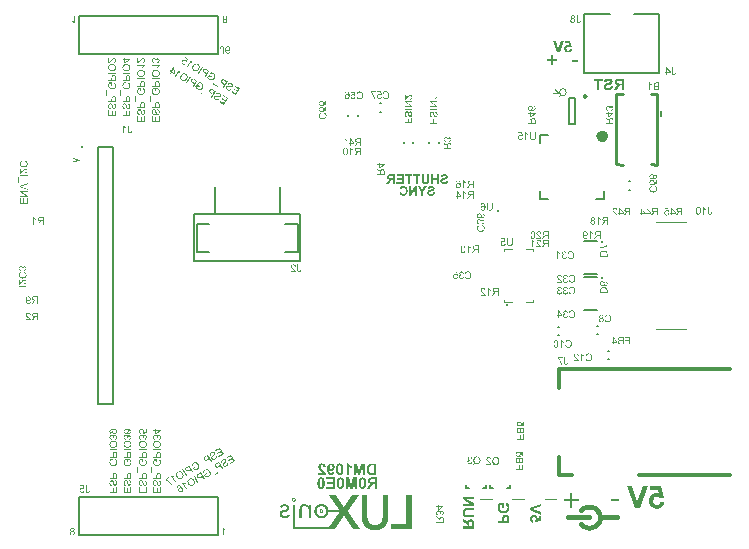
<source format=gbo>
G04*
G04 #@! TF.GenerationSoftware,Altium Limited,Altium Designer,20.0.13 (296)*
G04*
G04 Layer_Color=32896*
%FSLAX44Y44*%
%MOMM*%
G71*
G01*
G75*
%ADD10C,0.2500*%
%ADD11C,0.2540*%
%ADD12C,0.2000*%
%ADD13C,0.5000*%
%ADD14C,0.2032*%
%ADD15C,0.2030*%
%ADD116C,0.1016*%
%ADD123C,0.2540*%
%ADD128C,0.4000*%
%ADD131C,0.3000*%
%ADD197C,0.1000*%
G36*
X237810Y36685D02*
X238120D01*
Y36646D01*
X238237D01*
Y36607D01*
X238353D01*
Y36569D01*
X238470D01*
Y36530D01*
X238547D01*
Y36491D01*
X238586D01*
Y36452D01*
X238664D01*
Y36413D01*
X238703D01*
Y36375D01*
X238780D01*
Y36336D01*
X238819D01*
Y36297D01*
X238858D01*
Y36258D01*
X238897D01*
Y36219D01*
X238936D01*
Y36181D01*
X238974D01*
Y36142D01*
X239013D01*
Y36103D01*
Y36064D01*
X239052D01*
Y36025D01*
X239091D01*
Y35986D01*
Y35948D01*
X239130D01*
Y35909D01*
Y35870D01*
X239168D01*
Y35831D01*
Y35792D01*
X239207D01*
Y35754D01*
Y35715D01*
X239246D01*
Y35676D01*
Y35637D01*
Y35598D01*
X239285D01*
Y35559D01*
Y35521D01*
Y35482D01*
Y35443D01*
Y35404D01*
X239324D01*
Y35365D01*
Y35327D01*
Y35288D01*
Y35249D01*
Y35210D01*
Y35171D01*
Y35133D01*
Y35094D01*
Y35055D01*
Y35016D01*
Y34977D01*
Y34938D01*
Y34900D01*
Y34861D01*
Y34822D01*
X239285D01*
Y34783D01*
Y34744D01*
Y34706D01*
Y34667D01*
Y34628D01*
X239246D01*
Y34589D01*
Y34550D01*
Y34511D01*
X239207D01*
Y34473D01*
Y34434D01*
X239168D01*
Y34395D01*
Y34356D01*
X239130D01*
Y34318D01*
Y34279D01*
X239091D01*
Y34240D01*
Y34201D01*
X239052D01*
Y34162D01*
X239013D01*
Y34123D01*
Y34085D01*
X238974D01*
Y34046D01*
X238936D01*
Y34007D01*
X238897D01*
Y33968D01*
X238858D01*
Y33929D01*
X238819D01*
Y33891D01*
X238780D01*
Y33852D01*
X238703D01*
Y33813D01*
X238664D01*
Y33774D01*
X238586D01*
Y33735D01*
X238547D01*
Y33696D01*
X238470D01*
Y33658D01*
X238353D01*
Y33619D01*
X238276D01*
Y33580D01*
X238120D01*
Y33541D01*
X237849D01*
Y33502D01*
X237577D01*
Y33541D01*
X237306D01*
Y33580D01*
X237150D01*
Y33619D01*
X237034D01*
Y33658D01*
X236956D01*
Y33696D01*
X236879D01*
Y33735D01*
X236801D01*
Y33774D01*
X236762D01*
Y33813D01*
X236684D01*
Y33852D01*
X236646D01*
Y33891D01*
X236607D01*
Y33929D01*
X236568D01*
Y33968D01*
X236529D01*
Y34007D01*
X236490D01*
Y34046D01*
X236451D01*
Y34085D01*
X236413D01*
Y34123D01*
X236374D01*
Y34162D01*
Y34201D01*
X236335D01*
Y34240D01*
X236296D01*
Y34279D01*
Y34318D01*
X236257D01*
Y34356D01*
Y34395D01*
X236219D01*
Y34434D01*
Y34473D01*
X236180D01*
Y34511D01*
Y34550D01*
Y34589D01*
X236141D01*
Y34628D01*
Y34667D01*
Y34706D01*
Y34744D01*
X236102D01*
Y34783D01*
Y34822D01*
Y34861D01*
Y34900D01*
Y34938D01*
Y34977D01*
Y35016D01*
Y35055D01*
Y35094D01*
Y35133D01*
Y35171D01*
Y35210D01*
Y35249D01*
Y35288D01*
Y35327D01*
Y35365D01*
Y35404D01*
Y35443D01*
Y35482D01*
X236141D01*
Y35521D01*
Y35559D01*
Y35598D01*
Y35637D01*
X236180D01*
Y35676D01*
Y35715D01*
Y35754D01*
X236219D01*
Y35792D01*
Y35831D01*
X236257D01*
Y35870D01*
Y35909D01*
X236296D01*
Y35948D01*
Y35986D01*
X236335D01*
Y36025D01*
X236374D01*
Y36064D01*
Y36103D01*
X236413D01*
Y36142D01*
X236451D01*
Y36181D01*
X236490D01*
Y36219D01*
X236529D01*
Y36258D01*
X236568D01*
Y36297D01*
X236607D01*
Y36336D01*
X236646D01*
Y36375D01*
X236684D01*
Y36413D01*
X236762D01*
Y36452D01*
X236801D01*
Y36491D01*
X236879D01*
Y36530D01*
X236956D01*
Y36569D01*
X237034D01*
Y36607D01*
X237150D01*
Y36646D01*
X237306D01*
Y36685D01*
X237616D01*
Y36724D01*
X237810D01*
Y36685D01*
D02*
G37*
G36*
X293080Y39324D02*
Y39286D01*
X293041D01*
Y39247D01*
X293002D01*
Y39208D01*
X292964D01*
Y39169D01*
Y39130D01*
X292925D01*
Y39091D01*
X292886D01*
Y39053D01*
Y39014D01*
X292847D01*
Y38975D01*
X292808D01*
Y38936D01*
Y38897D01*
X292770D01*
Y38859D01*
X292731D01*
Y38820D01*
X292692D01*
Y38781D01*
Y38742D01*
X292653D01*
Y38703D01*
X292614D01*
Y38665D01*
Y38626D01*
X292575D01*
Y38587D01*
X292537D01*
Y38548D01*
X292498D01*
Y38509D01*
Y38470D01*
X292459D01*
Y38432D01*
X292420D01*
Y38393D01*
Y38354D01*
X292381D01*
Y38315D01*
X292343D01*
Y38276D01*
X292304D01*
Y38238D01*
Y38199D01*
X292265D01*
Y38160D01*
X292226D01*
Y38121D01*
Y38082D01*
X292187D01*
Y38043D01*
X292148D01*
Y38005D01*
X292110D01*
Y37966D01*
Y37927D01*
X292071D01*
Y37888D01*
X292032D01*
Y37849D01*
Y37811D01*
X291993D01*
Y37772D01*
X291954D01*
Y37733D01*
X291916D01*
Y37694D01*
Y37655D01*
X291877D01*
Y37617D01*
X291838D01*
Y37578D01*
Y37539D01*
X291799D01*
Y37500D01*
X291760D01*
Y37461D01*
Y37423D01*
X291722D01*
Y37384D01*
X291683D01*
Y37345D01*
X291644D01*
Y37306D01*
Y37267D01*
X291605D01*
Y37228D01*
X291566D01*
Y37190D01*
Y37151D01*
X291528D01*
Y37112D01*
X291489D01*
Y37073D01*
X291450D01*
Y37034D01*
Y36996D01*
X291411D01*
Y36957D01*
X291372D01*
Y36918D01*
Y36879D01*
X291334D01*
Y36840D01*
X291295D01*
Y36802D01*
X291256D01*
Y36763D01*
Y36724D01*
X291217D01*
Y36685D01*
X291178D01*
Y36646D01*
Y36607D01*
X291139D01*
Y36569D01*
X291101D01*
Y36530D01*
X291062D01*
Y36491D01*
Y36452D01*
X291023D01*
Y36413D01*
X290984D01*
Y36375D01*
Y36336D01*
X290945D01*
Y36297D01*
X290907D01*
Y36258D01*
X290868D01*
Y36219D01*
Y36181D01*
X290829D01*
Y36142D01*
X290790D01*
Y36103D01*
Y36064D01*
X290751D01*
Y36025D01*
X290712D01*
Y35986D01*
Y35948D01*
X290674D01*
Y35909D01*
X290635D01*
Y35870D01*
X290596D01*
Y35831D01*
Y35792D01*
X290557D01*
Y35754D01*
X290518D01*
Y35715D01*
Y35676D01*
X290480D01*
Y35637D01*
X290441D01*
Y35598D01*
X290402D01*
Y35559D01*
Y35521D01*
X290363D01*
Y35482D01*
X290324D01*
Y35443D01*
Y35404D01*
X290285D01*
Y35365D01*
X290247D01*
Y35327D01*
X290208D01*
Y35288D01*
Y35249D01*
X290169D01*
Y35210D01*
X290130D01*
Y35171D01*
Y35133D01*
X290091D01*
Y35094D01*
X290053D01*
Y35055D01*
X290014D01*
Y35016D01*
Y34977D01*
X289975D01*
Y34938D01*
X289936D01*
Y34900D01*
Y34861D01*
X289897D01*
Y34822D01*
X289859D01*
Y34783D01*
X289820D01*
Y34744D01*
Y34706D01*
X289781D01*
Y34667D01*
X289742D01*
Y34628D01*
Y34589D01*
X289703D01*
Y34550D01*
X289664D01*
Y34511D01*
Y34473D01*
X289626D01*
Y34434D01*
X289587D01*
Y34395D01*
X289548D01*
Y34356D01*
Y34318D01*
X289509D01*
Y34279D01*
X289471D01*
Y34240D01*
Y34201D01*
X289432D01*
Y34162D01*
X289393D01*
Y34123D01*
X289354D01*
Y34085D01*
Y34046D01*
X289315D01*
Y34007D01*
X289276D01*
Y33968D01*
Y33929D01*
X289237D01*
Y33891D01*
X289199D01*
Y33852D01*
X289160D01*
Y33813D01*
Y33774D01*
X289121D01*
Y33735D01*
X289082D01*
Y33696D01*
Y33658D01*
X289044D01*
Y33619D01*
X289005D01*
Y33580D01*
X288966D01*
Y33541D01*
Y33502D01*
X288927D01*
Y33464D01*
X288888D01*
Y33425D01*
Y33386D01*
X288849D01*
Y33347D01*
X288811D01*
Y33308D01*
X288772D01*
Y33270D01*
Y33231D01*
X288733D01*
Y33192D01*
X288694D01*
Y33153D01*
Y33114D01*
X288655D01*
Y33075D01*
X288617D01*
Y33037D01*
X288578D01*
Y32998D01*
Y32959D01*
X288539D01*
Y32920D01*
X288500D01*
Y32881D01*
Y32843D01*
X288461D01*
Y32804D01*
X288423D01*
Y32765D01*
Y32726D01*
X288384D01*
Y32687D01*
X288345D01*
Y32648D01*
X288306D01*
Y32610D01*
Y32571D01*
X288267D01*
Y32532D01*
X288228D01*
Y32493D01*
Y32454D01*
X288190D01*
Y32416D01*
X288151D01*
Y32377D01*
X288112D01*
Y32338D01*
Y32299D01*
X288073D01*
Y32260D01*
X288034D01*
Y32222D01*
Y32183D01*
X287996D01*
Y32144D01*
X287957D01*
Y32105D01*
X287918D01*
Y32066D01*
Y32027D01*
X287879D01*
Y31989D01*
X287840D01*
Y31950D01*
Y31911D01*
X287801D01*
Y31872D01*
X287763D01*
Y31833D01*
X287724D01*
Y31795D01*
Y31756D01*
X287685D01*
Y31717D01*
X287646D01*
Y31678D01*
Y31639D01*
X287607D01*
Y31600D01*
X287569D01*
Y31562D01*
X287530D01*
Y31523D01*
Y31484D01*
X287491D01*
Y31445D01*
X287452D01*
Y31406D01*
Y31368D01*
X287413D01*
Y31329D01*
X287374D01*
Y31290D01*
Y31251D01*
X287336D01*
Y31212D01*
X287297D01*
Y31174D01*
X287258D01*
Y31135D01*
Y31096D01*
X287219D01*
Y31057D01*
X287181D01*
Y31018D01*
Y30979D01*
X287142D01*
Y30941D01*
X287103D01*
Y30902D01*
X287064D01*
Y30863D01*
Y30824D01*
X287025D01*
Y30785D01*
X286986D01*
Y30747D01*
Y30708D01*
X286948D01*
Y30669D01*
X286909D01*
Y30630D01*
X286870D01*
Y30591D01*
Y30553D01*
X286831D01*
Y30514D01*
X286792D01*
Y30475D01*
Y30436D01*
X286754D01*
Y30397D01*
X286715D01*
Y30359D01*
X286676D01*
Y30320D01*
Y30281D01*
X286637D01*
Y30242D01*
X286598D01*
Y30203D01*
Y30164D01*
X286559D01*
Y30126D01*
X286521D01*
Y30087D01*
X286482D01*
Y30048D01*
Y30009D01*
X286443D01*
Y29970D01*
X286404D01*
Y29932D01*
Y29893D01*
X286365D01*
Y29854D01*
X286327D01*
Y29815D01*
Y29776D01*
X286288D01*
Y29738D01*
X286249D01*
Y29699D01*
X286210D01*
Y29660D01*
Y29621D01*
X286171D01*
Y29582D01*
X286133D01*
Y29543D01*
Y29505D01*
X286094D01*
Y29466D01*
X286055D01*
Y29427D01*
X286016D01*
Y29388D01*
Y29349D01*
X285977D01*
Y29311D01*
X285938D01*
Y29272D01*
Y29233D01*
X285900D01*
Y29194D01*
X285861D01*
Y29155D01*
X285822D01*
Y29116D01*
Y29078D01*
X285783D01*
Y29039D01*
X285744D01*
Y29000D01*
Y28961D01*
X285706D01*
Y28922D01*
X285667D01*
Y28884D01*
X285628D01*
Y28845D01*
Y28806D01*
X285589D01*
Y28767D01*
X285550D01*
Y28728D01*
Y28689D01*
X285511D01*
Y28651D01*
X285473D01*
Y28612D01*
X285434D01*
Y28573D01*
Y28534D01*
X285395D01*
Y28495D01*
X285356D01*
Y28457D01*
Y28418D01*
X285317D01*
Y28379D01*
X285279D01*
Y28340D01*
Y28301D01*
X285240D01*
Y28263D01*
X285201D01*
Y28224D01*
X285162D01*
Y28185D01*
Y28146D01*
X285123D01*
Y28107D01*
X285085D01*
Y28068D01*
Y28030D01*
X285046D01*
Y27991D01*
X285007D01*
Y27952D01*
X284968D01*
Y27913D01*
Y27874D01*
X284929D01*
Y27836D01*
X284890D01*
Y27797D01*
Y27758D01*
X284852D01*
Y27719D01*
X284813D01*
Y27680D01*
X284774D01*
Y27642D01*
Y27603D01*
X284735D01*
Y27564D01*
X284696D01*
Y27525D01*
Y27486D01*
X284658D01*
Y27448D01*
X284619D01*
Y27409D01*
X284580D01*
Y27370D01*
Y27331D01*
X284541D01*
Y27292D01*
X284502D01*
Y27253D01*
Y27215D01*
X284464D01*
Y27176D01*
X284425D01*
Y27137D01*
X284386D01*
Y27098D01*
Y27059D01*
X284347D01*
Y27021D01*
X284308D01*
Y26982D01*
Y26943D01*
X284270D01*
Y26904D01*
X284231D01*
Y26865D01*
X284192D01*
Y26827D01*
Y26788D01*
X284153D01*
Y26749D01*
X284114D01*
Y26710D01*
Y26671D01*
X284075D01*
Y26632D01*
X284037D01*
Y26594D01*
Y26555D01*
X283998D01*
Y26516D01*
X283959D01*
Y26477D01*
X283920D01*
Y26438D01*
Y26400D01*
X283881D01*
Y26361D01*
X283843D01*
Y26322D01*
Y26283D01*
X283804D01*
Y26244D01*
X283765D01*
Y26205D01*
X283726D01*
Y26167D01*
Y26128D01*
X283687D01*
Y26089D01*
X283648D01*
Y26050D01*
Y26011D01*
X283610D01*
Y25973D01*
X283571D01*
Y25934D01*
X283532D01*
Y25895D01*
Y25856D01*
X283493D01*
Y25817D01*
X283454D01*
Y25779D01*
Y25740D01*
X283416D01*
Y25701D01*
X283377D01*
Y25662D01*
X283338D01*
Y25623D01*
Y25584D01*
X283299D01*
Y25546D01*
X283260D01*
Y25507D01*
Y25468D01*
X283221D01*
Y25429D01*
X283183D01*
Y25390D01*
Y25352D01*
X283221D01*
Y25313D01*
X283260D01*
Y25274D01*
Y25235D01*
X283299D01*
Y25196D01*
X283338D01*
Y25157D01*
Y25119D01*
X283377D01*
Y25080D01*
X283416D01*
Y25041D01*
Y25002D01*
X283454D01*
Y24964D01*
X283493D01*
Y24925D01*
Y24886D01*
X283532D01*
Y24847D01*
X283571D01*
Y24808D01*
Y24769D01*
X283610D01*
Y24731D01*
X283648D01*
Y24692D01*
X283687D01*
Y24653D01*
Y24614D01*
X283726D01*
Y24575D01*
X283765D01*
Y24536D01*
Y24498D01*
X283804D01*
Y24459D01*
X283843D01*
Y24420D01*
Y24381D01*
X283881D01*
Y24342D01*
X283920D01*
Y24304D01*
Y24265D01*
X283959D01*
Y24226D01*
X283998D01*
Y24187D01*
X284037D01*
Y24148D01*
Y24110D01*
X284075D01*
Y24071D01*
X284114D01*
Y24032D01*
Y23993D01*
X284153D01*
Y23954D01*
X284192D01*
Y23916D01*
Y23877D01*
X284231D01*
Y23838D01*
X284270D01*
Y23799D01*
Y23760D01*
X284308D01*
Y23721D01*
X284347D01*
Y23683D01*
X284386D01*
Y23644D01*
Y23605D01*
X284425D01*
Y23566D01*
X284464D01*
Y23527D01*
Y23489D01*
X284502D01*
Y23450D01*
X284541D01*
Y23411D01*
Y23372D01*
X284580D01*
Y23333D01*
X284619D01*
Y23294D01*
Y23256D01*
X284658D01*
Y23217D01*
X284696D01*
Y23178D01*
X284735D01*
Y23139D01*
Y23100D01*
X284774D01*
Y23062D01*
X284813D01*
Y23023D01*
Y22984D01*
X284852D01*
Y22945D01*
X284890D01*
Y22906D01*
Y22868D01*
X284929D01*
Y22829D01*
X284968D01*
Y22790D01*
Y22751D01*
X285007D01*
Y22712D01*
X285046D01*
Y22673D01*
X285085D01*
Y22635D01*
Y22596D01*
X285123D01*
Y22557D01*
X285162D01*
Y22518D01*
Y22479D01*
X285201D01*
Y22441D01*
X285240D01*
Y22402D01*
Y22363D01*
X285279D01*
Y22324D01*
X285317D01*
Y22285D01*
Y22246D01*
X285356D01*
Y22208D01*
X285395D01*
Y22169D01*
X285434D01*
Y22130D01*
Y22091D01*
X285473D01*
Y22053D01*
X285511D01*
Y22014D01*
Y21975D01*
X285550D01*
Y21936D01*
X285589D01*
Y21897D01*
Y21858D01*
X285628D01*
Y21820D01*
X285667D01*
Y21781D01*
Y21742D01*
X285706D01*
Y21703D01*
X285744D01*
Y21664D01*
X285783D01*
Y21625D01*
Y21587D01*
X285822D01*
Y21548D01*
X285861D01*
Y21509D01*
Y21470D01*
X285900D01*
Y21432D01*
X285938D01*
Y21393D01*
Y21354D01*
X285977D01*
Y21315D01*
X286016D01*
Y21276D01*
Y21237D01*
X286055D01*
Y21199D01*
X286094D01*
Y21160D01*
X286133D01*
Y21121D01*
Y21082D01*
X286171D01*
Y21043D01*
X286210D01*
Y21005D01*
Y20966D01*
X286249D01*
Y20927D01*
X286288D01*
Y20888D01*
Y20849D01*
X286327D01*
Y20810D01*
X286365D01*
Y20772D01*
Y20733D01*
X286404D01*
Y20694D01*
X286443D01*
Y20655D01*
X286482D01*
Y20616D01*
Y20577D01*
X286521D01*
Y20539D01*
X286559D01*
Y20500D01*
Y20461D01*
X286598D01*
Y20422D01*
X286637D01*
Y20384D01*
Y20345D01*
X286676D01*
Y20306D01*
X286715D01*
Y20267D01*
Y20228D01*
X286754D01*
Y20189D01*
X286792D01*
Y20151D01*
Y20112D01*
X286831D01*
Y20073D01*
X286870D01*
Y20034D01*
X286909D01*
Y19995D01*
Y19957D01*
X286948D01*
Y19918D01*
X286986D01*
Y19879D01*
Y19840D01*
X287025D01*
Y19801D01*
X287064D01*
Y19763D01*
Y19724D01*
X287103D01*
Y19685D01*
X287142D01*
Y19646D01*
Y19607D01*
X287181D01*
Y19568D01*
X287219D01*
Y19530D01*
X287258D01*
Y19491D01*
Y19452D01*
X287297D01*
Y19413D01*
X287336D01*
Y19374D01*
Y19336D01*
X287374D01*
Y19297D01*
X287413D01*
Y19258D01*
Y19219D01*
X287452D01*
Y19180D01*
X287491D01*
Y19141D01*
Y19103D01*
X287530D01*
Y19064D01*
X287569D01*
Y19025D01*
X287607D01*
Y18986D01*
Y18947D01*
X287646D01*
Y18909D01*
X287685D01*
Y18870D01*
Y18831D01*
X287724D01*
Y18792D01*
X287763D01*
Y18753D01*
Y18715D01*
X287801D01*
Y18676D01*
X287840D01*
Y18637D01*
Y18598D01*
X287879D01*
Y18559D01*
X287918D01*
Y18520D01*
X287957D01*
Y18482D01*
Y18443D01*
X287996D01*
Y18404D01*
X288034D01*
Y18365D01*
Y18326D01*
X288073D01*
Y18288D01*
X288112D01*
Y18249D01*
Y18210D01*
X288151D01*
Y18171D01*
X288190D01*
Y18132D01*
Y18094D01*
X288228D01*
Y18055D01*
X288267D01*
Y18016D01*
X288306D01*
Y17977D01*
Y17938D01*
X288345D01*
Y17900D01*
X288384D01*
Y17861D01*
Y17822D01*
X288423D01*
Y17783D01*
X288461D01*
Y17744D01*
Y17705D01*
X288500D01*
Y17667D01*
X288539D01*
Y17628D01*
Y17589D01*
X288578D01*
Y17550D01*
X288617D01*
Y17511D01*
X288655D01*
Y17472D01*
Y17434D01*
X288694D01*
Y17395D01*
X288733D01*
Y17356D01*
Y17317D01*
X288772D01*
Y17278D01*
X288811D01*
Y17240D01*
Y17201D01*
X288849D01*
Y17162D01*
X288888D01*
Y17123D01*
Y17084D01*
X288927D01*
Y17046D01*
X288966D01*
Y17007D01*
X289005D01*
Y16968D01*
Y16929D01*
X289044D01*
Y16890D01*
X289082D01*
Y16852D01*
Y16813D01*
X289121D01*
Y16774D01*
X289160D01*
Y16735D01*
Y16696D01*
X289199D01*
Y16657D01*
X289237D01*
Y16619D01*
Y16580D01*
X289276D01*
Y16541D01*
X289315D01*
Y16502D01*
X289354D01*
Y16463D01*
Y16424D01*
X289393D01*
Y16386D01*
X289432D01*
Y16347D01*
Y16308D01*
X289471D01*
Y16269D01*
X289509D01*
Y16230D01*
Y16192D01*
X289548D01*
Y16153D01*
X289587D01*
Y16114D01*
Y16075D01*
X289626D01*
Y16036D01*
X289664D01*
Y15998D01*
Y15959D01*
X289703D01*
Y15920D01*
X289742D01*
Y15881D01*
X289781D01*
Y15842D01*
Y15804D01*
X289820D01*
Y15765D01*
X289859D01*
Y15726D01*
Y15687D01*
X289897D01*
Y15648D01*
X289936D01*
Y15610D01*
Y15571D01*
X289975D01*
Y15532D01*
X290014D01*
Y15493D01*
Y15454D01*
X290053D01*
Y15415D01*
X290091D01*
Y15377D01*
X290130D01*
Y15338D01*
Y15299D01*
X290169D01*
Y15260D01*
X290208D01*
Y15221D01*
Y15182D01*
X290247D01*
Y15144D01*
X290285D01*
Y15105D01*
Y15066D01*
X290324D01*
Y15027D01*
X290363D01*
Y14988D01*
Y14950D01*
X290402D01*
Y14911D01*
X290441D01*
Y14872D01*
X290480D01*
Y14833D01*
Y14794D01*
X290518D01*
Y14756D01*
X290557D01*
Y14717D01*
Y14678D01*
X290596D01*
Y14639D01*
X290635D01*
Y14600D01*
Y14562D01*
X290674D01*
Y14523D01*
X290712D01*
Y14484D01*
Y14445D01*
X290751D01*
Y14406D01*
X290790D01*
Y14368D01*
X290829D01*
Y14329D01*
Y14290D01*
X290868D01*
Y14251D01*
X290907D01*
Y14212D01*
Y14173D01*
X290945D01*
Y14135D01*
X290984D01*
Y14096D01*
Y14057D01*
X291023D01*
Y14018D01*
X291062D01*
Y13979D01*
Y13941D01*
X291101D01*
Y13902D01*
X291139D01*
Y13863D01*
X291178D01*
Y13824D01*
Y13785D01*
X291217D01*
Y13747D01*
X291256D01*
Y13708D01*
Y13669D01*
X291295D01*
Y13630D01*
X291334D01*
Y13591D01*
Y13552D01*
X291372D01*
Y13514D01*
X291411D01*
Y13475D01*
Y13436D01*
X291450D01*
Y13397D01*
X291489D01*
Y13358D01*
X291528D01*
Y13319D01*
Y13281D01*
X291566D01*
Y13242D01*
X291605D01*
Y13203D01*
Y13164D01*
X291644D01*
Y13125D01*
X291683D01*
Y13087D01*
Y13048D01*
X291722D01*
Y13009D01*
X291760D01*
Y12970D01*
Y12931D01*
X291799D01*
Y12893D01*
X291838D01*
Y12854D01*
X291877D01*
Y12815D01*
Y12776D01*
X291916D01*
Y12737D01*
X291954D01*
Y12699D01*
Y12660D01*
X291993D01*
Y12621D01*
X292032D01*
Y12582D01*
Y12543D01*
X292071D01*
Y12504D01*
X292110D01*
Y12466D01*
Y12427D01*
X292148D01*
Y12388D01*
X292187D01*
Y12349D01*
X292226D01*
Y12310D01*
Y12271D01*
X292265D01*
Y12233D01*
X292304D01*
Y12194D01*
Y12155D01*
X292343D01*
Y12116D01*
X292381D01*
Y12077D01*
Y12039D01*
X292420D01*
Y12000D01*
X292459D01*
Y11961D01*
Y11922D01*
X292498D01*
Y11883D01*
X292537D01*
Y11845D01*
X292575D01*
Y11806D01*
Y11767D01*
X292614D01*
Y11728D01*
X292653D01*
Y11689D01*
Y11651D01*
X292692D01*
Y11612D01*
X292731D01*
Y11573D01*
Y11534D01*
X292770D01*
Y11495D01*
X292808D01*
Y11457D01*
Y11418D01*
X292847D01*
Y11379D01*
X292886D01*
Y11340D01*
Y11301D01*
X292925D01*
Y11262D01*
X292964D01*
Y11224D01*
X293002D01*
Y11185D01*
Y11146D01*
X293041D01*
Y11107D01*
X293080D01*
Y11068D01*
Y11029D01*
X293119D01*
Y10991D01*
X293158D01*
Y10952D01*
Y10913D01*
X293197D01*
Y10874D01*
X293235D01*
Y10835D01*
Y10797D01*
X293274D01*
Y10758D01*
X293313D01*
Y10719D01*
X293352D01*
Y10680D01*
Y10641D01*
X293391D01*
Y10603D01*
X293429D01*
Y10564D01*
Y10525D01*
X293468D01*
Y10486D01*
X293507D01*
Y10447D01*
Y10409D01*
X293546D01*
Y10370D01*
X293585D01*
Y10331D01*
Y10292D01*
X293624D01*
Y10253D01*
X293662D01*
Y10214D01*
X293701D01*
Y10176D01*
Y10137D01*
X293740D01*
Y10098D01*
X293779D01*
Y10059D01*
Y10020D01*
X293818D01*
Y9982D01*
X293856D01*
Y9943D01*
X288034D01*
Y9982D01*
X287996D01*
Y10020D01*
X287957D01*
Y10059D01*
Y10098D01*
X287918D01*
Y10137D01*
X287879D01*
Y10176D01*
Y10214D01*
X287840D01*
Y10253D01*
X287801D01*
Y10292D01*
Y10331D01*
X287763D01*
Y10370D01*
X287724D01*
Y10409D01*
Y10447D01*
X287685D01*
Y10486D01*
X287646D01*
Y10525D01*
Y10564D01*
X287607D01*
Y10603D01*
X287569D01*
Y10641D01*
Y10680D01*
X287530D01*
Y10719D01*
X287491D01*
Y10758D01*
Y10797D01*
X287452D01*
Y10835D01*
X287413D01*
Y10874D01*
Y10913D01*
X287374D01*
Y10952D01*
X287336D01*
Y10991D01*
Y11029D01*
X287297D01*
Y11068D01*
X287258D01*
Y11107D01*
Y11146D01*
X287219D01*
Y11185D01*
X287181D01*
Y11224D01*
Y11262D01*
X287142D01*
Y11301D01*
X287103D01*
Y11340D01*
Y11379D01*
X287064D01*
Y11418D01*
X287025D01*
Y11457D01*
Y11495D01*
X286986D01*
Y11534D01*
X286948D01*
Y11573D01*
Y11612D01*
X286909D01*
Y11651D01*
X286870D01*
Y11689D01*
Y11728D01*
X286831D01*
Y11767D01*
X286792D01*
Y11806D01*
Y11845D01*
X286754D01*
Y11883D01*
X286715D01*
Y11922D01*
Y11961D01*
X286676D01*
Y12000D01*
X286637D01*
Y12039D01*
Y12077D01*
X286598D01*
Y12116D01*
X286559D01*
Y12155D01*
Y12194D01*
X286521D01*
Y12233D01*
X286482D01*
Y12271D01*
X286443D01*
Y12310D01*
Y12349D01*
X286404D01*
Y12388D01*
X286365D01*
Y12427D01*
Y12466D01*
X286327D01*
Y12504D01*
X286288D01*
Y12543D01*
Y12582D01*
X286249D01*
Y12621D01*
X286210D01*
Y12660D01*
Y12699D01*
X286171D01*
Y12737D01*
X286133D01*
Y12776D01*
Y12815D01*
X286094D01*
Y12854D01*
X286055D01*
Y12893D01*
Y12931D01*
X286016D01*
Y12970D01*
X285977D01*
Y13009D01*
Y13048D01*
X285938D01*
Y13087D01*
X285900D01*
Y13125D01*
Y13164D01*
X285861D01*
Y13203D01*
X285822D01*
Y13242D01*
Y13281D01*
X285783D01*
Y13319D01*
X285744D01*
Y13358D01*
Y13397D01*
X285706D01*
Y13436D01*
X285667D01*
Y13475D01*
Y13514D01*
X285628D01*
Y13552D01*
X285589D01*
Y13591D01*
Y13630D01*
X285550D01*
Y13669D01*
X285511D01*
Y13708D01*
Y13747D01*
X285473D01*
Y13785D01*
X285434D01*
Y13824D01*
Y13863D01*
X285395D01*
Y13902D01*
X285356D01*
Y13941D01*
Y13979D01*
X285317D01*
Y14018D01*
X285279D01*
Y14057D01*
Y14096D01*
X285240D01*
Y14135D01*
X285201D01*
Y14173D01*
Y14212D01*
X285162D01*
Y14251D01*
X285123D01*
Y14290D01*
Y14329D01*
X285085D01*
Y14368D01*
X285046D01*
Y14406D01*
Y14445D01*
X285007D01*
Y14484D01*
X284968D01*
Y14523D01*
Y14562D01*
X284929D01*
Y14600D01*
X284890D01*
Y14639D01*
Y14678D01*
X284852D01*
Y14717D01*
X284813D01*
Y14756D01*
Y14794D01*
X284774D01*
Y14833D01*
X284735D01*
Y14872D01*
X284696D01*
Y14911D01*
Y14950D01*
X284658D01*
Y14988D01*
X284619D01*
Y15027D01*
Y15066D01*
X284580D01*
Y15105D01*
X284541D01*
Y15144D01*
Y15182D01*
X284502D01*
Y15221D01*
X284464D01*
Y15260D01*
Y15299D01*
X284425D01*
Y15338D01*
X284386D01*
Y15377D01*
Y15415D01*
X284347D01*
Y15454D01*
X284308D01*
Y15493D01*
Y15532D01*
X284270D01*
Y15571D01*
X284231D01*
Y15610D01*
Y15648D01*
X284192D01*
Y15687D01*
X284153D01*
Y15726D01*
Y15765D01*
X284114D01*
Y15804D01*
X284075D01*
Y15842D01*
Y15881D01*
X284037D01*
Y15920D01*
X283998D01*
Y15959D01*
Y15998D01*
X283959D01*
Y16036D01*
X283920D01*
Y16075D01*
Y16114D01*
X283881D01*
Y16153D01*
X283843D01*
Y16192D01*
Y16230D01*
X283804D01*
Y16269D01*
X283765D01*
Y16308D01*
Y16347D01*
X283726D01*
Y16386D01*
X283687D01*
Y16424D01*
Y16463D01*
X283648D01*
Y16502D01*
X283610D01*
Y16541D01*
Y16580D01*
X283571D01*
Y16619D01*
X283532D01*
Y16657D01*
Y16696D01*
X283493D01*
Y16735D01*
X283454D01*
Y16774D01*
Y16813D01*
X283416D01*
Y16852D01*
X283377D01*
Y16890D01*
Y16929D01*
X283338D01*
Y16968D01*
X283299D01*
Y17007D01*
Y17046D01*
X283260D01*
Y17084D01*
X283221D01*
Y17123D01*
Y17162D01*
X283183D01*
Y17201D01*
X283144D01*
Y17240D01*
Y17278D01*
X283105D01*
Y17317D01*
X283066D01*
Y17356D01*
X283027D01*
Y17395D01*
Y17434D01*
X282989D01*
Y17472D01*
X282950D01*
Y17511D01*
Y17550D01*
X282911D01*
Y17589D01*
X282872D01*
Y17628D01*
Y17667D01*
X282833D01*
Y17705D01*
X282795D01*
Y17744D01*
Y17783D01*
X282756D01*
Y17822D01*
X282717D01*
Y17861D01*
Y17900D01*
X282678D01*
Y17938D01*
X282639D01*
Y17977D01*
Y18016D01*
X282600D01*
Y18055D01*
X282562D01*
Y18094D01*
Y18132D01*
X282523D01*
Y18171D01*
X282484D01*
Y18210D01*
Y18249D01*
X282445D01*
Y18288D01*
X282406D01*
Y18326D01*
Y18365D01*
X282368D01*
Y18404D01*
X282329D01*
Y18443D01*
Y18482D01*
X282290D01*
Y18520D01*
X282251D01*
Y18559D01*
Y18598D01*
X282212D01*
Y18637D01*
X282174D01*
Y18676D01*
Y18715D01*
X282135D01*
Y18753D01*
X282096D01*
Y18792D01*
Y18831D01*
X282057D01*
Y18870D01*
X282018D01*
Y18909D01*
Y18947D01*
X281980D01*
Y18986D01*
X281941D01*
Y19025D01*
Y19064D01*
X281902D01*
Y19103D01*
X281863D01*
Y19141D01*
Y19180D01*
X281824D01*
Y19219D01*
X281785D01*
Y19258D01*
Y19297D01*
X281747D01*
Y19336D01*
X281708D01*
Y19374D01*
Y19413D01*
X281669D01*
Y19452D01*
X281630D01*
Y19491D01*
Y19530D01*
X281591D01*
Y19568D01*
X281553D01*
Y19607D01*
Y19646D01*
X281514D01*
Y19685D01*
X281475D01*
Y19724D01*
Y19763D01*
X281436D01*
Y19801D01*
X281397D01*
Y19840D01*
X281359D01*
Y19879D01*
Y19918D01*
X281320D01*
Y19957D01*
X281281D01*
Y19995D01*
Y20034D01*
X281242D01*
Y20073D01*
X281203D01*
Y20112D01*
Y20151D01*
X281164D01*
Y20189D01*
X281126D01*
Y20228D01*
Y20267D01*
X281087D01*
Y20306D01*
X281048D01*
Y20345D01*
Y20384D01*
X281009D01*
Y20422D01*
X280970D01*
Y20461D01*
Y20500D01*
X280931D01*
Y20539D01*
X280893D01*
Y20577D01*
Y20616D01*
X280854D01*
Y20655D01*
X280815D01*
Y20694D01*
Y20733D01*
X280776D01*
Y20772D01*
X280737D01*
Y20810D01*
Y20849D01*
X280699D01*
Y20888D01*
X280660D01*
Y20927D01*
Y20966D01*
X280621D01*
Y21005D01*
X280582D01*
Y21043D01*
Y21082D01*
X280543D01*
Y21121D01*
X280505D01*
Y21160D01*
Y21199D01*
X280466D01*
Y21237D01*
X280427D01*
Y21276D01*
Y21315D01*
X280388D01*
Y21354D01*
X280349D01*
Y21393D01*
Y21432D01*
X280310D01*
Y21470D01*
X280272D01*
Y21509D01*
Y21548D01*
X280233D01*
Y21587D01*
X280194D01*
Y21625D01*
Y21664D01*
X280155D01*
Y21703D01*
X280116D01*
Y21742D01*
Y21781D01*
X280039D01*
Y21742D01*
Y21703D01*
X280000D01*
Y21664D01*
X279961D01*
Y21625D01*
X279922D01*
Y21587D01*
Y21548D01*
X279884D01*
Y21509D01*
X279845D01*
Y21470D01*
Y21432D01*
X279806D01*
Y21393D01*
X279767D01*
Y21354D01*
Y21315D01*
X279728D01*
Y21276D01*
X279690D01*
Y21237D01*
Y21199D01*
X279651D01*
Y21160D01*
X279612D01*
Y21121D01*
Y21082D01*
X279573D01*
Y21043D01*
X279534D01*
Y21005D01*
Y20966D01*
X279496D01*
Y20927D01*
X279457D01*
Y20888D01*
Y20849D01*
X279418D01*
Y20810D01*
X279379D01*
Y20772D01*
Y20733D01*
X279340D01*
Y20694D01*
X279301D01*
Y20655D01*
Y20616D01*
X279263D01*
Y20577D01*
X279224D01*
Y20539D01*
Y20500D01*
X279185D01*
Y20461D01*
X279146D01*
Y20422D01*
Y20384D01*
X279107D01*
Y20345D01*
X279069D01*
Y20306D01*
Y20267D01*
X279030D01*
Y20228D01*
X278991D01*
Y20189D01*
Y20151D01*
X278952D01*
Y20112D01*
X278913D01*
Y20073D01*
Y20034D01*
X278874D01*
Y19995D01*
X278836D01*
Y19957D01*
Y19918D01*
X278797D01*
Y19879D01*
X278758D01*
Y19840D01*
Y19801D01*
X278719D01*
Y19763D01*
X278680D01*
Y19724D01*
Y19685D01*
X278642D01*
Y19646D01*
X278603D01*
Y19607D01*
Y19568D01*
X278564D01*
Y19530D01*
X278525D01*
Y19491D01*
Y19452D01*
X278486D01*
Y19413D01*
X278447D01*
Y19374D01*
Y19336D01*
X278409D01*
Y19297D01*
X278370D01*
Y19258D01*
Y19219D01*
X278331D01*
Y19180D01*
X278292D01*
Y19141D01*
Y19103D01*
X278253D01*
Y19064D01*
X278215D01*
Y19025D01*
Y18986D01*
X278176D01*
Y18947D01*
X278137D01*
Y18909D01*
Y18870D01*
X278098D01*
Y18831D01*
X278059D01*
Y18792D01*
Y18753D01*
X278021D01*
Y18715D01*
X277982D01*
Y18676D01*
Y18637D01*
X277943D01*
Y18598D01*
X277904D01*
Y18559D01*
Y18520D01*
X277865D01*
Y18482D01*
X277826D01*
Y18443D01*
Y18404D01*
X277788D01*
Y18365D01*
X277749D01*
Y18326D01*
Y18288D01*
X277710D01*
Y18249D01*
X277671D01*
Y18210D01*
Y18171D01*
X277632D01*
Y18132D01*
X277594D01*
Y18094D01*
Y18055D01*
X277555D01*
Y18016D01*
X277516D01*
Y17977D01*
Y17938D01*
X277477D01*
Y17900D01*
X277438D01*
Y17861D01*
Y17822D01*
X277400D01*
Y17783D01*
X277361D01*
Y17744D01*
Y17705D01*
X277322D01*
Y17667D01*
X277283D01*
Y17628D01*
Y17589D01*
X277244D01*
Y17550D01*
X277205D01*
Y17511D01*
Y17472D01*
X277167D01*
Y17434D01*
X277128D01*
Y17395D01*
Y17356D01*
X277089D01*
Y17317D01*
X277050D01*
Y17278D01*
Y17240D01*
X277011D01*
Y17201D01*
X276973D01*
Y17162D01*
Y17123D01*
X276934D01*
Y17084D01*
X276895D01*
Y17046D01*
Y17007D01*
X276856D01*
Y16968D01*
X276817D01*
Y16929D01*
Y16890D01*
X276779D01*
Y16852D01*
X276740D01*
Y16813D01*
Y16774D01*
X276701D01*
Y16735D01*
X276662D01*
Y16696D01*
Y16657D01*
X276623D01*
Y16619D01*
X276584D01*
Y16580D01*
Y16541D01*
X276546D01*
Y16502D01*
X276507D01*
Y16463D01*
Y16424D01*
X276468D01*
Y16386D01*
X276429D01*
Y16347D01*
Y16308D01*
X276390D01*
Y16269D01*
X276352D01*
Y16230D01*
Y16192D01*
X276313D01*
Y16153D01*
X276274D01*
Y16114D01*
Y16075D01*
X276235D01*
Y16036D01*
X276196D01*
Y15998D01*
Y15959D01*
X276157D01*
Y15920D01*
X276119D01*
Y15881D01*
Y15842D01*
X276080D01*
Y15804D01*
X276041D01*
Y15765D01*
Y15726D01*
X276002D01*
Y15687D01*
X275963D01*
Y15648D01*
Y15610D01*
X275925D01*
Y15571D01*
X275886D01*
Y15532D01*
Y15493D01*
X275847D01*
Y15454D01*
X275808D01*
Y15415D01*
Y15377D01*
X275769D01*
Y15338D01*
X275730D01*
Y15299D01*
Y15260D01*
X275692D01*
Y15221D01*
X275653D01*
Y15182D01*
Y15144D01*
X275614D01*
Y15105D01*
X275575D01*
Y15066D01*
Y15027D01*
X275536D01*
Y14988D01*
X275498D01*
Y14950D01*
X275459D01*
Y14911D01*
Y14872D01*
X275420D01*
Y14833D01*
X275381D01*
Y14794D01*
Y14756D01*
X275342D01*
Y14717D01*
X275304D01*
Y14678D01*
Y14639D01*
X275265D01*
Y14600D01*
X275226D01*
Y14562D01*
Y14523D01*
X275187D01*
Y14484D01*
X275148D01*
Y14445D01*
Y14406D01*
X275110D01*
Y14368D01*
X275071D01*
Y14329D01*
Y14290D01*
X275032D01*
Y14251D01*
X274993D01*
Y14212D01*
Y14173D01*
X274954D01*
Y14135D01*
X274916D01*
Y14096D01*
Y14057D01*
X274877D01*
Y14018D01*
X274838D01*
Y13979D01*
Y13941D01*
X274799D01*
Y13902D01*
X274760D01*
Y13863D01*
Y13824D01*
X274721D01*
Y13785D01*
X274683D01*
Y13747D01*
Y13708D01*
X274644D01*
Y13669D01*
X274605D01*
Y13630D01*
Y13591D01*
X274566D01*
Y13552D01*
X274527D01*
Y13514D01*
Y13475D01*
X274489D01*
Y13436D01*
X274450D01*
Y13397D01*
Y13358D01*
X274411D01*
Y13319D01*
X274372D01*
Y13281D01*
Y13242D01*
X274333D01*
Y13203D01*
X274294D01*
Y13164D01*
Y13125D01*
X274256D01*
Y13087D01*
X274217D01*
Y13048D01*
Y13009D01*
X274178D01*
Y12970D01*
X274139D01*
Y12931D01*
Y12893D01*
X274100D01*
Y12854D01*
X274062D01*
Y12815D01*
Y12776D01*
X274023D01*
Y12737D01*
X273984D01*
Y12699D01*
Y12660D01*
X273945D01*
Y12621D01*
X273906D01*
Y12582D01*
Y12543D01*
X273867D01*
Y12504D01*
X273829D01*
Y12466D01*
Y12427D01*
X273790D01*
Y12388D01*
X273751D01*
Y12349D01*
Y12310D01*
X273712D01*
Y12271D01*
X273673D01*
Y12233D01*
Y12194D01*
X273635D01*
Y12155D01*
X273596D01*
Y12116D01*
Y12077D01*
X273557D01*
Y12039D01*
X273518D01*
Y12000D01*
Y11961D01*
X273479D01*
Y11922D01*
X273441D01*
Y11883D01*
Y11845D01*
X273402D01*
Y11806D01*
X273363D01*
Y11767D01*
Y11728D01*
X273324D01*
Y11689D01*
X273285D01*
Y11651D01*
Y11612D01*
X273246D01*
Y11573D01*
X273208D01*
Y11534D01*
Y11495D01*
X273169D01*
Y11457D01*
X273130D01*
Y11418D01*
Y11379D01*
X273091D01*
Y11340D01*
X273052D01*
Y11301D01*
Y11262D01*
X273014D01*
Y11224D01*
X272975D01*
Y11185D01*
Y11146D01*
X272936D01*
Y11107D01*
X272897D01*
Y11068D01*
Y11029D01*
X272858D01*
Y10991D01*
X272820D01*
Y10952D01*
Y10913D01*
X272781D01*
Y10874D01*
X272742D01*
Y10835D01*
Y10797D01*
X272703D01*
Y10758D01*
X272664D01*
Y10719D01*
Y10680D01*
X272626D01*
Y10641D01*
X272587D01*
Y10603D01*
Y10564D01*
X272548D01*
Y10525D01*
X272509D01*
Y10486D01*
Y10447D01*
X272470D01*
Y10409D01*
X272431D01*
Y10370D01*
Y10331D01*
X272393D01*
Y10292D01*
X272354D01*
Y10253D01*
Y10214D01*
X272315D01*
Y10176D01*
X272276D01*
Y10137D01*
Y10098D01*
X272237D01*
Y10059D01*
X272199D01*
Y10020D01*
Y9982D01*
X272160D01*
Y9943D01*
X236801D01*
Y9982D01*
Y10020D01*
Y10059D01*
Y10098D01*
Y10137D01*
Y10176D01*
Y10214D01*
Y10253D01*
Y10292D01*
Y10331D01*
Y10370D01*
Y10409D01*
Y10447D01*
Y10486D01*
Y10525D01*
Y10564D01*
Y10603D01*
Y10641D01*
Y10680D01*
Y10719D01*
Y10758D01*
Y10797D01*
Y10835D01*
Y10874D01*
Y10913D01*
Y10952D01*
Y10991D01*
Y11029D01*
Y11068D01*
Y11107D01*
Y11146D01*
Y11185D01*
Y11224D01*
Y11262D01*
Y11301D01*
Y11340D01*
Y11379D01*
Y11418D01*
Y11457D01*
Y11495D01*
Y11534D01*
Y11573D01*
Y11612D01*
Y11651D01*
Y11689D01*
Y11728D01*
Y11767D01*
Y11806D01*
Y11845D01*
Y11883D01*
Y11922D01*
Y11961D01*
Y12000D01*
Y12039D01*
Y12077D01*
Y12116D01*
Y12155D01*
Y12194D01*
Y12233D01*
Y12271D01*
Y12310D01*
Y12349D01*
Y12388D01*
Y12427D01*
Y12466D01*
Y12504D01*
Y12543D01*
Y12582D01*
Y12621D01*
Y12660D01*
Y12699D01*
Y12737D01*
Y12776D01*
Y12815D01*
Y12854D01*
Y12893D01*
Y12931D01*
Y12970D01*
Y13009D01*
Y13048D01*
Y13087D01*
Y13125D01*
Y13164D01*
Y13203D01*
Y13242D01*
Y13281D01*
Y13319D01*
Y13358D01*
Y13397D01*
Y13436D01*
Y13475D01*
Y13514D01*
Y13552D01*
Y13591D01*
Y13630D01*
Y13669D01*
Y13708D01*
Y13747D01*
Y13785D01*
Y13824D01*
Y13863D01*
Y13902D01*
Y13941D01*
Y13979D01*
Y14018D01*
Y14057D01*
Y14096D01*
Y14135D01*
Y14173D01*
Y14212D01*
Y14251D01*
Y14290D01*
Y14329D01*
Y14368D01*
Y14406D01*
Y14445D01*
Y14484D01*
Y14523D01*
Y14562D01*
Y14600D01*
Y14639D01*
Y14678D01*
Y14717D01*
Y14756D01*
Y14794D01*
Y14833D01*
Y14872D01*
Y14911D01*
Y14950D01*
Y14988D01*
Y15027D01*
Y15066D01*
Y15105D01*
Y15144D01*
Y15182D01*
Y15221D01*
Y15260D01*
Y15299D01*
Y15338D01*
Y15377D01*
Y15415D01*
Y15454D01*
Y15493D01*
Y15532D01*
Y15571D01*
Y15610D01*
Y15648D01*
Y15687D01*
Y15726D01*
Y15765D01*
Y15804D01*
Y15842D01*
Y15881D01*
Y15920D01*
Y15959D01*
Y15998D01*
Y16036D01*
Y16075D01*
Y16114D01*
Y16153D01*
Y16192D01*
Y16230D01*
Y16269D01*
Y16308D01*
Y16347D01*
Y16386D01*
Y16424D01*
Y16463D01*
Y16502D01*
Y16541D01*
Y16580D01*
Y16619D01*
Y16657D01*
Y16696D01*
Y16735D01*
Y16774D01*
Y16813D01*
Y16852D01*
Y16890D01*
Y16929D01*
Y16968D01*
Y17007D01*
Y17046D01*
Y17084D01*
Y17123D01*
Y17162D01*
Y17201D01*
Y17240D01*
Y17278D01*
Y17317D01*
Y17356D01*
Y17395D01*
Y17434D01*
Y17472D01*
Y17511D01*
Y17550D01*
Y17589D01*
Y17628D01*
Y17667D01*
Y17705D01*
Y17744D01*
Y17783D01*
Y17822D01*
Y17861D01*
Y17900D01*
Y17938D01*
Y17977D01*
Y18016D01*
Y18055D01*
Y18094D01*
Y18132D01*
Y18171D01*
Y18210D01*
Y18249D01*
Y18288D01*
Y18326D01*
Y18365D01*
Y18404D01*
Y18443D01*
Y18482D01*
Y18520D01*
Y18559D01*
Y18598D01*
Y18637D01*
Y18676D01*
Y18715D01*
Y18753D01*
Y18792D01*
Y18831D01*
Y18870D01*
Y18909D01*
Y18947D01*
Y18986D01*
Y19025D01*
Y19064D01*
Y19103D01*
Y19141D01*
Y19180D01*
Y19219D01*
Y19258D01*
Y19297D01*
Y19336D01*
Y19374D01*
Y19413D01*
Y19452D01*
Y19491D01*
Y19530D01*
Y19568D01*
Y19607D01*
Y19646D01*
Y19685D01*
Y19724D01*
Y19763D01*
Y19801D01*
Y19840D01*
Y19879D01*
Y19918D01*
Y19957D01*
Y19995D01*
Y20034D01*
Y20073D01*
Y20112D01*
Y20151D01*
Y20189D01*
Y20228D01*
Y20267D01*
Y20306D01*
Y20345D01*
Y20384D01*
Y20422D01*
Y20461D01*
Y20500D01*
Y20539D01*
Y20577D01*
Y20616D01*
Y20655D01*
Y20694D01*
Y20733D01*
Y20772D01*
Y20810D01*
Y20849D01*
Y20888D01*
Y20927D01*
Y20966D01*
Y21005D01*
Y21043D01*
Y21082D01*
Y21121D01*
Y21160D01*
Y21199D01*
Y21237D01*
Y21276D01*
Y21315D01*
Y21354D01*
Y21393D01*
Y21432D01*
Y21470D01*
Y21509D01*
Y21548D01*
Y21587D01*
Y21625D01*
Y21664D01*
Y21703D01*
Y21742D01*
Y21781D01*
Y21820D01*
Y21858D01*
Y21897D01*
Y21936D01*
Y21975D01*
Y22014D01*
Y22053D01*
Y22091D01*
Y22130D01*
Y22169D01*
Y22208D01*
Y22246D01*
Y22285D01*
Y22324D01*
Y22363D01*
Y22402D01*
Y22441D01*
Y22479D01*
Y22518D01*
Y22557D01*
Y22596D01*
Y22635D01*
Y22673D01*
Y22712D01*
Y22751D01*
Y22790D01*
Y22829D01*
Y22868D01*
Y22906D01*
Y22945D01*
Y22984D01*
Y23023D01*
Y23062D01*
Y23100D01*
Y23139D01*
Y23178D01*
Y23217D01*
Y23256D01*
Y23294D01*
Y23333D01*
Y23372D01*
Y23411D01*
Y23450D01*
Y23489D01*
Y23527D01*
Y23566D01*
Y23605D01*
Y23644D01*
Y23683D01*
Y23721D01*
Y23760D01*
Y23799D01*
Y23838D01*
Y23877D01*
Y23916D01*
Y23954D01*
Y23993D01*
Y24032D01*
Y24071D01*
Y24110D01*
Y24148D01*
Y24187D01*
Y24226D01*
Y24265D01*
Y24304D01*
Y24342D01*
Y24381D01*
Y24420D01*
Y24459D01*
Y24498D01*
Y24536D01*
Y24575D01*
Y24614D01*
Y24653D01*
Y24692D01*
Y24731D01*
Y24769D01*
Y24808D01*
Y24847D01*
Y24886D01*
Y24925D01*
Y24964D01*
Y25002D01*
Y25041D01*
Y25080D01*
Y25119D01*
Y25157D01*
Y25196D01*
Y25235D01*
Y25274D01*
Y25313D01*
Y25352D01*
Y25390D01*
Y25429D01*
Y25468D01*
Y25507D01*
Y25546D01*
Y25584D01*
Y25623D01*
Y25662D01*
Y25701D01*
Y25740D01*
Y25779D01*
Y25817D01*
Y25856D01*
Y25895D01*
Y25934D01*
Y25973D01*
Y26011D01*
Y26050D01*
Y26089D01*
Y26128D01*
Y26167D01*
Y26205D01*
Y26244D01*
Y26283D01*
Y26322D01*
Y26361D01*
Y26400D01*
Y26438D01*
Y26477D01*
Y26516D01*
Y26555D01*
Y26594D01*
Y26632D01*
Y26671D01*
Y26710D01*
Y26749D01*
Y26788D01*
Y26827D01*
Y26865D01*
Y26904D01*
Y26943D01*
Y26982D01*
Y27021D01*
Y27059D01*
Y27098D01*
Y27137D01*
Y27176D01*
Y27215D01*
Y27253D01*
Y27292D01*
Y27331D01*
Y27370D01*
Y27409D01*
Y27448D01*
Y27486D01*
Y27525D01*
Y27564D01*
Y27603D01*
Y27642D01*
Y27680D01*
Y27719D01*
Y27758D01*
Y27797D01*
Y27836D01*
Y27874D01*
Y27913D01*
Y27952D01*
Y27991D01*
Y28030D01*
Y28068D01*
Y28107D01*
Y28146D01*
Y28185D01*
Y28224D01*
Y28263D01*
Y28301D01*
Y28340D01*
Y28379D01*
Y28418D01*
Y28457D01*
Y28495D01*
Y28534D01*
Y28573D01*
Y28612D01*
Y28651D01*
Y28689D01*
Y28728D01*
Y28767D01*
Y28806D01*
Y28845D01*
Y28884D01*
Y28922D01*
Y28961D01*
Y29000D01*
Y29039D01*
Y29078D01*
Y29116D01*
Y29155D01*
Y29194D01*
Y29233D01*
Y29272D01*
Y29311D01*
Y29349D01*
Y29388D01*
Y29427D01*
Y29466D01*
Y29505D01*
Y29543D01*
Y29582D01*
Y29621D01*
Y29660D01*
Y29699D01*
Y29738D01*
Y29776D01*
Y29815D01*
Y29854D01*
Y29893D01*
Y29932D01*
Y29970D01*
Y30009D01*
Y30048D01*
Y30087D01*
Y30126D01*
Y30164D01*
Y30203D01*
Y30242D01*
Y30281D01*
Y30320D01*
Y30359D01*
Y30397D01*
Y30436D01*
Y30475D01*
Y30514D01*
Y30553D01*
Y30591D01*
Y30630D01*
Y30669D01*
Y30708D01*
Y30747D01*
Y30785D01*
Y30824D01*
Y30863D01*
Y30902D01*
Y30941D01*
Y30979D01*
Y31018D01*
X238625D01*
Y30979D01*
Y30941D01*
Y30902D01*
Y30863D01*
Y30824D01*
Y30785D01*
Y30747D01*
Y30708D01*
Y30669D01*
Y30630D01*
Y30591D01*
Y30553D01*
Y30514D01*
Y30475D01*
Y30436D01*
Y30397D01*
Y30359D01*
Y30320D01*
Y30281D01*
Y30242D01*
Y30203D01*
Y30164D01*
Y30126D01*
Y30087D01*
Y30048D01*
Y30009D01*
Y29970D01*
Y29932D01*
Y29893D01*
Y29854D01*
Y29815D01*
Y29776D01*
Y29738D01*
Y29699D01*
Y29660D01*
Y29621D01*
Y29582D01*
Y29543D01*
Y29505D01*
Y29466D01*
Y29427D01*
Y29388D01*
Y29349D01*
Y29311D01*
Y29272D01*
Y29233D01*
Y29194D01*
Y29155D01*
Y29116D01*
Y29078D01*
Y29039D01*
Y29000D01*
Y28961D01*
Y28922D01*
Y28884D01*
Y28845D01*
Y28806D01*
Y28767D01*
Y28728D01*
Y28689D01*
Y28651D01*
Y28612D01*
Y28573D01*
Y28534D01*
Y28495D01*
Y28457D01*
Y28418D01*
Y28379D01*
Y28340D01*
Y28301D01*
Y28263D01*
Y28224D01*
Y28185D01*
Y28146D01*
Y28107D01*
Y28068D01*
Y28030D01*
Y27991D01*
Y27952D01*
Y27913D01*
Y27874D01*
Y27836D01*
Y27797D01*
Y27758D01*
Y27719D01*
Y27680D01*
Y27642D01*
Y27603D01*
Y27564D01*
Y27525D01*
Y27486D01*
Y27448D01*
Y27409D01*
Y27370D01*
Y27331D01*
Y27292D01*
Y27253D01*
Y27215D01*
Y27176D01*
Y27137D01*
Y27098D01*
Y27059D01*
Y27021D01*
Y26982D01*
Y26943D01*
Y26904D01*
Y26865D01*
Y26827D01*
Y26788D01*
Y26749D01*
Y26710D01*
Y26671D01*
Y26632D01*
Y26594D01*
Y26555D01*
Y26516D01*
Y26477D01*
Y26438D01*
Y26400D01*
Y26361D01*
Y26322D01*
Y26283D01*
Y26244D01*
Y26205D01*
Y26167D01*
Y26128D01*
Y26089D01*
Y26050D01*
Y26011D01*
Y25973D01*
Y25934D01*
Y25895D01*
Y25856D01*
Y25817D01*
Y25779D01*
Y25740D01*
Y25701D01*
Y25662D01*
Y25623D01*
Y25584D01*
Y25546D01*
Y25507D01*
Y25468D01*
Y25429D01*
Y25390D01*
Y25352D01*
Y25313D01*
Y25274D01*
Y25235D01*
Y25196D01*
Y25157D01*
Y25119D01*
Y25080D01*
Y25041D01*
Y25002D01*
Y24964D01*
Y24925D01*
Y24886D01*
Y24847D01*
Y24808D01*
Y24769D01*
Y24731D01*
Y24692D01*
Y24653D01*
Y24614D01*
Y24575D01*
Y24536D01*
Y24498D01*
Y24459D01*
Y24420D01*
Y24381D01*
Y24342D01*
Y24304D01*
Y24265D01*
Y24226D01*
Y24187D01*
Y24148D01*
Y24110D01*
Y24071D01*
Y24032D01*
Y23993D01*
Y23954D01*
Y23916D01*
Y23877D01*
Y23838D01*
Y23799D01*
Y23760D01*
Y23721D01*
Y23683D01*
Y23644D01*
Y23605D01*
Y23566D01*
Y23527D01*
Y23489D01*
Y23450D01*
Y23411D01*
Y23372D01*
Y23333D01*
Y23294D01*
Y23256D01*
Y23217D01*
Y23178D01*
Y23139D01*
Y23100D01*
Y23062D01*
Y23023D01*
Y22984D01*
Y22945D01*
Y22906D01*
Y22868D01*
Y22829D01*
Y22790D01*
Y22751D01*
Y22712D01*
Y22673D01*
Y22635D01*
Y22596D01*
Y22557D01*
Y22518D01*
Y22479D01*
Y22441D01*
Y22402D01*
Y22363D01*
Y22324D01*
Y22285D01*
Y22246D01*
Y22208D01*
Y22169D01*
Y22130D01*
Y22091D01*
Y22053D01*
Y22014D01*
Y21975D01*
Y21936D01*
Y21897D01*
Y21858D01*
Y21820D01*
Y21781D01*
Y21742D01*
Y21703D01*
Y21664D01*
Y21625D01*
Y21587D01*
Y21548D01*
Y21509D01*
Y21470D01*
Y21432D01*
Y21393D01*
Y21354D01*
Y21315D01*
Y21276D01*
Y21237D01*
Y21199D01*
Y21160D01*
Y21121D01*
Y21082D01*
Y21043D01*
Y21005D01*
Y20966D01*
Y20927D01*
Y20888D01*
Y20849D01*
Y20810D01*
Y20772D01*
Y20733D01*
Y20694D01*
Y20655D01*
Y20616D01*
Y20577D01*
Y20539D01*
Y20500D01*
Y20461D01*
Y20422D01*
Y20384D01*
Y20345D01*
Y20306D01*
Y20267D01*
Y20228D01*
Y20189D01*
Y20151D01*
Y20112D01*
Y20073D01*
Y20034D01*
Y19995D01*
Y19957D01*
Y19918D01*
Y19879D01*
Y19840D01*
Y19801D01*
Y19763D01*
Y19724D01*
Y19685D01*
Y19646D01*
Y19607D01*
Y19568D01*
Y19530D01*
Y19491D01*
Y19452D01*
Y19413D01*
Y19374D01*
Y19336D01*
Y19297D01*
Y19258D01*
Y19219D01*
Y19180D01*
Y19141D01*
Y19103D01*
Y19064D01*
Y19025D01*
Y18986D01*
Y18947D01*
Y18909D01*
Y18870D01*
Y18831D01*
Y18792D01*
Y18753D01*
Y18715D01*
Y18676D01*
Y18637D01*
Y18598D01*
Y18559D01*
Y18520D01*
Y18482D01*
Y18443D01*
Y18404D01*
Y18365D01*
Y18326D01*
Y18288D01*
Y18249D01*
Y18210D01*
Y18171D01*
Y18132D01*
Y18094D01*
Y18055D01*
Y18016D01*
Y17977D01*
Y17938D01*
Y17900D01*
Y17861D01*
Y17822D01*
Y17783D01*
Y17744D01*
Y17705D01*
Y17667D01*
Y17628D01*
Y17589D01*
Y17550D01*
Y17511D01*
Y17472D01*
Y17434D01*
Y17395D01*
Y17356D01*
Y17317D01*
Y17278D01*
Y17240D01*
Y17201D01*
Y17162D01*
Y17123D01*
Y17084D01*
Y17046D01*
Y17007D01*
Y16968D01*
Y16929D01*
Y16890D01*
Y16852D01*
Y16813D01*
Y16774D01*
Y16735D01*
Y16696D01*
Y16657D01*
Y16619D01*
Y16580D01*
Y16541D01*
Y16502D01*
Y16463D01*
Y16424D01*
Y16386D01*
Y16347D01*
Y16308D01*
Y16269D01*
Y16230D01*
Y16192D01*
Y16153D01*
Y16114D01*
Y16075D01*
Y16036D01*
Y15998D01*
Y15959D01*
Y15920D01*
Y15881D01*
Y15842D01*
Y15804D01*
Y15765D01*
Y15726D01*
Y15687D01*
Y15648D01*
Y15610D01*
Y15571D01*
Y15532D01*
Y15493D01*
Y15454D01*
Y15415D01*
Y15377D01*
Y15338D01*
Y15299D01*
Y15260D01*
Y15221D01*
Y15182D01*
Y15144D01*
Y15105D01*
Y15066D01*
Y15027D01*
Y14988D01*
Y14950D01*
Y14911D01*
Y14872D01*
Y14833D01*
Y14794D01*
Y14756D01*
Y14717D01*
Y14678D01*
Y14639D01*
Y14600D01*
Y14562D01*
Y14523D01*
Y14484D01*
Y14445D01*
Y14406D01*
Y14368D01*
Y14329D01*
Y14290D01*
Y14251D01*
Y14212D01*
Y14173D01*
Y14135D01*
Y14096D01*
Y14057D01*
Y14018D01*
Y13979D01*
Y13941D01*
Y13902D01*
Y13863D01*
Y13824D01*
Y13785D01*
Y13747D01*
Y13708D01*
Y13669D01*
Y13630D01*
Y13591D01*
Y13552D01*
Y13514D01*
Y13475D01*
Y13436D01*
Y13397D01*
Y13358D01*
Y13319D01*
Y13281D01*
Y13242D01*
Y13203D01*
Y13164D01*
Y13125D01*
Y13087D01*
Y13048D01*
Y13009D01*
Y12970D01*
Y12931D01*
Y12893D01*
Y12854D01*
Y12815D01*
Y12776D01*
Y12737D01*
Y12699D01*
Y12660D01*
Y12621D01*
Y12582D01*
Y12543D01*
Y12504D01*
Y12466D01*
Y12427D01*
Y12388D01*
Y12349D01*
Y12310D01*
Y12271D01*
Y12233D01*
Y12194D01*
Y12155D01*
Y12116D01*
Y12077D01*
Y12039D01*
Y12000D01*
Y11961D01*
Y11922D01*
Y11883D01*
Y11845D01*
Y11806D01*
Y11767D01*
X267308D01*
Y11806D01*
X267347D01*
Y11845D01*
X267386D01*
Y11883D01*
Y11922D01*
X267425D01*
Y11961D01*
X267463D01*
Y12000D01*
X267502D01*
Y12039D01*
Y12077D01*
X267541D01*
Y12116D01*
X267580D01*
Y12155D01*
Y12194D01*
X267619D01*
Y12233D01*
X267657D01*
Y12271D01*
Y12310D01*
X267696D01*
Y12349D01*
X267735D01*
Y12388D01*
X267774D01*
Y12427D01*
Y12466D01*
X267813D01*
Y12504D01*
X267852D01*
Y12543D01*
Y12582D01*
X267890D01*
Y12621D01*
X267929D01*
Y12660D01*
Y12699D01*
X267968D01*
Y12737D01*
X268007D01*
Y12776D01*
X268046D01*
Y12815D01*
Y12854D01*
X268084D01*
Y12893D01*
X268123D01*
Y12931D01*
Y12970D01*
X268162D01*
Y13009D01*
X268201D01*
Y13048D01*
Y13087D01*
X268240D01*
Y13125D01*
X268278D01*
Y13164D01*
Y13203D01*
X268317D01*
Y13242D01*
X268356D01*
Y13281D01*
X268395D01*
Y13319D01*
Y13358D01*
X268434D01*
Y13397D01*
X268472D01*
Y13436D01*
Y13475D01*
X268511D01*
Y13514D01*
X268550D01*
Y13552D01*
Y13591D01*
X268589D01*
Y13630D01*
X268628D01*
Y13669D01*
X268666D01*
Y13708D01*
Y13747D01*
X268705D01*
Y13785D01*
X268744D01*
Y13824D01*
Y13863D01*
X268783D01*
Y13902D01*
X268822D01*
Y13941D01*
Y13979D01*
X268861D01*
Y14018D01*
X268899D01*
Y14057D01*
X268938D01*
Y14096D01*
Y14135D01*
X268977D01*
Y14173D01*
X269016D01*
Y14212D01*
Y14251D01*
X269055D01*
Y14290D01*
X269093D01*
Y14329D01*
Y14368D01*
X269132D01*
Y14406D01*
X269171D01*
Y14445D01*
X269210D01*
Y14484D01*
Y14523D01*
X269249D01*
Y14562D01*
X269288D01*
Y14600D01*
Y14639D01*
X269326D01*
Y14678D01*
X269365D01*
Y14717D01*
Y14756D01*
X269404D01*
Y14794D01*
X269443D01*
Y14833D01*
X269482D01*
Y14872D01*
Y14911D01*
X269520D01*
Y14950D01*
X269559D01*
Y14988D01*
Y15027D01*
X269598D01*
Y15066D01*
X269637D01*
Y15105D01*
Y15144D01*
X269676D01*
Y15182D01*
X269715D01*
Y15221D01*
X269753D01*
Y15260D01*
Y15299D01*
X269792D01*
Y15338D01*
X269831D01*
Y15377D01*
Y15415D01*
X269870D01*
Y15454D01*
X269909D01*
Y15493D01*
Y15532D01*
X269947D01*
Y15571D01*
X269986D01*
Y15610D01*
X270025D01*
Y15648D01*
Y15687D01*
X270064D01*
Y15726D01*
X270103D01*
Y15765D01*
Y15804D01*
X270142D01*
Y15842D01*
X270180D01*
Y15881D01*
Y15920D01*
X270219D01*
Y15959D01*
X270258D01*
Y15998D01*
X270297D01*
Y16036D01*
Y16075D01*
X270336D01*
Y16114D01*
X270374D01*
Y16153D01*
Y16192D01*
X270413D01*
Y16230D01*
X270452D01*
Y16269D01*
Y16308D01*
X270491D01*
Y16347D01*
X270530D01*
Y16386D01*
X270568D01*
Y16424D01*
Y16463D01*
X270607D01*
Y16502D01*
X270646D01*
Y16541D01*
Y16580D01*
X270685D01*
Y16619D01*
X270724D01*
Y16657D01*
Y16696D01*
X270763D01*
Y16735D01*
X270801D01*
Y16774D01*
X270840D01*
Y16813D01*
Y16852D01*
X270879D01*
Y16890D01*
X270918D01*
Y16929D01*
Y16968D01*
X270956D01*
Y17007D01*
X270995D01*
Y17046D01*
Y17084D01*
X271034D01*
Y17123D01*
X271073D01*
Y17162D01*
X271112D01*
Y17201D01*
Y17240D01*
X271151D01*
Y17278D01*
X271189D01*
Y17317D01*
Y17356D01*
X271228D01*
Y17395D01*
X271267D01*
Y17434D01*
Y17472D01*
X271306D01*
Y17511D01*
X271345D01*
Y17550D01*
X271383D01*
Y17589D01*
Y17628D01*
X271422D01*
Y17667D01*
X271461D01*
Y17705D01*
Y17744D01*
X271500D01*
Y17783D01*
X271539D01*
Y17822D01*
Y17861D01*
X271578D01*
Y17900D01*
X271616D01*
Y17938D01*
X271655D01*
Y17977D01*
Y18016D01*
X271694D01*
Y18055D01*
X271733D01*
Y18094D01*
Y18132D01*
X271772D01*
Y18171D01*
X271810D01*
Y18210D01*
Y18249D01*
X271849D01*
Y18288D01*
X271888D01*
Y18326D01*
X271927D01*
Y18365D01*
Y18404D01*
X271966D01*
Y18443D01*
X272005D01*
Y18482D01*
Y18520D01*
X272043D01*
Y18559D01*
X272082D01*
Y18598D01*
Y18637D01*
X272121D01*
Y18676D01*
X272160D01*
Y18715D01*
X272199D01*
Y18753D01*
Y18792D01*
X272237D01*
Y18831D01*
X272276D01*
Y18870D01*
Y18909D01*
X272315D01*
Y18947D01*
X272354D01*
Y18986D01*
Y19025D01*
X272393D01*
Y19064D01*
X272431D01*
Y19103D01*
X272470D01*
Y19141D01*
Y19180D01*
X272509D01*
Y19219D01*
X272548D01*
Y19258D01*
Y19297D01*
X272587D01*
Y19336D01*
X272626D01*
Y19374D01*
Y19413D01*
X272664D01*
Y19452D01*
X272703D01*
Y19491D01*
X272742D01*
Y19530D01*
Y19568D01*
X272781D01*
Y19607D01*
X272820D01*
Y19646D01*
Y19685D01*
X272858D01*
Y19724D01*
X272897D01*
Y19763D01*
Y19801D01*
X272936D01*
Y19840D01*
X272975D01*
Y19879D01*
X273014D01*
Y19918D01*
Y19957D01*
X273052D01*
Y19995D01*
X273091D01*
Y20034D01*
Y20073D01*
X273130D01*
Y20112D01*
X273169D01*
Y20151D01*
Y20189D01*
X273208D01*
Y20228D01*
X273246D01*
Y20267D01*
X273285D01*
Y20306D01*
Y20345D01*
X273324D01*
Y20384D01*
X273363D01*
Y20422D01*
Y20461D01*
X273402D01*
Y20500D01*
X273441D01*
Y20539D01*
Y20577D01*
X273479D01*
Y20616D01*
X273518D01*
Y20655D01*
X273557D01*
Y20694D01*
Y20733D01*
X273596D01*
Y20772D01*
X273635D01*
Y20810D01*
Y20849D01*
X273673D01*
Y20888D01*
X273712D01*
Y20927D01*
Y20966D01*
X273751D01*
Y21005D01*
X273790D01*
Y21043D01*
X273829D01*
Y21082D01*
Y21121D01*
X273867D01*
Y21160D01*
X273906D01*
Y21199D01*
Y21237D01*
X273945D01*
Y21276D01*
X273984D01*
Y21315D01*
Y21354D01*
X274023D01*
Y21393D01*
X274062D01*
Y21432D01*
X274100D01*
Y21470D01*
Y21509D01*
X274139D01*
Y21548D01*
X274178D01*
Y21587D01*
Y21625D01*
X274217D01*
Y21664D01*
X274256D01*
Y21703D01*
Y21742D01*
X274294D01*
Y21781D01*
X274333D01*
Y21820D01*
X274372D01*
Y21858D01*
Y21897D01*
X274411D01*
Y21936D01*
X274450D01*
Y21975D01*
Y22014D01*
X274489D01*
Y22053D01*
X274527D01*
Y22091D01*
Y22130D01*
X274566D01*
Y22169D01*
X274605D01*
Y22208D01*
X274644D01*
Y22246D01*
Y22285D01*
X274683D01*
Y22324D01*
X274721D01*
Y22363D01*
Y22402D01*
X274760D01*
Y22441D01*
X274799D01*
Y22479D01*
Y22518D01*
X274838D01*
Y22557D01*
X274877D01*
Y22596D01*
X274916D01*
Y22635D01*
Y22673D01*
X274954D01*
Y22712D01*
X274993D01*
Y22751D01*
Y22790D01*
X275032D01*
Y22829D01*
X275071D01*
Y22868D01*
Y22906D01*
X275110D01*
Y22945D01*
X275148D01*
Y22984D01*
X275187D01*
Y23023D01*
Y23062D01*
X275226D01*
Y23100D01*
X275265D01*
Y23139D01*
Y23178D01*
X275304D01*
Y23217D01*
X275342D01*
Y23256D01*
Y23294D01*
X275381D01*
Y23333D01*
X275420D01*
Y23372D01*
X275459D01*
Y23411D01*
Y23450D01*
X275498D01*
Y23489D01*
X275536D01*
Y23527D01*
Y23566D01*
X275575D01*
Y23605D01*
X275614D01*
Y23644D01*
Y23683D01*
X275653D01*
Y23721D01*
X275692D01*
Y23760D01*
X275730D01*
Y23799D01*
Y23838D01*
X275769D01*
Y23877D01*
X275808D01*
Y23916D01*
Y23954D01*
X275847D01*
Y23993D01*
X275886D01*
Y24032D01*
Y24071D01*
X275925D01*
Y24110D01*
X275963D01*
Y24148D01*
X276002D01*
Y24187D01*
Y24226D01*
X276041D01*
Y24265D01*
X276080D01*
Y24304D01*
Y24342D01*
X276119D01*
Y24381D01*
X276157D01*
Y24420D01*
Y24459D01*
X276196D01*
Y24498D01*
Y24536D01*
X266881D01*
Y24498D01*
Y24459D01*
Y24420D01*
Y24381D01*
X266842D01*
Y24342D01*
Y24304D01*
Y24265D01*
Y24226D01*
Y24187D01*
Y24148D01*
X266803D01*
Y24110D01*
Y24071D01*
Y24032D01*
Y23993D01*
Y23954D01*
X266765D01*
Y23916D01*
Y23877D01*
Y23838D01*
Y23799D01*
X266726D01*
Y23760D01*
Y23721D01*
Y23683D01*
Y23644D01*
X266687D01*
Y23605D01*
Y23566D01*
Y23527D01*
X266648D01*
Y23489D01*
Y23450D01*
Y23411D01*
X266609D01*
Y23372D01*
Y23333D01*
Y23294D01*
X266571D01*
Y23256D01*
Y23217D01*
Y23178D01*
X266532D01*
Y23139D01*
Y23100D01*
X266493D01*
Y23062D01*
Y23023D01*
Y22984D01*
X266454D01*
Y22945D01*
Y22906D01*
X266415D01*
Y22868D01*
Y22829D01*
X266377D01*
Y22790D01*
Y22751D01*
X266338D01*
Y22712D01*
Y22673D01*
X266299D01*
Y22635D01*
Y22596D01*
X266260D01*
Y22557D01*
Y22518D01*
X266221D01*
Y22479D01*
Y22441D01*
X266182D01*
Y22402D01*
X266144D01*
Y22363D01*
Y22324D01*
X266105D01*
Y22285D01*
Y22246D01*
X266066D01*
Y22208D01*
X266027D01*
Y22169D01*
Y22130D01*
X265988D01*
Y22091D01*
X265950D01*
Y22053D01*
Y22014D01*
X265911D01*
Y21975D01*
X265872D01*
Y21936D01*
Y21897D01*
X265833D01*
Y21858D01*
X265794D01*
Y21820D01*
Y21781D01*
X265756D01*
Y21742D01*
X265717D01*
Y21703D01*
X265678D01*
Y21664D01*
X265639D01*
Y21625D01*
X265600D01*
Y21587D01*
Y21548D01*
X265562D01*
Y21509D01*
X265523D01*
Y21470D01*
X265484D01*
Y21432D01*
X265445D01*
Y21393D01*
X265406D01*
Y21354D01*
X265368D01*
Y21315D01*
X265329D01*
Y21276D01*
X265290D01*
Y21237D01*
Y21199D01*
X265212D01*
Y21160D01*
X265173D01*
Y21121D01*
X265135D01*
Y21082D01*
X265096D01*
Y21043D01*
X265057D01*
Y21005D01*
X265018D01*
Y20966D01*
X264979D01*
Y20927D01*
X264940D01*
Y20888D01*
X264863D01*
Y20849D01*
X264824D01*
Y20810D01*
X264785D01*
Y20772D01*
X264746D01*
Y20733D01*
X264669D01*
Y20694D01*
X264630D01*
Y20655D01*
X264591D01*
Y20616D01*
X264513D01*
Y20577D01*
X264436D01*
Y20539D01*
X264397D01*
Y20500D01*
X264319D01*
Y20461D01*
X264281D01*
Y20422D01*
X264203D01*
Y20384D01*
X264164D01*
Y20345D01*
X264087D01*
Y20306D01*
X264009D01*
Y20267D01*
X263931D01*
Y20228D01*
X263854D01*
Y20189D01*
X263776D01*
Y20151D01*
X263699D01*
Y20112D01*
X263621D01*
Y20073D01*
X263504D01*
Y20034D01*
X263427D01*
Y19995D01*
X263310D01*
Y19957D01*
X263194D01*
Y19918D01*
X263078D01*
Y19879D01*
X262961D01*
Y19840D01*
X262845D01*
Y19801D01*
X262689D01*
Y19763D01*
X262573D01*
Y19724D01*
X262379D01*
Y19685D01*
X262146D01*
Y19646D01*
X261952D01*
Y19607D01*
X261486D01*
Y19568D01*
X260438D01*
Y19607D01*
X260011D01*
Y19646D01*
X259817D01*
Y19685D01*
X259584D01*
Y19724D01*
X259390D01*
Y19763D01*
X259235D01*
Y19801D01*
X259118D01*
Y19840D01*
X258963D01*
Y19879D01*
X258847D01*
Y19918D01*
X258730D01*
Y19957D01*
X258653D01*
Y19995D01*
X258536D01*
Y20034D01*
X258459D01*
Y20073D01*
X258342D01*
Y20112D01*
X258265D01*
Y20151D01*
X258187D01*
Y20189D01*
X258109D01*
Y20228D01*
X258032D01*
Y20267D01*
X257954D01*
Y20306D01*
X257876D01*
Y20345D01*
X257799D01*
Y20384D01*
X257760D01*
Y20422D01*
X257682D01*
Y20461D01*
X257605D01*
Y20500D01*
X257566D01*
Y20539D01*
X257488D01*
Y20577D01*
X257449D01*
Y20616D01*
X257372D01*
Y20655D01*
X257333D01*
Y20694D01*
X257255D01*
Y20733D01*
X257217D01*
Y20772D01*
X257178D01*
Y20810D01*
X257139D01*
Y20849D01*
X257061D01*
Y20888D01*
X257023D01*
Y20927D01*
X256984D01*
Y20966D01*
X256945D01*
Y21005D01*
X256867D01*
Y21043D01*
X256828D01*
Y21082D01*
X256790D01*
Y21121D01*
X256751D01*
Y21160D01*
X256712D01*
Y21199D01*
X256673D01*
Y21237D01*
X256635D01*
Y21276D01*
X256596D01*
Y21315D01*
X256557D01*
Y21354D01*
X256518D01*
Y21393D01*
X256479D01*
Y21432D01*
Y21470D01*
X256440D01*
Y21509D01*
X256402D01*
Y21548D01*
X256363D01*
Y21587D01*
X256324D01*
Y21625D01*
X256285D01*
Y21664D01*
Y21703D01*
X256246D01*
Y21742D01*
X256208D01*
Y21781D01*
X256169D01*
Y21820D01*
X256130D01*
Y21858D01*
Y21897D01*
X256091D01*
Y21936D01*
X256052D01*
Y21975D01*
Y22014D01*
X256013D01*
Y22053D01*
X255975D01*
Y22091D01*
Y22130D01*
X255936D01*
Y22169D01*
X255897D01*
Y22208D01*
Y22246D01*
X255858D01*
Y22285D01*
X255819D01*
Y22324D01*
Y22363D01*
X255781D01*
Y22402D01*
Y22441D01*
X255742D01*
Y22479D01*
Y22518D01*
X255703D01*
Y22557D01*
Y22596D01*
X255664D01*
Y22635D01*
Y22673D01*
X255625D01*
Y22712D01*
X255586D01*
Y22751D01*
Y22790D01*
X255548D01*
Y22829D01*
Y22868D01*
Y22906D01*
X255509D01*
Y22945D01*
Y22984D01*
X255470D01*
Y23023D01*
Y23062D01*
X255431D01*
Y23100D01*
Y23139D01*
Y23178D01*
X255392D01*
Y23217D01*
Y23256D01*
X255354D01*
Y23294D01*
Y23333D01*
Y23372D01*
X255315D01*
Y23411D01*
Y23450D01*
Y23489D01*
X255276D01*
Y23527D01*
Y23566D01*
Y23605D01*
X255237D01*
Y23644D01*
Y23683D01*
Y23721D01*
Y23760D01*
X255198D01*
Y23799D01*
Y23838D01*
Y23877D01*
Y23916D01*
X255160D01*
Y23954D01*
Y23993D01*
Y24032D01*
Y24071D01*
X255121D01*
Y24110D01*
Y24148D01*
Y24187D01*
Y24226D01*
Y24265D01*
Y24304D01*
X255082D01*
Y24342D01*
Y24381D01*
Y24420D01*
Y24459D01*
Y24498D01*
Y24536D01*
X255043D01*
Y24575D01*
Y24614D01*
Y24653D01*
Y24692D01*
Y24731D01*
Y24769D01*
Y24808D01*
Y24847D01*
Y24886D01*
Y24925D01*
Y24964D01*
X255004D01*
Y25002D01*
Y25041D01*
Y25080D01*
Y25119D01*
Y25157D01*
Y25196D01*
Y25235D01*
Y25274D01*
Y25313D01*
Y25352D01*
Y25390D01*
Y25429D01*
Y25468D01*
Y25507D01*
Y25546D01*
Y25584D01*
Y25623D01*
Y25662D01*
Y25701D01*
Y25740D01*
Y25779D01*
Y25817D01*
Y25856D01*
Y25895D01*
Y25934D01*
X255043D01*
Y25973D01*
Y26011D01*
Y26050D01*
Y26089D01*
Y26128D01*
Y26167D01*
Y26205D01*
Y26244D01*
Y26283D01*
Y26322D01*
X255082D01*
Y26361D01*
Y26400D01*
Y26438D01*
Y26477D01*
Y26516D01*
Y26555D01*
Y26594D01*
X255121D01*
Y26632D01*
Y26671D01*
Y26710D01*
Y26749D01*
Y26788D01*
X255160D01*
Y26827D01*
Y26865D01*
Y26904D01*
Y26943D01*
Y26982D01*
X255198D01*
Y27021D01*
Y27059D01*
Y27098D01*
Y27137D01*
X255237D01*
Y27176D01*
Y27215D01*
Y27253D01*
X255276D01*
Y27292D01*
Y27331D01*
Y27370D01*
Y27409D01*
X255315D01*
Y27448D01*
Y27486D01*
Y27525D01*
X255354D01*
Y27564D01*
Y27603D01*
X255392D01*
Y27642D01*
Y27680D01*
Y27719D01*
X255431D01*
Y27758D01*
Y27797D01*
X255470D01*
Y27836D01*
Y27874D01*
Y27913D01*
X255509D01*
Y27952D01*
Y27991D01*
X255548D01*
Y28030D01*
Y28068D01*
X255586D01*
Y28107D01*
Y28146D01*
X255625D01*
Y28185D01*
Y28224D01*
X255664D01*
Y28263D01*
Y28301D01*
X255703D01*
Y28340D01*
Y28379D01*
X255742D01*
Y28418D01*
Y28457D01*
X255781D01*
Y28495D01*
Y28534D01*
X255819D01*
Y28573D01*
X255858D01*
Y28612D01*
Y28651D01*
X255897D01*
Y28689D01*
X255936D01*
Y28728D01*
Y28767D01*
X255975D01*
Y28806D01*
X256013D01*
Y28845D01*
Y28884D01*
X256052D01*
Y28922D01*
X256091D01*
Y28961D01*
Y29000D01*
X256130D01*
Y29039D01*
X256169D01*
Y29078D01*
Y29116D01*
X256208D01*
Y29155D01*
X256246D01*
Y29194D01*
X256285D01*
Y29233D01*
X256324D01*
Y29272D01*
X256363D01*
Y29311D01*
Y29349D01*
X256402D01*
Y29388D01*
X256440D01*
Y29427D01*
X256479D01*
Y29466D01*
X256518D01*
Y29505D01*
X256557D01*
Y29543D01*
X256596D01*
Y29582D01*
X256635D01*
Y29621D01*
X256673D01*
Y29660D01*
X256712D01*
Y29699D01*
X256751D01*
Y29738D01*
X256790D01*
Y29776D01*
X256828D01*
Y29815D01*
X256867D01*
Y29854D01*
X256906D01*
Y29893D01*
X256945D01*
Y29932D01*
X256984D01*
Y29970D01*
X257061D01*
Y30009D01*
X257100D01*
Y30048D01*
X257139D01*
Y30087D01*
X257178D01*
Y30126D01*
X257255D01*
Y30164D01*
X257294D01*
Y30203D01*
X257333D01*
Y30242D01*
X257411D01*
Y30281D01*
X257449D01*
Y30320D01*
X257527D01*
Y30359D01*
X257566D01*
Y30397D01*
X257644D01*
Y30436D01*
X257721D01*
Y30475D01*
X257760D01*
Y30514D01*
X257838D01*
Y30553D01*
X257915D01*
Y30591D01*
X257993D01*
Y30630D01*
X258071D01*
Y30669D01*
X258148D01*
Y30708D01*
X258226D01*
Y30747D01*
X258303D01*
Y30785D01*
X258381D01*
Y30824D01*
X258459D01*
Y30863D01*
X258575D01*
Y30902D01*
X258692D01*
Y30941D01*
X258769D01*
Y30979D01*
X258886D01*
Y31018D01*
X259002D01*
Y31057D01*
X259157D01*
Y31096D01*
X259313D01*
Y31135D01*
X259429D01*
Y31174D01*
X259662D01*
Y31212D01*
X259895D01*
Y31251D01*
X260166D01*
Y31290D01*
X260593D01*
Y31329D01*
X261331D01*
Y31290D01*
X261797D01*
Y31251D01*
X262068D01*
Y31212D01*
X262301D01*
Y31174D01*
X262495D01*
Y31135D01*
X262651D01*
Y31096D01*
X262806D01*
Y31057D01*
X262922D01*
Y31018D01*
X263039D01*
Y30979D01*
X263155D01*
Y30941D01*
X263272D01*
Y30902D01*
X263388D01*
Y30863D01*
X263465D01*
Y30824D01*
X263582D01*
Y30785D01*
X263660D01*
Y30747D01*
X263737D01*
Y30708D01*
X263815D01*
Y30669D01*
X263892D01*
Y30630D01*
X263970D01*
Y30591D01*
X264048D01*
Y30553D01*
X264125D01*
Y30514D01*
X264203D01*
Y30475D01*
X264242D01*
Y30436D01*
X264319D01*
Y30397D01*
X264358D01*
Y30359D01*
X264436D01*
Y30320D01*
X264475D01*
Y30281D01*
X264552D01*
Y30242D01*
X264630D01*
Y30203D01*
X264669D01*
Y30164D01*
X264708D01*
Y30126D01*
X264746D01*
Y30087D01*
X264824D01*
Y30048D01*
X264863D01*
Y30009D01*
X264902D01*
Y29970D01*
X264940D01*
Y29932D01*
X265018D01*
Y29893D01*
X265057D01*
Y29854D01*
X265096D01*
Y29815D01*
X265135D01*
Y29776D01*
X265173D01*
Y29738D01*
X265212D01*
Y29699D01*
X265251D01*
Y29660D01*
X265290D01*
Y29621D01*
X265329D01*
Y29582D01*
X265368D01*
Y29543D01*
X265406D01*
Y29505D01*
X265445D01*
Y29466D01*
X265484D01*
Y29427D01*
X265523D01*
Y29388D01*
X265562D01*
Y29349D01*
Y29311D01*
X265600D01*
Y29272D01*
X265639D01*
Y29233D01*
X265678D01*
Y29194D01*
X265717D01*
Y29155D01*
X265756D01*
Y29116D01*
Y29078D01*
X265794D01*
Y29039D01*
X265833D01*
Y29000D01*
X265872D01*
Y28961D01*
Y28922D01*
X265911D01*
Y28884D01*
X265950D01*
Y28845D01*
Y28806D01*
X265988D01*
Y28767D01*
X266027D01*
Y28728D01*
Y28689D01*
X266066D01*
Y28651D01*
X266105D01*
Y28612D01*
Y28573D01*
X266144D01*
Y28534D01*
Y28495D01*
X266182D01*
Y28457D01*
Y28418D01*
X266221D01*
Y28379D01*
Y28340D01*
X266260D01*
Y28301D01*
X266299D01*
Y28263D01*
Y28224D01*
X266338D01*
Y28185D01*
Y28146D01*
X266377D01*
Y28107D01*
Y28068D01*
X266415D01*
Y28030D01*
Y27991D01*
Y27952D01*
X266454D01*
Y27913D01*
Y27874D01*
X266493D01*
Y27836D01*
Y27797D01*
X266532D01*
Y27758D01*
Y27719D01*
Y27680D01*
X266571D01*
Y27642D01*
Y27603D01*
X266609D01*
Y27564D01*
Y27525D01*
Y27486D01*
X266648D01*
Y27448D01*
Y27409D01*
Y27370D01*
X266687D01*
Y27331D01*
Y27292D01*
Y27253D01*
Y27215D01*
X266726D01*
Y27176D01*
Y27137D01*
Y27098D01*
Y27059D01*
X266765D01*
Y27021D01*
Y26982D01*
Y26943D01*
Y26904D01*
X266803D01*
Y26865D01*
Y26827D01*
Y26788D01*
Y26749D01*
Y26710D01*
X266842D01*
Y26671D01*
Y26632D01*
Y26594D01*
Y26555D01*
Y26516D01*
X266881D01*
Y26477D01*
Y26438D01*
Y26400D01*
Y26361D01*
X276119D01*
Y26400D01*
Y26438D01*
X276080D01*
Y26477D01*
X276041D01*
Y26516D01*
Y26555D01*
X276002D01*
Y26594D01*
X275963D01*
Y26632D01*
X275925D01*
Y26671D01*
Y26710D01*
X275886D01*
Y26749D01*
X275847D01*
Y26788D01*
Y26827D01*
X275808D01*
Y26865D01*
X275769D01*
Y26904D01*
X275730D01*
Y26943D01*
Y26982D01*
X275692D01*
Y27021D01*
X275653D01*
Y27059D01*
Y27098D01*
X275614D01*
Y27137D01*
X275575D01*
Y27176D01*
Y27215D01*
X275536D01*
Y27253D01*
X275498D01*
Y27292D01*
X275459D01*
Y27331D01*
Y27370D01*
X275420D01*
Y27409D01*
X275381D01*
Y27448D01*
Y27486D01*
X275342D01*
Y27525D01*
X275304D01*
Y27564D01*
X275265D01*
Y27603D01*
Y27642D01*
X275226D01*
Y27680D01*
X275187D01*
Y27719D01*
Y27758D01*
X275148D01*
Y27797D01*
X275110D01*
Y27836D01*
X275071D01*
Y27874D01*
Y27913D01*
X275032D01*
Y27952D01*
X274993D01*
Y27991D01*
Y28030D01*
X274954D01*
Y28068D01*
X274916D01*
Y28107D01*
X274877D01*
Y28146D01*
Y28185D01*
X274838D01*
Y28224D01*
X274799D01*
Y28263D01*
Y28301D01*
X274760D01*
Y28340D01*
X274721D01*
Y28379D01*
Y28418D01*
X274683D01*
Y28457D01*
X274644D01*
Y28495D01*
X274605D01*
Y28534D01*
Y28573D01*
X274566D01*
Y28612D01*
X274527D01*
Y28651D01*
Y28689D01*
X274489D01*
Y28728D01*
X274450D01*
Y28767D01*
X274411D01*
Y28806D01*
Y28845D01*
X274372D01*
Y28884D01*
X274333D01*
Y28922D01*
Y28961D01*
X274294D01*
Y29000D01*
X274256D01*
Y29039D01*
X274217D01*
Y29078D01*
Y29116D01*
X274178D01*
Y29155D01*
X274139D01*
Y29194D01*
Y29233D01*
X274100D01*
Y29272D01*
X274062D01*
Y29311D01*
X274023D01*
Y29349D01*
Y29388D01*
X273984D01*
Y29427D01*
X273945D01*
Y29466D01*
Y29505D01*
X273906D01*
Y29543D01*
X273867D01*
Y29582D01*
X273829D01*
Y29621D01*
Y29660D01*
X273790D01*
Y29699D01*
X273751D01*
Y29738D01*
Y29776D01*
X273712D01*
Y29815D01*
X273673D01*
Y29854D01*
Y29893D01*
X273635D01*
Y29932D01*
X273596D01*
Y29970D01*
X273557D01*
Y30009D01*
Y30048D01*
X273518D01*
Y30087D01*
X273479D01*
Y30126D01*
Y30164D01*
X273441D01*
Y30203D01*
X273402D01*
Y30242D01*
X273363D01*
Y30281D01*
Y30320D01*
X273324D01*
Y30359D01*
X273285D01*
Y30397D01*
Y30436D01*
X273246D01*
Y30475D01*
X273208D01*
Y30514D01*
X273169D01*
Y30553D01*
Y30591D01*
X273130D01*
Y30630D01*
X273091D01*
Y30669D01*
Y30708D01*
X273052D01*
Y30747D01*
X273014D01*
Y30785D01*
X272975D01*
Y30824D01*
Y30863D01*
X272936D01*
Y30902D01*
X272897D01*
Y30941D01*
Y30979D01*
X272858D01*
Y31018D01*
X272820D01*
Y31057D01*
X272781D01*
Y31096D01*
Y31135D01*
X272742D01*
Y31174D01*
X272703D01*
Y31212D01*
Y31251D01*
X272664D01*
Y31290D01*
X272626D01*
Y31329D01*
Y31368D01*
X272587D01*
Y31406D01*
X272548D01*
Y31445D01*
X272509D01*
Y31484D01*
Y31523D01*
X272470D01*
Y31562D01*
X272431D01*
Y31600D01*
Y31639D01*
X272393D01*
Y31678D01*
X272354D01*
Y31717D01*
X272315D01*
Y31756D01*
Y31795D01*
X272276D01*
Y31833D01*
X272237D01*
Y31872D01*
Y31911D01*
X272199D01*
Y31950D01*
X272160D01*
Y31989D01*
X272121D01*
Y32027D01*
Y32066D01*
X272082D01*
Y32105D01*
X272043D01*
Y32144D01*
Y32183D01*
X272005D01*
Y32222D01*
X271966D01*
Y32260D01*
X271927D01*
Y32299D01*
Y32338D01*
X271888D01*
Y32377D01*
X271849D01*
Y32416D01*
Y32454D01*
X271810D01*
Y32493D01*
X271772D01*
Y32532D01*
Y32571D01*
X271733D01*
Y32610D01*
X271694D01*
Y32648D01*
X271655D01*
Y32687D01*
Y32726D01*
X271616D01*
Y32765D01*
X271578D01*
Y32804D01*
Y32843D01*
X271539D01*
Y32881D01*
X271500D01*
Y32920D01*
X271461D01*
Y32959D01*
Y32998D01*
X271422D01*
Y33037D01*
X271383D01*
Y33075D01*
Y33114D01*
X271345D01*
Y33153D01*
X271306D01*
Y33192D01*
X271267D01*
Y33231D01*
Y33270D01*
X271228D01*
Y33308D01*
X271189D01*
Y33347D01*
Y33386D01*
X271151D01*
Y33425D01*
X271112D01*
Y33464D01*
X271073D01*
Y33502D01*
Y33541D01*
X271034D01*
Y33580D01*
X270995D01*
Y33619D01*
Y33658D01*
X270956D01*
Y33696D01*
X270918D01*
Y33735D01*
X270879D01*
Y33774D01*
Y33813D01*
X270840D01*
Y33852D01*
X270801D01*
Y33891D01*
Y33929D01*
X270763D01*
Y33968D01*
X270724D01*
Y34007D01*
Y34046D01*
X270685D01*
Y34085D01*
X270646D01*
Y34123D01*
X270607D01*
Y34162D01*
Y34201D01*
X270568D01*
Y34240D01*
X270530D01*
Y34279D01*
Y34318D01*
X270491D01*
Y34356D01*
X270452D01*
Y34395D01*
X270413D01*
Y34434D01*
Y34473D01*
X270374D01*
Y34511D01*
X270336D01*
Y34550D01*
Y34589D01*
X270297D01*
Y34628D01*
X270258D01*
Y34667D01*
X270219D01*
Y34706D01*
Y34744D01*
X270180D01*
Y34783D01*
X270142D01*
Y34822D01*
Y34861D01*
X270103D01*
Y34900D01*
X270064D01*
Y34938D01*
X270025D01*
Y34977D01*
Y35016D01*
X269986D01*
Y35055D01*
X269947D01*
Y35094D01*
Y35133D01*
X269909D01*
Y35171D01*
X269870D01*
Y35210D01*
X269831D01*
Y35249D01*
Y35288D01*
X269792D01*
Y35327D01*
X269753D01*
Y35365D01*
Y35404D01*
X269715D01*
Y35443D01*
X269676D01*
Y35482D01*
Y35521D01*
X269637D01*
Y35559D01*
X269598D01*
Y35598D01*
X269559D01*
Y35637D01*
Y35676D01*
X269520D01*
Y35715D01*
X269482D01*
Y35754D01*
Y35792D01*
X269443D01*
Y35831D01*
X269404D01*
Y35870D01*
X269365D01*
Y35909D01*
Y35948D01*
X269326D01*
Y35986D01*
X269288D01*
Y36025D01*
Y36064D01*
X269249D01*
Y36103D01*
X269210D01*
Y36142D01*
X269171D01*
Y36181D01*
Y36219D01*
X269132D01*
Y36258D01*
X269093D01*
Y36297D01*
Y36336D01*
X269055D01*
Y36375D01*
X269016D01*
Y36413D01*
X268977D01*
Y36452D01*
Y36491D01*
X268938D01*
Y36530D01*
X268899D01*
Y36569D01*
Y36607D01*
X268861D01*
Y36646D01*
X268822D01*
Y36685D01*
X268783D01*
Y36724D01*
Y36763D01*
X268744D01*
Y36802D01*
X268705D01*
Y36840D01*
Y36879D01*
X268666D01*
Y36918D01*
X268628D01*
Y36957D01*
Y36996D01*
X268589D01*
Y37034D01*
X268550D01*
Y37073D01*
X268511D01*
Y37112D01*
Y37151D01*
X268472D01*
Y37190D01*
X268434D01*
Y37228D01*
Y37267D01*
X268395D01*
Y37306D01*
X268356D01*
Y37345D01*
X268317D01*
Y37384D01*
Y37423D01*
X268278D01*
Y37461D01*
X268240D01*
Y37500D01*
Y37539D01*
X268201D01*
Y37578D01*
X268162D01*
Y37617D01*
X268123D01*
Y37655D01*
Y37694D01*
X268084D01*
Y37733D01*
X268046D01*
Y37772D01*
Y37811D01*
X268007D01*
Y37849D01*
X267968D01*
Y37888D01*
X267929D01*
Y37927D01*
Y37966D01*
X267890D01*
Y38005D01*
X267852D01*
Y38043D01*
Y38082D01*
X267813D01*
Y38121D01*
X267774D01*
Y38160D01*
Y38199D01*
X267735D01*
Y38238D01*
X267696D01*
Y38276D01*
X267657D01*
Y38315D01*
Y38354D01*
X267619D01*
Y38393D01*
X267580D01*
Y38432D01*
Y38470D01*
X267541D01*
Y38509D01*
X267502D01*
Y38548D01*
X267463D01*
Y38587D01*
Y38626D01*
X267425D01*
Y38665D01*
X267386D01*
Y38703D01*
Y38742D01*
X267347D01*
Y38781D01*
X267308D01*
Y38820D01*
X267269D01*
Y38859D01*
Y38897D01*
X267230D01*
Y38936D01*
X267192D01*
Y38975D01*
Y39014D01*
X267153D01*
Y39053D01*
X267114D01*
Y39091D01*
X267075D01*
Y39130D01*
Y39169D01*
X267036D01*
Y39208D01*
X266998D01*
Y39247D01*
Y39286D01*
X266959D01*
Y39324D01*
X266920D01*
Y39363D01*
X272820D01*
Y39324D01*
Y39286D01*
X272858D01*
Y39247D01*
X272897D01*
Y39208D01*
Y39169D01*
X272936D01*
Y39130D01*
X272975D01*
Y39091D01*
Y39053D01*
X273014D01*
Y39014D01*
X273052D01*
Y38975D01*
X273091D01*
Y38936D01*
Y38897D01*
X273130D01*
Y38859D01*
X273169D01*
Y38820D01*
Y38781D01*
X273208D01*
Y38742D01*
X273246D01*
Y38703D01*
Y38665D01*
X273285D01*
Y38626D01*
X273324D01*
Y38587D01*
Y38548D01*
X273363D01*
Y38509D01*
X273402D01*
Y38470D01*
Y38432D01*
X273441D01*
Y38393D01*
X273479D01*
Y38354D01*
Y38315D01*
X273518D01*
Y38276D01*
X273557D01*
Y38238D01*
Y38199D01*
X273596D01*
Y38160D01*
X273635D01*
Y38121D01*
X273673D01*
Y38082D01*
Y38043D01*
X273712D01*
Y38005D01*
X273751D01*
Y37966D01*
Y37927D01*
X273790D01*
Y37888D01*
X273829D01*
Y37849D01*
Y37811D01*
X273867D01*
Y37772D01*
X273906D01*
Y37733D01*
Y37694D01*
X273945D01*
Y37655D01*
X273984D01*
Y37617D01*
Y37578D01*
X274023D01*
Y37539D01*
X274062D01*
Y37500D01*
Y37461D01*
X274100D01*
Y37423D01*
X274139D01*
Y37384D01*
Y37345D01*
X274178D01*
Y37306D01*
X274217D01*
Y37267D01*
X274256D01*
Y37228D01*
Y37190D01*
X274294D01*
Y37151D01*
X274333D01*
Y37112D01*
Y37073D01*
X274372D01*
Y37034D01*
X274411D01*
Y36996D01*
Y36957D01*
X274450D01*
Y36918D01*
X274489D01*
Y36879D01*
Y36840D01*
X274527D01*
Y36802D01*
X274566D01*
Y36763D01*
Y36724D01*
X274605D01*
Y36685D01*
X274644D01*
Y36646D01*
Y36607D01*
X274683D01*
Y36569D01*
X274721D01*
Y36530D01*
Y36491D01*
X274760D01*
Y36452D01*
X274799D01*
Y36413D01*
X274838D01*
Y36375D01*
Y36336D01*
X274877D01*
Y36297D01*
X274916D01*
Y36258D01*
Y36219D01*
X274954D01*
Y36181D01*
X274993D01*
Y36142D01*
Y36103D01*
X275032D01*
Y36064D01*
X275071D01*
Y36025D01*
Y35986D01*
X275110D01*
Y35948D01*
X275148D01*
Y35909D01*
Y35870D01*
X275187D01*
Y35831D01*
X275226D01*
Y35792D01*
Y35754D01*
X275265D01*
Y35715D01*
X275304D01*
Y35676D01*
Y35637D01*
X275342D01*
Y35598D01*
X275381D01*
Y35559D01*
X275420D01*
Y35521D01*
Y35482D01*
X275459D01*
Y35443D01*
X275498D01*
Y35404D01*
Y35365D01*
X275536D01*
Y35327D01*
X275575D01*
Y35288D01*
Y35249D01*
X275614D01*
Y35210D01*
X275653D01*
Y35171D01*
Y35133D01*
X275692D01*
Y35094D01*
X275730D01*
Y35055D01*
Y35016D01*
X275769D01*
Y34977D01*
X275808D01*
Y34938D01*
Y34900D01*
X275847D01*
Y34861D01*
X275886D01*
Y34822D01*
Y34783D01*
X275925D01*
Y34744D01*
X275963D01*
Y34706D01*
X276002D01*
Y34667D01*
Y34628D01*
X276041D01*
Y34589D01*
X276080D01*
Y34550D01*
Y34511D01*
X276119D01*
Y34473D01*
X276157D01*
Y34434D01*
Y34395D01*
X276196D01*
Y34356D01*
X276235D01*
Y34318D01*
Y34279D01*
X276274D01*
Y34240D01*
X276313D01*
Y34201D01*
Y34162D01*
X276352D01*
Y34123D01*
X276390D01*
Y34085D01*
Y34046D01*
X276429D01*
Y34007D01*
X276468D01*
Y33968D01*
Y33929D01*
X276507D01*
Y33891D01*
X276546D01*
Y33852D01*
X276584D01*
Y33813D01*
Y33774D01*
X276623D01*
Y33735D01*
X276662D01*
Y33696D01*
Y33658D01*
X276701D01*
Y33619D01*
X276740D01*
Y33580D01*
Y33541D01*
X276779D01*
Y33502D01*
X276817D01*
Y33464D01*
Y33425D01*
X276856D01*
Y33386D01*
X276895D01*
Y33347D01*
Y33308D01*
X276934D01*
Y33270D01*
X276973D01*
Y33231D01*
Y33192D01*
X277011D01*
Y33153D01*
X277050D01*
Y33114D01*
Y33075D01*
X277089D01*
Y33037D01*
X277128D01*
Y32998D01*
X277167D01*
Y32959D01*
Y32920D01*
X277205D01*
Y32881D01*
X277244D01*
Y32843D01*
Y32804D01*
X277283D01*
Y32765D01*
X277322D01*
Y32726D01*
Y32687D01*
X277361D01*
Y32648D01*
X277400D01*
Y32610D01*
Y32571D01*
X277438D01*
Y32532D01*
X277477D01*
Y32493D01*
Y32454D01*
X277516D01*
Y32416D01*
X277555D01*
Y32377D01*
Y32338D01*
X277594D01*
Y32299D01*
X277632D01*
Y32260D01*
Y32222D01*
X277671D01*
Y32183D01*
X277710D01*
Y32144D01*
X277749D01*
Y32105D01*
Y32066D01*
X277788D01*
Y32027D01*
X277826D01*
Y31989D01*
Y31950D01*
X277865D01*
Y31911D01*
X277904D01*
Y31872D01*
Y31833D01*
X277943D01*
Y31795D01*
X277982D01*
Y31756D01*
Y31717D01*
X278021D01*
Y31678D01*
X278059D01*
Y31639D01*
Y31600D01*
X278098D01*
Y31562D01*
X278137D01*
Y31523D01*
Y31484D01*
X278176D01*
Y31445D01*
X278215D01*
Y31406D01*
Y31368D01*
X278253D01*
Y31329D01*
X278292D01*
Y31290D01*
X278331D01*
Y31251D01*
Y31212D01*
X278370D01*
Y31174D01*
X278409D01*
Y31135D01*
Y31096D01*
X278447D01*
Y31057D01*
X278486D01*
Y31018D01*
Y30979D01*
X278525D01*
Y30941D01*
X278564D01*
Y30902D01*
Y30863D01*
X278603D01*
Y30824D01*
X278642D01*
Y30785D01*
Y30747D01*
X278680D01*
Y30708D01*
X278719D01*
Y30669D01*
Y30630D01*
X278758D01*
Y30591D01*
X278797D01*
Y30553D01*
Y30514D01*
X278836D01*
Y30475D01*
X278874D01*
Y30436D01*
X278913D01*
Y30397D01*
Y30359D01*
X278952D01*
Y30320D01*
X278991D01*
Y30281D01*
Y30242D01*
X279030D01*
Y30203D01*
X279069D01*
Y30164D01*
Y30126D01*
X279107D01*
Y30087D01*
X279146D01*
Y30048D01*
Y30009D01*
X279185D01*
Y29970D01*
X279224D01*
Y29932D01*
Y29893D01*
X279263D01*
Y29854D01*
X279301D01*
Y29815D01*
Y29776D01*
X279340D01*
Y29738D01*
X279379D01*
Y29699D01*
Y29660D01*
X279418D01*
Y29621D01*
X279457D01*
Y29582D01*
X279496D01*
Y29543D01*
Y29505D01*
X279534D01*
Y29466D01*
X279573D01*
Y29427D01*
Y29388D01*
X279612D01*
Y29349D01*
X279651D01*
Y29311D01*
Y29272D01*
X279690D01*
Y29233D01*
X279728D01*
Y29194D01*
Y29155D01*
X279767D01*
Y29116D01*
X279806D01*
Y29078D01*
Y29039D01*
X279845D01*
Y29000D01*
X279884D01*
Y28961D01*
Y28922D01*
X279922D01*
Y28961D01*
X279961D01*
Y29000D01*
X280000D01*
Y29039D01*
Y29078D01*
X280039D01*
Y29116D01*
X280078D01*
Y29155D01*
Y29194D01*
X280116D01*
Y29233D01*
X280155D01*
Y29272D01*
Y29311D01*
X280194D01*
Y29349D01*
X280233D01*
Y29388D01*
X280272D01*
Y29427D01*
Y29466D01*
X280310D01*
Y29505D01*
X280349D01*
Y29543D01*
Y29582D01*
X280388D01*
Y29621D01*
X280427D01*
Y29660D01*
Y29699D01*
X280466D01*
Y29738D01*
X280505D01*
Y29776D01*
Y29815D01*
X280543D01*
Y29854D01*
X280582D01*
Y29893D01*
Y29932D01*
X280621D01*
Y29970D01*
X280660D01*
Y30009D01*
X280699D01*
Y30048D01*
Y30087D01*
X280737D01*
Y30126D01*
X280776D01*
Y30164D01*
Y30203D01*
X280815D01*
Y30242D01*
X280854D01*
Y30281D01*
Y30320D01*
X280893D01*
Y30359D01*
X280931D01*
Y30397D01*
Y30436D01*
X280970D01*
Y30475D01*
X281009D01*
Y30514D01*
X281048D01*
Y30553D01*
Y30591D01*
X281087D01*
Y30630D01*
X281126D01*
Y30669D01*
Y30708D01*
X281164D01*
Y30747D01*
X281203D01*
Y30785D01*
Y30824D01*
X281242D01*
Y30863D01*
X281281D01*
Y30902D01*
Y30941D01*
X281320D01*
Y30979D01*
X281359D01*
Y31018D01*
Y31057D01*
X281397D01*
Y31096D01*
X281436D01*
Y31135D01*
X281475D01*
Y31174D01*
Y31212D01*
X281514D01*
Y31251D01*
X281553D01*
Y31290D01*
Y31329D01*
X281591D01*
Y31368D01*
X281630D01*
Y31406D01*
Y31445D01*
X281669D01*
Y31484D01*
X281708D01*
Y31523D01*
Y31562D01*
X281747D01*
Y31600D01*
X281785D01*
Y31639D01*
Y31678D01*
X281824D01*
Y31717D01*
X281863D01*
Y31756D01*
X281902D01*
Y31795D01*
Y31833D01*
X281941D01*
Y31872D01*
X281980D01*
Y31911D01*
Y31950D01*
X282018D01*
Y31989D01*
X282057D01*
Y32027D01*
Y32066D01*
X282096D01*
Y32105D01*
X282135D01*
Y32144D01*
Y32183D01*
X282174D01*
Y32222D01*
X282212D01*
Y32260D01*
X282251D01*
Y32299D01*
Y32338D01*
X282290D01*
Y32377D01*
X282329D01*
Y32416D01*
Y32454D01*
X282368D01*
Y32493D01*
X282406D01*
Y32532D01*
Y32571D01*
X282445D01*
Y32610D01*
X282484D01*
Y32648D01*
Y32687D01*
X282523D01*
Y32726D01*
X282562D01*
Y32765D01*
Y32804D01*
X282600D01*
Y32843D01*
X282639D01*
Y32881D01*
X282678D01*
Y32920D01*
Y32959D01*
X282717D01*
Y32998D01*
X282756D01*
Y33037D01*
Y33075D01*
X282795D01*
Y33114D01*
X282833D01*
Y33153D01*
Y33192D01*
X282872D01*
Y33231D01*
X282911D01*
Y33270D01*
Y33308D01*
X282950D01*
Y33347D01*
X282989D01*
Y33386D01*
X283027D01*
Y33425D01*
Y33464D01*
X283066D01*
Y33502D01*
X283105D01*
Y33541D01*
Y33580D01*
X283144D01*
Y33619D01*
X283183D01*
Y33658D01*
Y33696D01*
X283221D01*
Y33735D01*
X283260D01*
Y33774D01*
Y33813D01*
X283299D01*
Y33852D01*
X283338D01*
Y33891D01*
Y33929D01*
X283377D01*
Y33968D01*
X283416D01*
Y34007D01*
X283454D01*
Y34046D01*
Y34085D01*
X283493D01*
Y34123D01*
X283532D01*
Y34162D01*
Y34201D01*
X283571D01*
Y34240D01*
X283610D01*
Y34279D01*
Y34318D01*
X283648D01*
Y34356D01*
X283687D01*
Y34395D01*
Y34434D01*
X283726D01*
Y34473D01*
X283765D01*
Y34511D01*
Y34550D01*
X283804D01*
Y34589D01*
X283843D01*
Y34628D01*
X283881D01*
Y34667D01*
Y34706D01*
X283920D01*
Y34744D01*
X283959D01*
Y34783D01*
Y34822D01*
X283998D01*
Y34861D01*
X284037D01*
Y34900D01*
Y34938D01*
X284075D01*
Y34977D01*
X284114D01*
Y35016D01*
Y35055D01*
X284153D01*
Y35094D01*
X284192D01*
Y35133D01*
X284231D01*
Y35171D01*
Y35210D01*
X284270D01*
Y35249D01*
X284308D01*
Y35288D01*
Y35327D01*
X284347D01*
Y35365D01*
X284386D01*
Y35404D01*
Y35443D01*
X284425D01*
Y35482D01*
X284464D01*
Y35521D01*
Y35559D01*
X284502D01*
Y35598D01*
X284541D01*
Y35637D01*
Y35676D01*
X284580D01*
Y35715D01*
X284619D01*
Y35754D01*
X284658D01*
Y35792D01*
Y35831D01*
X284696D01*
Y35870D01*
X284735D01*
Y35909D01*
Y35948D01*
X284774D01*
Y35986D01*
X284813D01*
Y36025D01*
Y36064D01*
X284852D01*
Y36103D01*
X284890D01*
Y36142D01*
Y36181D01*
X284929D01*
Y36219D01*
X284968D01*
Y36258D01*
X285007D01*
Y36297D01*
Y36336D01*
X285046D01*
Y36375D01*
X285085D01*
Y36413D01*
Y36452D01*
X285123D01*
Y36491D01*
X285162D01*
Y36530D01*
Y36569D01*
X285201D01*
Y36607D01*
X285240D01*
Y36646D01*
Y36685D01*
X285279D01*
Y36724D01*
X285317D01*
Y36763D01*
Y36802D01*
X285356D01*
Y36840D01*
X285395D01*
Y36879D01*
X285434D01*
Y36918D01*
Y36957D01*
X285473D01*
Y36996D01*
X285511D01*
Y37034D01*
Y37073D01*
X285550D01*
Y37112D01*
X285589D01*
Y37151D01*
Y37190D01*
X285628D01*
Y37228D01*
X285667D01*
Y37267D01*
Y37306D01*
X285706D01*
Y37345D01*
X285744D01*
Y37384D01*
Y37423D01*
X285783D01*
Y37461D01*
X285822D01*
Y37500D01*
X285861D01*
Y37539D01*
Y37578D01*
X285900D01*
Y37617D01*
X285938D01*
Y37655D01*
Y37694D01*
X285977D01*
Y37733D01*
X286016D01*
Y37772D01*
Y37811D01*
X286055D01*
Y37849D01*
X286094D01*
Y37888D01*
Y37927D01*
X286133D01*
Y37966D01*
X286171D01*
Y38005D01*
X286210D01*
Y38043D01*
Y38082D01*
X286249D01*
Y38121D01*
X286288D01*
Y38160D01*
Y38199D01*
X286327D01*
Y38238D01*
X286365D01*
Y38276D01*
Y38315D01*
X286404D01*
Y38354D01*
X286443D01*
Y38393D01*
Y38432D01*
X286482D01*
Y38470D01*
X286521D01*
Y38509D01*
Y38548D01*
X286559D01*
Y38587D01*
X286598D01*
Y38626D01*
X286637D01*
Y38665D01*
Y38703D01*
X286676D01*
Y38742D01*
X286715D01*
Y38781D01*
Y38820D01*
X286754D01*
Y38859D01*
X286792D01*
Y38897D01*
Y38936D01*
X286831D01*
Y38975D01*
X286870D01*
Y39014D01*
Y39053D01*
X286909D01*
Y39091D01*
X286948D01*
Y39130D01*
X286986D01*
Y39169D01*
Y39208D01*
X287025D01*
Y39247D01*
X287064D01*
Y39286D01*
Y39324D01*
X287103D01*
Y39363D01*
X293080D01*
Y39324D01*
D02*
G37*
G36*
X246892Y31290D02*
X247281D01*
Y31251D01*
X247513D01*
Y31212D01*
X247707D01*
Y31174D01*
X247824D01*
Y31135D01*
X247979D01*
Y31096D01*
X248095D01*
Y31057D01*
X248212D01*
Y31018D01*
X248290D01*
Y30979D01*
X248406D01*
Y30941D01*
X248484D01*
Y30902D01*
X248561D01*
Y30863D01*
X248639D01*
Y30824D01*
X248717D01*
Y30785D01*
X248794D01*
Y30747D01*
X248872D01*
Y30708D01*
X248911D01*
Y30669D01*
X248988D01*
Y30630D01*
X249066D01*
Y30591D01*
X249105D01*
Y30553D01*
X249144D01*
Y30514D01*
X249221D01*
Y30475D01*
X249260D01*
Y30436D01*
X249338D01*
Y30397D01*
X249376D01*
Y30359D01*
X249415D01*
Y30320D01*
X249454D01*
Y30281D01*
X249493D01*
Y30242D01*
X249570D01*
Y30203D01*
X249609D01*
Y30164D01*
X249648D01*
Y30126D01*
X249687D01*
Y30087D01*
X249726D01*
Y30048D01*
X249764D01*
Y30009D01*
X249803D01*
Y29970D01*
Y29932D01*
X249842D01*
Y29893D01*
X249881D01*
Y29854D01*
X249920D01*
Y29815D01*
X249959D01*
Y29776D01*
X249997D01*
Y29738D01*
Y29699D01*
X250036D01*
Y29660D01*
X250075D01*
Y29621D01*
Y29582D01*
X250114D01*
Y29543D01*
X250153D01*
Y29505D01*
Y29466D01*
X250191D01*
Y29427D01*
X250230D01*
Y29388D01*
Y29349D01*
X250269D01*
Y29311D01*
Y29272D01*
X250308D01*
Y29233D01*
Y29194D01*
X250385D01*
Y29233D01*
Y29272D01*
Y29311D01*
Y29349D01*
Y29388D01*
Y29427D01*
Y29466D01*
Y29505D01*
Y29543D01*
Y29582D01*
Y29621D01*
Y29660D01*
Y29699D01*
Y29738D01*
Y29776D01*
Y29815D01*
Y29854D01*
Y29893D01*
Y29932D01*
X250424D01*
Y29970D01*
Y30009D01*
Y30048D01*
Y30087D01*
Y30126D01*
Y30164D01*
Y30203D01*
Y30242D01*
Y30281D01*
Y30320D01*
Y30359D01*
Y30397D01*
Y30436D01*
Y30475D01*
Y30514D01*
Y30553D01*
Y30591D01*
Y30630D01*
Y30669D01*
Y30708D01*
Y30747D01*
Y30785D01*
Y30824D01*
Y30863D01*
Y30902D01*
Y30941D01*
Y30979D01*
Y31018D01*
X252210D01*
Y30979D01*
Y30941D01*
Y30902D01*
Y30863D01*
Y30824D01*
Y30785D01*
Y30747D01*
X252171D01*
Y30708D01*
Y30669D01*
Y30630D01*
Y30591D01*
Y30553D01*
Y30514D01*
Y30475D01*
Y30436D01*
Y30397D01*
Y30359D01*
Y30320D01*
Y30281D01*
Y30242D01*
Y30203D01*
Y30164D01*
Y30126D01*
Y30087D01*
Y30048D01*
Y30009D01*
Y29970D01*
Y29932D01*
X252132D01*
Y29893D01*
Y29854D01*
Y29815D01*
Y29776D01*
Y29738D01*
Y29699D01*
Y29660D01*
Y29621D01*
Y29582D01*
Y29543D01*
Y29505D01*
Y29466D01*
Y29427D01*
Y29388D01*
Y29349D01*
Y29311D01*
Y29272D01*
Y29233D01*
Y29194D01*
Y29155D01*
X252093D01*
Y29116D01*
Y29078D01*
Y29039D01*
Y29000D01*
Y28961D01*
Y28922D01*
Y28884D01*
Y28845D01*
Y28806D01*
Y28767D01*
Y28728D01*
Y28689D01*
Y28651D01*
Y28612D01*
Y28573D01*
Y28534D01*
Y28495D01*
Y28457D01*
Y28418D01*
Y28379D01*
Y28340D01*
Y28301D01*
Y28263D01*
Y28224D01*
Y28185D01*
Y28146D01*
Y28107D01*
Y28068D01*
Y28030D01*
Y27991D01*
Y27952D01*
Y27913D01*
Y27874D01*
Y27836D01*
Y27797D01*
Y27758D01*
Y27719D01*
Y27680D01*
Y27642D01*
Y27603D01*
Y27564D01*
Y27525D01*
Y27486D01*
Y27448D01*
Y27409D01*
Y27370D01*
Y27331D01*
Y27292D01*
Y27253D01*
Y27215D01*
Y27176D01*
Y27137D01*
Y27098D01*
Y27059D01*
Y27021D01*
Y26982D01*
Y26943D01*
Y26904D01*
Y26865D01*
Y26827D01*
Y26788D01*
Y26749D01*
Y26710D01*
Y26671D01*
Y26632D01*
Y26594D01*
Y26555D01*
Y26516D01*
Y26477D01*
Y26438D01*
Y26400D01*
Y26361D01*
Y26322D01*
Y26283D01*
Y26244D01*
Y26205D01*
Y26167D01*
Y26128D01*
Y26089D01*
Y26050D01*
Y26011D01*
Y25973D01*
Y25934D01*
Y25895D01*
Y25856D01*
Y25817D01*
Y25779D01*
Y25740D01*
Y25701D01*
Y25662D01*
Y25623D01*
Y25584D01*
Y25546D01*
Y25507D01*
Y25468D01*
Y25429D01*
Y25390D01*
Y25352D01*
Y25313D01*
Y25274D01*
Y25235D01*
Y25196D01*
Y25157D01*
Y25119D01*
Y25080D01*
Y25041D01*
Y25002D01*
Y24964D01*
Y24925D01*
Y24886D01*
Y24847D01*
Y24808D01*
Y24769D01*
Y24731D01*
Y24692D01*
Y24653D01*
Y24614D01*
Y24575D01*
Y24536D01*
Y24498D01*
Y24459D01*
Y24420D01*
Y24381D01*
Y24342D01*
Y24304D01*
Y24265D01*
Y24226D01*
Y24187D01*
Y24148D01*
Y24110D01*
Y24071D01*
Y24032D01*
Y23993D01*
Y23954D01*
Y23916D01*
Y23877D01*
Y23838D01*
Y23799D01*
Y23760D01*
Y23721D01*
Y23683D01*
Y23644D01*
Y23605D01*
Y23566D01*
Y23527D01*
Y23489D01*
Y23450D01*
Y23411D01*
Y23372D01*
Y23333D01*
Y23294D01*
Y23256D01*
Y23217D01*
Y23178D01*
Y23139D01*
Y23100D01*
Y23062D01*
Y23023D01*
Y22984D01*
Y22945D01*
Y22906D01*
Y22868D01*
Y22829D01*
Y22790D01*
Y22751D01*
Y22712D01*
Y22673D01*
Y22635D01*
Y22596D01*
Y22557D01*
Y22518D01*
Y22479D01*
Y22441D01*
Y22402D01*
Y22363D01*
Y22324D01*
Y22285D01*
Y22246D01*
Y22208D01*
Y22169D01*
Y22130D01*
Y22091D01*
Y22053D01*
Y22014D01*
Y21975D01*
Y21936D01*
Y21897D01*
Y21858D01*
Y21820D01*
Y21781D01*
Y21742D01*
Y21703D01*
Y21664D01*
Y21625D01*
Y21587D01*
Y21548D01*
Y21509D01*
Y21470D01*
Y21432D01*
Y21393D01*
Y21354D01*
Y21315D01*
Y21276D01*
Y21237D01*
Y21199D01*
Y21160D01*
Y21121D01*
Y21082D01*
Y21043D01*
Y21005D01*
Y20966D01*
Y20927D01*
Y20888D01*
Y20849D01*
Y20810D01*
Y20772D01*
Y20733D01*
Y20694D01*
Y20655D01*
Y20616D01*
Y20577D01*
Y20539D01*
Y20500D01*
Y20461D01*
Y20422D01*
Y20384D01*
Y20345D01*
Y20306D01*
Y20267D01*
Y20228D01*
Y20189D01*
Y20151D01*
Y20112D01*
Y20073D01*
Y20034D01*
Y19995D01*
Y19957D01*
Y19918D01*
Y19879D01*
Y19840D01*
X250230D01*
Y19879D01*
Y19918D01*
Y19957D01*
Y19995D01*
Y20034D01*
Y20073D01*
Y20112D01*
Y20151D01*
Y20189D01*
Y20228D01*
Y20267D01*
Y20306D01*
Y20345D01*
Y20384D01*
Y20422D01*
Y20461D01*
Y20500D01*
Y20539D01*
Y20577D01*
Y20616D01*
Y20655D01*
Y20694D01*
Y20733D01*
Y20772D01*
Y20810D01*
Y20849D01*
Y20888D01*
Y20927D01*
Y20966D01*
Y21005D01*
Y21043D01*
Y21082D01*
Y21121D01*
Y21160D01*
Y21199D01*
Y21237D01*
Y21276D01*
Y21315D01*
Y21354D01*
Y21393D01*
Y21432D01*
Y21470D01*
Y21509D01*
Y21548D01*
Y21587D01*
Y21625D01*
Y21664D01*
Y21703D01*
Y21742D01*
Y21781D01*
Y21820D01*
Y21858D01*
Y21897D01*
Y21936D01*
Y21975D01*
Y22014D01*
Y22053D01*
Y22091D01*
Y22130D01*
Y22169D01*
Y22208D01*
Y22246D01*
Y22285D01*
Y22324D01*
Y22363D01*
Y22402D01*
Y22441D01*
Y22479D01*
Y22518D01*
Y22557D01*
Y22596D01*
Y22635D01*
Y22673D01*
Y22712D01*
Y22751D01*
Y22790D01*
Y22829D01*
Y22868D01*
Y22906D01*
Y22945D01*
Y22984D01*
Y23023D01*
Y23062D01*
Y23100D01*
Y23139D01*
Y23178D01*
Y23217D01*
Y23256D01*
Y23294D01*
Y23333D01*
Y23372D01*
Y23411D01*
Y23450D01*
Y23489D01*
Y23527D01*
Y23566D01*
Y23605D01*
Y23644D01*
Y23683D01*
Y23721D01*
Y23760D01*
Y23799D01*
Y23838D01*
Y23877D01*
Y23916D01*
Y23954D01*
Y23993D01*
Y24032D01*
Y24071D01*
Y24110D01*
Y24148D01*
Y24187D01*
Y24226D01*
Y24265D01*
Y24304D01*
Y24342D01*
Y24381D01*
Y24420D01*
Y24459D01*
Y24498D01*
Y24536D01*
Y24575D01*
Y24614D01*
Y24653D01*
Y24692D01*
Y24731D01*
Y24769D01*
Y24808D01*
Y24847D01*
Y24886D01*
Y24925D01*
Y24964D01*
Y25002D01*
Y25041D01*
Y25080D01*
Y25119D01*
Y25157D01*
Y25196D01*
Y25235D01*
Y25274D01*
Y25313D01*
Y25352D01*
Y25390D01*
Y25429D01*
Y25468D01*
Y25507D01*
Y25546D01*
Y25584D01*
Y25623D01*
Y25662D01*
Y25701D01*
Y25740D01*
Y25779D01*
Y25817D01*
Y25856D01*
Y25895D01*
Y25934D01*
Y25973D01*
Y26011D01*
Y26050D01*
X250191D01*
Y26089D01*
Y26128D01*
Y26167D01*
Y26205D01*
Y26244D01*
Y26283D01*
Y26322D01*
Y26361D01*
Y26400D01*
X250153D01*
Y26438D01*
Y26477D01*
Y26516D01*
Y26555D01*
Y26594D01*
Y26632D01*
X250114D01*
Y26671D01*
Y26710D01*
Y26749D01*
Y26788D01*
Y26827D01*
X250075D01*
Y26865D01*
Y26904D01*
Y26943D01*
Y26982D01*
X250036D01*
Y27021D01*
Y27059D01*
Y27098D01*
Y27137D01*
X249997D01*
Y27176D01*
Y27215D01*
Y27253D01*
Y27292D01*
X249959D01*
Y27331D01*
Y27370D01*
X249920D01*
Y27409D01*
Y27448D01*
Y27486D01*
X249881D01*
Y27525D01*
Y27564D01*
Y27603D01*
X249842D01*
Y27642D01*
Y27680D01*
X249803D01*
Y27719D01*
Y27758D01*
Y27797D01*
X249764D01*
Y27836D01*
Y27874D01*
X249726D01*
Y27913D01*
Y27952D01*
X249687D01*
Y27991D01*
Y28030D01*
X249648D01*
Y28068D01*
X249609D01*
Y28107D01*
Y28146D01*
X249570D01*
Y28185D01*
Y28224D01*
X249532D01*
Y28263D01*
X249493D01*
Y28301D01*
Y28340D01*
X249454D01*
Y28379D01*
X249415D01*
Y28418D01*
Y28457D01*
X249376D01*
Y28495D01*
X249338D01*
Y28534D01*
X249299D01*
Y28573D01*
X249260D01*
Y28612D01*
X249221D01*
Y28651D01*
X249182D01*
Y28689D01*
Y28728D01*
X249144D01*
Y28767D01*
X249105D01*
Y28806D01*
X249066D01*
Y28845D01*
X248988D01*
Y28884D01*
X248949D01*
Y28922D01*
X248911D01*
Y28961D01*
X248872D01*
Y29000D01*
X248794D01*
Y29039D01*
X248755D01*
Y29078D01*
X248678D01*
Y29116D01*
X248639D01*
Y29155D01*
X248561D01*
Y29194D01*
X248522D01*
Y29233D01*
X248445D01*
Y29272D01*
X248367D01*
Y29311D01*
X248251D01*
Y29349D01*
X248173D01*
Y29388D01*
X248057D01*
Y29427D01*
X247940D01*
Y29466D01*
X247824D01*
Y29505D01*
X247630D01*
Y29543D01*
X247436D01*
Y29582D01*
X247048D01*
Y29621D01*
X246543D01*
Y29582D01*
X246194D01*
Y29543D01*
X246000D01*
Y29505D01*
X245844D01*
Y29466D01*
X245728D01*
Y29427D01*
X245650D01*
Y29388D01*
X245534D01*
Y29349D01*
X245456D01*
Y29311D01*
X245417D01*
Y29272D01*
X245340D01*
Y29233D01*
X245262D01*
Y29194D01*
X245223D01*
Y29155D01*
X245184D01*
Y29116D01*
X245107D01*
Y29078D01*
X245068D01*
Y29039D01*
X245029D01*
Y29000D01*
X244991D01*
Y28961D01*
X244952D01*
Y28922D01*
X244913D01*
Y28884D01*
X244874D01*
Y28845D01*
X244835D01*
Y28806D01*
Y28767D01*
X244796D01*
Y28728D01*
X244758D01*
Y28689D01*
Y28651D01*
X244719D01*
Y28612D01*
X244680D01*
Y28573D01*
Y28534D01*
X244641D01*
Y28495D01*
X244602D01*
Y28457D01*
Y28418D01*
X244564D01*
Y28379D01*
Y28340D01*
Y28301D01*
X244525D01*
Y28263D01*
Y28224D01*
X244486D01*
Y28185D01*
Y28146D01*
X244447D01*
Y28107D01*
Y28068D01*
Y28030D01*
X244408D01*
Y27991D01*
Y27952D01*
Y27913D01*
X244370D01*
Y27874D01*
Y27836D01*
Y27797D01*
X244331D01*
Y27758D01*
Y27719D01*
Y27680D01*
Y27642D01*
X244292D01*
Y27603D01*
Y27564D01*
Y27525D01*
Y27486D01*
Y27448D01*
Y27409D01*
X244253D01*
Y27370D01*
Y27331D01*
Y27292D01*
Y27253D01*
Y27215D01*
Y27176D01*
Y27137D01*
X244214D01*
Y27098D01*
Y27059D01*
Y27021D01*
Y26982D01*
Y26943D01*
Y26904D01*
Y26865D01*
Y26827D01*
Y26788D01*
Y26749D01*
Y26710D01*
Y26671D01*
Y26632D01*
Y26594D01*
Y26555D01*
Y26516D01*
Y26477D01*
Y26438D01*
Y26400D01*
Y26361D01*
Y26322D01*
Y26283D01*
Y26244D01*
Y26205D01*
Y26167D01*
Y26128D01*
Y26089D01*
Y26050D01*
Y26011D01*
Y25973D01*
Y25934D01*
Y25895D01*
Y25856D01*
Y25817D01*
Y25779D01*
Y25740D01*
Y25701D01*
Y25662D01*
Y25623D01*
Y25584D01*
Y25546D01*
Y25507D01*
Y25468D01*
Y25429D01*
Y25390D01*
Y25352D01*
Y25313D01*
Y25274D01*
Y25235D01*
Y25196D01*
Y25157D01*
Y25119D01*
Y25080D01*
Y25041D01*
Y25002D01*
Y24964D01*
Y24925D01*
Y24886D01*
Y24847D01*
Y24808D01*
Y24769D01*
Y24731D01*
Y24692D01*
Y24653D01*
Y24614D01*
Y24575D01*
Y24536D01*
Y24498D01*
Y24459D01*
Y24420D01*
Y24381D01*
Y24342D01*
Y24304D01*
Y24265D01*
Y24226D01*
Y24187D01*
Y24148D01*
Y24110D01*
Y24071D01*
Y24032D01*
Y23993D01*
Y23954D01*
Y23916D01*
Y23877D01*
Y23838D01*
Y23799D01*
Y23760D01*
Y23721D01*
Y23683D01*
Y23644D01*
Y23605D01*
Y23566D01*
Y23527D01*
Y23489D01*
Y23450D01*
Y23411D01*
Y23372D01*
Y23333D01*
Y23294D01*
Y23256D01*
Y23217D01*
Y23178D01*
Y23139D01*
Y23100D01*
Y23062D01*
Y23023D01*
Y22984D01*
Y22945D01*
Y22906D01*
Y22868D01*
Y22829D01*
Y22790D01*
Y22751D01*
Y22712D01*
Y22673D01*
Y22635D01*
Y22596D01*
Y22557D01*
Y22518D01*
Y22479D01*
Y22441D01*
Y22402D01*
Y22363D01*
Y22324D01*
Y22285D01*
Y22246D01*
Y22208D01*
Y22169D01*
Y22130D01*
Y22091D01*
Y22053D01*
Y22014D01*
Y21975D01*
Y21936D01*
Y21897D01*
Y21858D01*
Y21820D01*
Y21781D01*
Y21742D01*
Y21703D01*
Y21664D01*
Y21625D01*
Y21587D01*
Y21548D01*
Y21509D01*
Y21470D01*
Y21432D01*
Y21393D01*
Y21354D01*
Y21315D01*
Y21276D01*
Y21237D01*
Y21199D01*
Y21160D01*
Y21121D01*
Y21082D01*
Y21043D01*
Y21005D01*
Y20966D01*
Y20927D01*
Y20888D01*
Y20849D01*
Y20810D01*
Y20772D01*
Y20733D01*
Y20694D01*
Y20655D01*
Y20616D01*
Y20577D01*
Y20539D01*
Y20500D01*
Y20461D01*
Y20422D01*
Y20384D01*
Y20345D01*
Y20306D01*
Y20267D01*
Y20228D01*
Y20189D01*
Y20151D01*
Y20112D01*
Y20073D01*
Y20034D01*
Y19995D01*
Y19957D01*
Y19918D01*
Y19879D01*
Y19840D01*
X242351D01*
Y19879D01*
Y19918D01*
Y19957D01*
Y19995D01*
Y20034D01*
Y20073D01*
Y20112D01*
Y20151D01*
Y20189D01*
Y20228D01*
Y20267D01*
Y20306D01*
Y20345D01*
Y20384D01*
Y20422D01*
Y20461D01*
Y20500D01*
Y20539D01*
Y20577D01*
Y20616D01*
Y20655D01*
Y20694D01*
Y20733D01*
Y20772D01*
Y20810D01*
Y20849D01*
Y20888D01*
Y20927D01*
Y20966D01*
Y21005D01*
Y21043D01*
Y21082D01*
Y21121D01*
Y21160D01*
Y21199D01*
Y21237D01*
Y21276D01*
Y21315D01*
Y21354D01*
Y21393D01*
Y21432D01*
Y21470D01*
Y21509D01*
Y21548D01*
Y21587D01*
Y21625D01*
Y21664D01*
Y21703D01*
Y21742D01*
Y21781D01*
Y21820D01*
Y21858D01*
Y21897D01*
Y21936D01*
Y21975D01*
Y22014D01*
Y22053D01*
Y22091D01*
Y22130D01*
Y22169D01*
Y22208D01*
Y22246D01*
Y22285D01*
Y22324D01*
Y22363D01*
Y22402D01*
Y22441D01*
Y22479D01*
Y22518D01*
Y22557D01*
Y22596D01*
Y22635D01*
Y22673D01*
Y22712D01*
Y22751D01*
Y22790D01*
Y22829D01*
Y22868D01*
Y22906D01*
Y22945D01*
Y22984D01*
Y23023D01*
Y23062D01*
Y23100D01*
Y23139D01*
Y23178D01*
Y23217D01*
Y23256D01*
Y23294D01*
Y23333D01*
Y23372D01*
Y23411D01*
Y23450D01*
Y23489D01*
Y23527D01*
Y23566D01*
Y23605D01*
Y23644D01*
Y23683D01*
Y23721D01*
Y23760D01*
Y23799D01*
Y23838D01*
Y23877D01*
Y23916D01*
Y23954D01*
Y23993D01*
Y24032D01*
Y24071D01*
Y24110D01*
Y24148D01*
Y24187D01*
Y24226D01*
Y24265D01*
Y24304D01*
Y24342D01*
Y24381D01*
Y24420D01*
Y24459D01*
Y24498D01*
Y24536D01*
Y24575D01*
Y24614D01*
Y24653D01*
Y24692D01*
Y24731D01*
Y24769D01*
Y24808D01*
Y24847D01*
Y24886D01*
Y24925D01*
Y24964D01*
Y25002D01*
Y25041D01*
Y25080D01*
Y25119D01*
Y25157D01*
Y25196D01*
Y25235D01*
Y25274D01*
Y25313D01*
Y25352D01*
Y25390D01*
Y25429D01*
Y25468D01*
Y25507D01*
Y25546D01*
Y25584D01*
Y25623D01*
Y25662D01*
Y25701D01*
Y25740D01*
Y25779D01*
Y25817D01*
Y25856D01*
Y25895D01*
Y25934D01*
Y25973D01*
Y26011D01*
Y26050D01*
Y26089D01*
Y26128D01*
Y26167D01*
Y26205D01*
Y26244D01*
Y26283D01*
Y26322D01*
Y26361D01*
Y26400D01*
Y26438D01*
Y26477D01*
Y26516D01*
Y26555D01*
Y26594D01*
Y26632D01*
Y26671D01*
Y26710D01*
Y26749D01*
Y26788D01*
Y26827D01*
Y26865D01*
Y26904D01*
Y26943D01*
Y26982D01*
Y27021D01*
Y27059D01*
Y27098D01*
Y27137D01*
Y27176D01*
Y27215D01*
X242390D01*
Y27253D01*
Y27292D01*
Y27331D01*
Y27370D01*
Y27409D01*
Y27448D01*
Y27486D01*
Y27525D01*
Y27564D01*
Y27603D01*
Y27642D01*
X242429D01*
Y27680D01*
Y27719D01*
Y27758D01*
Y27797D01*
Y27836D01*
Y27874D01*
Y27913D01*
Y27952D01*
X242468D01*
Y27991D01*
Y28030D01*
Y28068D01*
Y28107D01*
X242506D01*
Y28146D01*
Y28185D01*
Y28224D01*
Y28263D01*
Y28301D01*
X242545D01*
Y28340D01*
Y28379D01*
Y28418D01*
Y28457D01*
X242584D01*
Y28495D01*
Y28534D01*
Y28573D01*
Y28612D01*
X242623D01*
Y28651D01*
Y28689D01*
Y28728D01*
X242662D01*
Y28767D01*
Y28806D01*
Y28845D01*
X242701D01*
Y28884D01*
Y28922D01*
Y28961D01*
X242739D01*
Y29000D01*
Y29039D01*
X242778D01*
Y29078D01*
Y29116D01*
X242817D01*
Y29155D01*
Y29194D01*
Y29233D01*
X242856D01*
Y29272D01*
Y29311D01*
X242895D01*
Y29349D01*
Y29388D01*
X242933D01*
Y29427D01*
X242972D01*
Y29466D01*
Y29505D01*
X243011D01*
Y29543D01*
Y29582D01*
X243050D01*
Y29621D01*
X243089D01*
Y29660D01*
Y29699D01*
X243127D01*
Y29738D01*
X243166D01*
Y29776D01*
Y29815D01*
X243205D01*
Y29854D01*
X243244D01*
Y29893D01*
Y29932D01*
X243283D01*
Y29970D01*
X243321D01*
Y30009D01*
X243360D01*
Y30048D01*
X243399D01*
Y30087D01*
X243438D01*
Y30126D01*
X243477D01*
Y30164D01*
X243516D01*
Y30203D01*
X243554D01*
Y30242D01*
X243593D01*
Y30281D01*
X243632D01*
Y30320D01*
X243671D01*
Y30359D01*
X243710D01*
Y30397D01*
X243748D01*
Y30436D01*
X243787D01*
Y30475D01*
X243865D01*
Y30514D01*
X243904D01*
Y30553D01*
X243943D01*
Y30591D01*
X244020D01*
Y30630D01*
X244059D01*
Y30669D01*
X244137D01*
Y30708D01*
X244175D01*
Y30747D01*
X244253D01*
Y30785D01*
X244331D01*
Y30824D01*
X244408D01*
Y30863D01*
X244486D01*
Y30902D01*
X244564D01*
Y30941D01*
X244641D01*
Y30979D01*
X244719D01*
Y31018D01*
X244835D01*
Y31057D01*
X244952D01*
Y31096D01*
X245068D01*
Y31135D01*
X245223D01*
Y31174D01*
X245379D01*
Y31212D01*
X245573D01*
Y31251D01*
X245806D01*
Y31290D01*
X246271D01*
Y31329D01*
X246892D01*
Y31290D01*
D02*
G37*
G36*
X229931D02*
X230358D01*
Y31251D01*
X230630D01*
Y31212D01*
X230824D01*
Y31174D01*
X230979D01*
Y31135D01*
X231134D01*
Y31096D01*
X231251D01*
Y31057D01*
X231406D01*
Y31018D01*
X231483D01*
Y30979D01*
X231600D01*
Y30941D01*
X231716D01*
Y30902D01*
X231794D01*
Y30863D01*
X231872D01*
Y30824D01*
X231949D01*
Y30785D01*
X232027D01*
Y30747D01*
X232104D01*
Y30708D01*
X232182D01*
Y30669D01*
X232260D01*
Y30630D01*
X232299D01*
Y30591D01*
X232376D01*
Y30553D01*
X232454D01*
Y30514D01*
X232493D01*
Y30475D01*
X232570D01*
Y30436D01*
X232609D01*
Y30397D01*
X232648D01*
Y30359D01*
X232726D01*
Y30320D01*
X232764D01*
Y30281D01*
X232803D01*
Y30242D01*
X232842D01*
Y30203D01*
X232881D01*
Y30164D01*
X232920D01*
Y30126D01*
X232958D01*
Y30087D01*
X232997D01*
Y30048D01*
X233036D01*
Y30009D01*
X233075D01*
Y29970D01*
X233114D01*
Y29932D01*
X233152D01*
Y29893D01*
X233191D01*
Y29854D01*
X233230D01*
Y29815D01*
Y29776D01*
X233269D01*
Y29738D01*
X233308D01*
Y29699D01*
Y29660D01*
X233347D01*
Y29621D01*
X233385D01*
Y29582D01*
X233424D01*
Y29543D01*
Y29505D01*
X233463D01*
Y29466D01*
Y29427D01*
X233502D01*
Y29388D01*
Y29349D01*
X233541D01*
Y29311D01*
Y29272D01*
X233579D01*
Y29233D01*
Y29194D01*
X233618D01*
Y29155D01*
Y29116D01*
Y29078D01*
X233657D01*
Y29039D01*
Y29000D01*
X233696D01*
Y28961D01*
Y28922D01*
Y28884D01*
Y28845D01*
X233735D01*
Y28806D01*
Y28767D01*
Y28728D01*
Y28689D01*
X233773D01*
Y28651D01*
Y28612D01*
Y28573D01*
Y28534D01*
Y28495D01*
X233812D01*
Y28457D01*
Y28418D01*
Y28379D01*
Y28340D01*
Y28301D01*
Y28263D01*
Y28224D01*
Y28185D01*
Y28146D01*
Y28107D01*
Y28068D01*
Y28030D01*
Y27991D01*
Y27952D01*
Y27913D01*
Y27874D01*
Y27836D01*
Y27797D01*
Y27758D01*
Y27719D01*
Y27680D01*
Y27642D01*
Y27603D01*
Y27564D01*
Y27525D01*
X233773D01*
Y27486D01*
Y27448D01*
Y27409D01*
Y27370D01*
Y27331D01*
Y27292D01*
X233735D01*
Y27253D01*
Y27215D01*
Y27176D01*
Y27137D01*
X233696D01*
Y27098D01*
Y27059D01*
Y27021D01*
X233657D01*
Y26982D01*
Y26943D01*
Y26904D01*
X233618D01*
Y26865D01*
Y26827D01*
Y26788D01*
X233579D01*
Y26749D01*
Y26710D01*
X233541D01*
Y26671D01*
Y26632D01*
X233502D01*
Y26594D01*
X233463D01*
Y26555D01*
Y26516D01*
X233424D01*
Y26477D01*
X233385D01*
Y26438D01*
Y26400D01*
X233347D01*
Y26361D01*
X233308D01*
Y26322D01*
X233269D01*
Y26283D01*
Y26244D01*
X233230D01*
Y26205D01*
X233191D01*
Y26167D01*
X233152D01*
Y26128D01*
X233114D01*
Y26089D01*
X233075D01*
Y26050D01*
X233036D01*
Y26011D01*
X232997D01*
Y25973D01*
X232958D01*
Y25934D01*
X232920D01*
Y25895D01*
X232842D01*
Y25856D01*
X232803D01*
Y25817D01*
X232764D01*
Y25779D01*
X232687D01*
Y25740D01*
X232648D01*
Y25701D01*
X232570D01*
Y25662D01*
X232531D01*
Y25623D01*
X232454D01*
Y25584D01*
X232376D01*
Y25546D01*
X232299D01*
Y25507D01*
X232221D01*
Y25468D01*
X232143D01*
Y25429D01*
X232066D01*
Y25390D01*
X231988D01*
Y25352D01*
X231872D01*
Y25313D01*
X231794D01*
Y25274D01*
X231677D01*
Y25235D01*
X231561D01*
Y25196D01*
X231445D01*
Y25157D01*
X231328D01*
Y25119D01*
X231173D01*
Y25080D01*
X231056D01*
Y25041D01*
X230901D01*
Y25002D01*
X230746D01*
Y24964D01*
X230591D01*
Y24925D01*
X230436D01*
Y24886D01*
X230280D01*
Y24847D01*
X230125D01*
Y24808D01*
X229931D01*
Y24769D01*
X229737D01*
Y24731D01*
X229582D01*
Y24692D01*
X229426D01*
Y24653D01*
X229271D01*
Y24614D01*
X229116D01*
Y24575D01*
X228961D01*
Y24536D01*
X228844D01*
Y24498D01*
X228728D01*
Y24459D01*
X228650D01*
Y24420D01*
X228534D01*
Y24381D01*
X228456D01*
Y24342D01*
X228378D01*
Y24304D01*
X228301D01*
Y24265D01*
X228262D01*
Y24226D01*
X228184D01*
Y24187D01*
X228107D01*
Y24148D01*
X228068D01*
Y24110D01*
X228029D01*
Y24071D01*
X227990D01*
Y24032D01*
X227913D01*
Y23993D01*
X227874D01*
Y23954D01*
X227835D01*
Y23916D01*
X227796D01*
Y23877D01*
Y23838D01*
X227757D01*
Y23799D01*
X227719D01*
Y23760D01*
X227680D01*
Y23721D01*
Y23683D01*
X227641D01*
Y23644D01*
X227602D01*
Y23605D01*
Y23566D01*
Y23527D01*
X227563D01*
Y23489D01*
Y23450D01*
Y23411D01*
X227525D01*
Y23372D01*
Y23333D01*
Y23294D01*
Y23256D01*
Y23217D01*
X227486D01*
Y23178D01*
Y23139D01*
Y23100D01*
Y23062D01*
Y23023D01*
Y22984D01*
Y22945D01*
Y22906D01*
Y22868D01*
Y22829D01*
Y22790D01*
X227525D01*
Y22751D01*
Y22712D01*
Y22673D01*
Y22635D01*
Y22596D01*
X227563D01*
Y22557D01*
Y22518D01*
Y22479D01*
X227602D01*
Y22441D01*
Y22402D01*
Y22363D01*
X227641D01*
Y22324D01*
Y22285D01*
X227680D01*
Y22246D01*
X227719D01*
Y22208D01*
Y22169D01*
X227757D01*
Y22130D01*
X227796D01*
Y22091D01*
X227835D01*
Y22053D01*
X227874D01*
Y22014D01*
Y21975D01*
X227913D01*
Y21936D01*
X227952D01*
Y21897D01*
X228029D01*
Y21858D01*
X228068D01*
Y21820D01*
X228107D01*
Y21781D01*
X228146D01*
Y21742D01*
X228223D01*
Y21703D01*
X228262D01*
Y21664D01*
X228340D01*
Y21625D01*
X228417D01*
Y21587D01*
X228495D01*
Y21548D01*
X228573D01*
Y21509D01*
X228689D01*
Y21470D01*
X228805D01*
Y21432D01*
X228922D01*
Y21393D01*
X229077D01*
Y21354D01*
X229271D01*
Y21315D01*
X229582D01*
Y21276D01*
X230358D01*
Y21315D01*
X230668D01*
Y21354D01*
X230863D01*
Y21393D01*
X231018D01*
Y21432D01*
X231134D01*
Y21470D01*
X231251D01*
Y21509D01*
X231328D01*
Y21548D01*
X231406D01*
Y21587D01*
X231483D01*
Y21625D01*
X231561D01*
Y21664D01*
X231639D01*
Y21703D01*
X231677D01*
Y21742D01*
X231755D01*
Y21781D01*
X231794D01*
Y21820D01*
X231872D01*
Y21858D01*
X231910D01*
Y21897D01*
X231949D01*
Y21936D01*
X232027D01*
Y21975D01*
X232066D01*
Y22014D01*
X232104D01*
Y22053D01*
X232143D01*
Y22091D01*
X232182D01*
Y22130D01*
X232221D01*
Y22169D01*
X232299D01*
Y22208D01*
X232337D01*
Y22246D01*
X232376D01*
Y22285D01*
X232415D01*
Y22324D01*
X232454D01*
Y22363D01*
X232493D01*
Y22402D01*
X232531D01*
Y22441D01*
X232570D01*
Y22479D01*
Y22518D01*
X232609D01*
Y22557D01*
X232648D01*
Y22596D01*
X232687D01*
Y22635D01*
X232726D01*
Y22673D01*
X232764D01*
Y22712D01*
X232803D01*
Y22751D01*
X232881D01*
Y22712D01*
X232958D01*
Y22673D01*
X232997D01*
Y22635D01*
X233036D01*
Y22596D01*
X233075D01*
Y22557D01*
X233152D01*
Y22518D01*
X233191D01*
Y22479D01*
X233230D01*
Y22441D01*
X233308D01*
Y22402D01*
X233347D01*
Y22363D01*
X233385D01*
Y22324D01*
X233424D01*
Y22285D01*
X233502D01*
Y22246D01*
X233541D01*
Y22208D01*
X233579D01*
Y22169D01*
X233657D01*
Y22130D01*
X233696D01*
Y22091D01*
X233735D01*
Y22053D01*
X233812D01*
Y22014D01*
X233851D01*
Y21975D01*
X233890D01*
Y21936D01*
X233929D01*
Y21897D01*
X234006D01*
Y21858D01*
X234045D01*
Y21820D01*
X234084D01*
Y21781D01*
X234162D01*
Y21742D01*
X234200D01*
Y21703D01*
X234239D01*
Y21664D01*
X234278D01*
Y21625D01*
Y21587D01*
X234239D01*
Y21548D01*
Y21509D01*
X234200D01*
Y21470D01*
X234162D01*
Y21432D01*
X234123D01*
Y21393D01*
Y21354D01*
X234084D01*
Y21315D01*
X234045D01*
Y21276D01*
X234006D01*
Y21237D01*
X233967D01*
Y21199D01*
Y21160D01*
X233929D01*
Y21121D01*
X233890D01*
Y21082D01*
X233851D01*
Y21043D01*
X233812D01*
Y21005D01*
X233773D01*
Y20966D01*
X233735D01*
Y20927D01*
X233696D01*
Y20888D01*
X233657D01*
Y20849D01*
X233618D01*
Y20810D01*
X233579D01*
Y20772D01*
X233541D01*
Y20733D01*
X233502D01*
Y20694D01*
X233463D01*
Y20655D01*
X233424D01*
Y20616D01*
X233385D01*
Y20577D01*
X233347D01*
Y20539D01*
X233269D01*
Y20500D01*
X233230D01*
Y20461D01*
X233191D01*
Y20422D01*
X233114D01*
Y20384D01*
X233075D01*
Y20345D01*
X232997D01*
Y20306D01*
X232958D01*
Y20267D01*
X232881D01*
Y20228D01*
X232842D01*
Y20189D01*
X232764D01*
Y20151D01*
X232687D01*
Y20112D01*
X232609D01*
Y20073D01*
X232531D01*
Y20034D01*
X232454D01*
Y19995D01*
X232337D01*
Y19957D01*
X232260D01*
Y19918D01*
X232143D01*
Y19879D01*
X232027D01*
Y19840D01*
X231910D01*
Y19801D01*
X231755D01*
Y19763D01*
X231600D01*
Y19724D01*
X231445D01*
Y19685D01*
X231212D01*
Y19646D01*
X230979D01*
Y19607D01*
X230552D01*
Y19568D01*
X229388D01*
Y19607D01*
X229038D01*
Y19646D01*
X228766D01*
Y19685D01*
X228573D01*
Y19724D01*
X228378D01*
Y19763D01*
X228223D01*
Y19801D01*
X228068D01*
Y19840D01*
X227952D01*
Y19879D01*
X227835D01*
Y19918D01*
X227719D01*
Y19957D01*
X227641D01*
Y19995D01*
X227563D01*
Y20034D01*
X227447D01*
Y20073D01*
X227369D01*
Y20112D01*
X227292D01*
Y20151D01*
X227214D01*
Y20189D01*
X227136D01*
Y20228D01*
X227098D01*
Y20267D01*
X227020D01*
Y20306D01*
X226942D01*
Y20345D01*
X226903D01*
Y20384D01*
X226826D01*
Y20422D01*
X226787D01*
Y20461D01*
X226709D01*
Y20500D01*
X226671D01*
Y20539D01*
X226632D01*
Y20577D01*
X226593D01*
Y20616D01*
X226554D01*
Y20655D01*
X226476D01*
Y20694D01*
X226438D01*
Y20733D01*
X226399D01*
Y20772D01*
X226360D01*
Y20810D01*
X226321D01*
Y20849D01*
X226283D01*
Y20888D01*
Y20927D01*
X226244D01*
Y20966D01*
X226205D01*
Y21005D01*
X226166D01*
Y21043D01*
X226127D01*
Y21082D01*
X226088D01*
Y21121D01*
Y21160D01*
X226050D01*
Y21199D01*
X226011D01*
Y21237D01*
Y21276D01*
X225972D01*
Y21315D01*
X225933D01*
Y21354D01*
Y21393D01*
X225894D01*
Y21432D01*
X225856D01*
Y21470D01*
Y21509D01*
X225817D01*
Y21548D01*
Y21587D01*
X225778D01*
Y21625D01*
Y21664D01*
X225739D01*
Y21703D01*
Y21742D01*
Y21781D01*
X225700D01*
Y21820D01*
Y21858D01*
Y21897D01*
X225662D01*
Y21936D01*
Y21975D01*
X225623D01*
Y22014D01*
Y22053D01*
Y22091D01*
Y22130D01*
Y22169D01*
X225584D01*
Y22208D01*
Y22246D01*
Y22285D01*
Y22324D01*
X225545D01*
Y22363D01*
Y22402D01*
Y22441D01*
Y22479D01*
Y22518D01*
Y22557D01*
Y22596D01*
X225506D01*
Y22635D01*
Y22673D01*
Y22712D01*
Y22751D01*
Y22790D01*
Y22829D01*
Y22868D01*
Y22906D01*
Y22945D01*
Y22984D01*
Y23023D01*
Y23062D01*
Y23100D01*
Y23139D01*
Y23178D01*
Y23217D01*
Y23256D01*
Y23294D01*
Y23333D01*
Y23372D01*
Y23411D01*
Y23450D01*
Y23489D01*
Y23527D01*
Y23566D01*
X225545D01*
Y23605D01*
Y23644D01*
Y23683D01*
Y23721D01*
Y23760D01*
Y23799D01*
Y23838D01*
X225584D01*
Y23877D01*
Y23916D01*
Y23954D01*
Y23993D01*
X225623D01*
Y24032D01*
Y24071D01*
Y24110D01*
Y24148D01*
X225662D01*
Y24187D01*
Y24226D01*
Y24265D01*
X225700D01*
Y24304D01*
Y24342D01*
X225739D01*
Y24381D01*
Y24420D01*
X225778D01*
Y24459D01*
Y24498D01*
Y24536D01*
X225817D01*
Y24575D01*
X225856D01*
Y24614D01*
Y24653D01*
X225894D01*
Y24692D01*
Y24731D01*
X225933D01*
Y24769D01*
X225972D01*
Y24808D01*
Y24847D01*
X226011D01*
Y24886D01*
X226050D01*
Y24925D01*
X226088D01*
Y24964D01*
Y25002D01*
X226127D01*
Y25041D01*
X226166D01*
Y25080D01*
X226205D01*
Y25119D01*
X226244D01*
Y25157D01*
X226283D01*
Y25196D01*
X226321D01*
Y25235D01*
X226360D01*
Y25274D01*
X226399D01*
Y25313D01*
X226438D01*
Y25352D01*
X226476D01*
Y25390D01*
X226515D01*
Y25429D01*
X226593D01*
Y25468D01*
X226632D01*
Y25507D01*
X226671D01*
Y25546D01*
X226748D01*
Y25584D01*
X226826D01*
Y25623D01*
X226865D01*
Y25662D01*
X226942D01*
Y25701D01*
X226981D01*
Y25740D01*
X227059D01*
Y25779D01*
X227136D01*
Y25817D01*
X227214D01*
Y25856D01*
X227292D01*
Y25895D01*
X227408D01*
Y25934D01*
X227486D01*
Y25973D01*
X227602D01*
Y26011D01*
X227680D01*
Y26050D01*
X227796D01*
Y26089D01*
X227913D01*
Y26128D01*
X228029D01*
Y26167D01*
X228184D01*
Y26205D01*
X228340D01*
Y26244D01*
X228495D01*
Y26283D01*
X228650D01*
Y26322D01*
X228766D01*
Y26361D01*
X228961D01*
Y26400D01*
X229155D01*
Y26438D01*
X229388D01*
Y26477D01*
X229543D01*
Y26516D01*
X229737D01*
Y26555D01*
X229892D01*
Y26594D01*
X230047D01*
Y26632D01*
X230203D01*
Y26671D01*
X230319D01*
Y26710D01*
X230474D01*
Y26749D01*
X230552D01*
Y26788D01*
X230668D01*
Y26827D01*
X230785D01*
Y26865D01*
X230901D01*
Y26904D01*
X230979D01*
Y26943D01*
X231056D01*
Y26982D01*
X231134D01*
Y27021D01*
X231212D01*
Y27059D01*
X231289D01*
Y27098D01*
X231367D01*
Y27137D01*
X231406D01*
Y27176D01*
X231483D01*
Y27215D01*
X231522D01*
Y27253D01*
X231561D01*
Y27292D01*
X231600D01*
Y27331D01*
X231677D01*
Y27370D01*
X231716D01*
Y27409D01*
X231755D01*
Y27448D01*
Y27486D01*
X231794D01*
Y27525D01*
X231833D01*
Y27564D01*
Y27603D01*
X231872D01*
Y27642D01*
X231910D01*
Y27680D01*
Y27719D01*
Y27758D01*
X231949D01*
Y27797D01*
Y27836D01*
Y27874D01*
Y27913D01*
Y27952D01*
X231988D01*
Y27991D01*
Y28030D01*
Y28068D01*
Y28107D01*
Y28146D01*
Y28185D01*
X231949D01*
Y28224D01*
Y28263D01*
Y28301D01*
Y28340D01*
Y28379D01*
X231910D01*
Y28418D01*
Y28457D01*
Y28495D01*
X231872D01*
Y28534D01*
Y28573D01*
X231833D01*
Y28612D01*
Y28651D01*
X231794D01*
Y28689D01*
Y28728D01*
X231755D01*
Y28767D01*
X231716D01*
Y28806D01*
Y28845D01*
X231677D01*
Y28884D01*
X231639D01*
Y28922D01*
X231600D01*
Y28961D01*
X231561D01*
Y29000D01*
X231522D01*
Y29039D01*
X231483D01*
Y29078D01*
X231445D01*
Y29116D01*
X231367D01*
Y29155D01*
X231328D01*
Y29194D01*
X231289D01*
Y29233D01*
X231212D01*
Y29272D01*
X231134D01*
Y29311D01*
X231056D01*
Y29349D01*
X230979D01*
Y29388D01*
X230863D01*
Y29427D01*
X230785D01*
Y29466D01*
X230668D01*
Y29505D01*
X230513D01*
Y29543D01*
X230319D01*
Y29582D01*
X230009D01*
Y29621D01*
X229543D01*
Y29582D01*
X229193D01*
Y29543D01*
X229038D01*
Y29505D01*
X228883D01*
Y29466D01*
X228766D01*
Y29427D01*
X228689D01*
Y29388D01*
X228573D01*
Y29349D01*
X228495D01*
Y29311D01*
X228417D01*
Y29272D01*
X228378D01*
Y29233D01*
X228301D01*
Y29194D01*
X228262D01*
Y29155D01*
X228184D01*
Y29116D01*
X228146D01*
Y29078D01*
X228107D01*
Y29039D01*
X228029D01*
Y29000D01*
X227990D01*
Y28961D01*
X227952D01*
Y28922D01*
X227913D01*
Y28884D01*
X227874D01*
Y28845D01*
X227835D01*
Y28806D01*
X227796D01*
Y28767D01*
X227757D01*
Y28728D01*
X227719D01*
Y28689D01*
X227680D01*
Y28651D01*
X227641D01*
Y28612D01*
Y28573D01*
X227602D01*
Y28534D01*
X227563D01*
Y28495D01*
X227525D01*
Y28457D01*
Y28418D01*
X227486D01*
Y28379D01*
X227447D01*
Y28340D01*
Y28301D01*
X227408D01*
Y28263D01*
X227369D01*
Y28301D01*
X227330D01*
Y28340D01*
X227253D01*
Y28379D01*
X227214D01*
Y28418D01*
X227136D01*
Y28457D01*
X227098D01*
Y28495D01*
X227020D01*
Y28534D01*
X226981D01*
Y28573D01*
X226903D01*
Y28612D01*
X226865D01*
Y28651D01*
X226787D01*
Y28689D01*
X226748D01*
Y28728D01*
X226671D01*
Y28767D01*
X226632D01*
Y28806D01*
X226554D01*
Y28845D01*
X226515D01*
Y28884D01*
X226438D01*
Y28922D01*
X226399D01*
Y28961D01*
X226321D01*
Y29000D01*
X226283D01*
Y29039D01*
X226205D01*
Y29078D01*
X226166D01*
Y29116D01*
X226088D01*
Y29155D01*
X226050D01*
Y29194D01*
X225972D01*
Y29233D01*
X225933D01*
Y29272D01*
X225856D01*
Y29311D01*
Y29349D01*
X225894D01*
Y29388D01*
X225933D01*
Y29427D01*
Y29466D01*
X225972D01*
Y29505D01*
Y29543D01*
X226011D01*
Y29582D01*
X226050D01*
Y29621D01*
Y29660D01*
X226088D01*
Y29699D01*
X226127D01*
Y29738D01*
Y29776D01*
X226166D01*
Y29815D01*
X226205D01*
Y29854D01*
X226244D01*
Y29893D01*
Y29932D01*
X226283D01*
Y29970D01*
X226321D01*
Y30009D01*
X226360D01*
Y30048D01*
X226399D01*
Y30087D01*
X226438D01*
Y30126D01*
X226476D01*
Y30164D01*
X226515D01*
Y30203D01*
X226554D01*
Y30242D01*
X226593D01*
Y30281D01*
X226632D01*
Y30320D01*
X226671D01*
Y30359D01*
X226709D01*
Y30397D01*
X226748D01*
Y30436D01*
X226826D01*
Y30475D01*
X226865D01*
Y30514D01*
X226903D01*
Y30553D01*
X226981D01*
Y30591D01*
X227020D01*
Y30630D01*
X227098D01*
Y30669D01*
X227136D01*
Y30708D01*
X227214D01*
Y30747D01*
X227292D01*
Y30785D01*
X227369D01*
Y30824D01*
X227447D01*
Y30863D01*
X227525D01*
Y30902D01*
X227602D01*
Y30941D01*
X227719D01*
Y30979D01*
X227796D01*
Y31018D01*
X227913D01*
Y31057D01*
X228029D01*
Y31096D01*
X228184D01*
Y31135D01*
X228301D01*
Y31174D01*
X228495D01*
Y31212D01*
X228650D01*
Y31251D01*
X228922D01*
Y31290D01*
X229349D01*
Y31329D01*
X229931D01*
Y31290D01*
D02*
G37*
G36*
X317610Y39324D02*
Y39286D01*
Y39247D01*
Y39208D01*
Y39169D01*
Y39130D01*
Y39091D01*
Y39053D01*
Y39014D01*
Y38975D01*
Y38936D01*
Y38897D01*
Y38859D01*
Y38820D01*
Y38781D01*
Y38742D01*
Y38703D01*
Y38665D01*
Y38626D01*
Y38587D01*
Y38548D01*
Y38509D01*
Y38470D01*
Y38432D01*
Y38393D01*
Y38354D01*
Y38315D01*
Y38276D01*
Y38238D01*
Y38199D01*
Y38160D01*
Y38121D01*
Y38082D01*
Y38043D01*
Y38005D01*
Y37966D01*
Y37927D01*
Y37888D01*
Y37849D01*
Y37811D01*
Y37772D01*
Y37733D01*
Y37694D01*
Y37655D01*
Y37617D01*
Y37578D01*
Y37539D01*
Y37500D01*
Y37461D01*
Y37423D01*
Y37384D01*
Y37345D01*
Y37306D01*
Y37267D01*
Y37228D01*
Y37190D01*
Y37151D01*
Y37112D01*
Y37073D01*
Y37034D01*
Y36996D01*
Y36957D01*
Y36918D01*
Y36879D01*
Y36840D01*
Y36802D01*
Y36763D01*
Y36724D01*
Y36685D01*
Y36646D01*
Y36607D01*
Y36569D01*
Y36530D01*
Y36491D01*
Y36452D01*
Y36413D01*
Y36375D01*
Y36336D01*
Y36297D01*
Y36258D01*
Y36219D01*
Y36181D01*
Y36142D01*
Y36103D01*
Y36064D01*
Y36025D01*
Y35986D01*
Y35948D01*
Y35909D01*
Y35870D01*
Y35831D01*
Y35792D01*
Y35754D01*
Y35715D01*
Y35676D01*
Y35637D01*
Y35598D01*
Y35559D01*
Y35521D01*
Y35482D01*
Y35443D01*
Y35404D01*
Y35365D01*
Y35327D01*
Y35288D01*
Y35249D01*
Y35210D01*
Y35171D01*
Y35133D01*
Y35094D01*
Y35055D01*
Y35016D01*
Y34977D01*
Y34938D01*
Y34900D01*
Y34861D01*
Y34822D01*
Y34783D01*
Y34744D01*
Y34706D01*
Y34667D01*
Y34628D01*
Y34589D01*
Y34550D01*
Y34511D01*
Y34473D01*
Y34434D01*
Y34395D01*
Y34356D01*
Y34318D01*
Y34279D01*
Y34240D01*
Y34201D01*
Y34162D01*
Y34123D01*
Y34085D01*
Y34046D01*
Y34007D01*
Y33968D01*
Y33929D01*
Y33891D01*
Y33852D01*
Y33813D01*
Y33774D01*
Y33735D01*
Y33696D01*
Y33658D01*
Y33619D01*
Y33580D01*
Y33541D01*
Y33502D01*
Y33464D01*
Y33425D01*
Y33386D01*
Y33347D01*
Y33308D01*
Y33270D01*
Y33231D01*
Y33192D01*
Y33153D01*
Y33114D01*
Y33075D01*
Y33037D01*
Y32998D01*
Y32959D01*
Y32920D01*
Y32881D01*
Y32843D01*
Y32804D01*
Y32765D01*
Y32726D01*
Y32687D01*
Y32648D01*
Y32610D01*
Y32571D01*
Y32532D01*
Y32493D01*
Y32454D01*
Y32416D01*
Y32377D01*
Y32338D01*
Y32299D01*
Y32260D01*
Y32222D01*
Y32183D01*
Y32144D01*
Y32105D01*
Y32066D01*
Y32027D01*
Y31989D01*
Y31950D01*
Y31911D01*
Y31872D01*
Y31833D01*
Y31795D01*
Y31756D01*
Y31717D01*
Y31678D01*
Y31639D01*
Y31600D01*
Y31562D01*
Y31523D01*
Y31484D01*
Y31445D01*
Y31406D01*
Y31368D01*
Y31329D01*
Y31290D01*
Y31251D01*
Y31212D01*
Y31174D01*
Y31135D01*
Y31096D01*
Y31057D01*
Y31018D01*
Y30979D01*
Y30941D01*
Y30902D01*
Y30863D01*
Y30824D01*
Y30785D01*
Y30747D01*
Y30708D01*
Y30669D01*
Y30630D01*
Y30591D01*
Y30553D01*
Y30514D01*
Y30475D01*
Y30436D01*
Y30397D01*
Y30359D01*
Y30320D01*
Y30281D01*
Y30242D01*
Y30203D01*
Y30164D01*
Y30126D01*
Y30087D01*
Y30048D01*
Y30009D01*
Y29970D01*
Y29932D01*
Y29893D01*
Y29854D01*
Y29815D01*
Y29776D01*
Y29738D01*
Y29699D01*
Y29660D01*
Y29621D01*
Y29582D01*
Y29543D01*
Y29505D01*
Y29466D01*
Y29427D01*
Y29388D01*
Y29349D01*
Y29311D01*
Y29272D01*
Y29233D01*
Y29194D01*
Y29155D01*
Y29116D01*
Y29078D01*
Y29039D01*
Y29000D01*
Y28961D01*
Y28922D01*
Y28884D01*
Y28845D01*
Y28806D01*
Y28767D01*
Y28728D01*
Y28689D01*
Y28651D01*
Y28612D01*
Y28573D01*
Y28534D01*
Y28495D01*
Y28457D01*
Y28418D01*
Y28379D01*
Y28340D01*
Y28301D01*
Y28263D01*
Y28224D01*
Y28185D01*
Y28146D01*
Y28107D01*
Y28068D01*
Y28030D01*
Y27991D01*
Y27952D01*
Y27913D01*
Y27874D01*
Y27836D01*
Y27797D01*
Y27758D01*
Y27719D01*
Y27680D01*
Y27642D01*
Y27603D01*
Y27564D01*
Y27525D01*
Y27486D01*
Y27448D01*
Y27409D01*
Y27370D01*
Y27331D01*
Y27292D01*
Y27253D01*
Y27215D01*
Y27176D01*
Y27137D01*
Y27098D01*
Y27059D01*
Y27021D01*
Y26982D01*
Y26943D01*
Y26904D01*
Y26865D01*
Y26827D01*
Y26788D01*
Y26749D01*
Y26710D01*
Y26671D01*
Y26632D01*
Y26594D01*
Y26555D01*
Y26516D01*
Y26477D01*
Y26438D01*
Y26400D01*
Y26361D01*
Y26322D01*
Y26283D01*
Y26244D01*
Y26205D01*
Y26167D01*
Y26128D01*
Y26089D01*
Y26050D01*
Y26011D01*
Y25973D01*
Y25934D01*
Y25895D01*
Y25856D01*
Y25817D01*
Y25779D01*
Y25740D01*
Y25701D01*
Y25662D01*
Y25623D01*
Y25584D01*
Y25546D01*
Y25507D01*
Y25468D01*
Y25429D01*
Y25390D01*
Y25352D01*
Y25313D01*
Y25274D01*
Y25235D01*
Y25196D01*
Y25157D01*
Y25119D01*
Y25080D01*
Y25041D01*
Y25002D01*
Y24964D01*
Y24925D01*
Y24886D01*
Y24847D01*
Y24808D01*
Y24769D01*
Y24731D01*
Y24692D01*
Y24653D01*
Y24614D01*
Y24575D01*
Y24536D01*
Y24498D01*
Y24459D01*
Y24420D01*
Y24381D01*
Y24342D01*
Y24304D01*
Y24265D01*
Y24226D01*
Y24187D01*
Y24148D01*
Y24110D01*
Y24071D01*
Y24032D01*
Y23993D01*
Y23954D01*
Y23916D01*
Y23877D01*
Y23838D01*
Y23799D01*
Y23760D01*
Y23721D01*
Y23683D01*
Y23644D01*
Y23605D01*
Y23566D01*
Y23527D01*
Y23489D01*
Y23450D01*
Y23411D01*
Y23372D01*
Y23333D01*
Y23294D01*
Y23256D01*
Y23217D01*
Y23178D01*
Y23139D01*
Y23100D01*
Y23062D01*
Y23023D01*
Y22984D01*
Y22945D01*
Y22906D01*
Y22868D01*
Y22829D01*
Y22790D01*
Y22751D01*
Y22712D01*
Y22673D01*
Y22635D01*
Y22596D01*
Y22557D01*
Y22518D01*
Y22479D01*
Y22441D01*
Y22402D01*
Y22363D01*
Y22324D01*
Y22285D01*
Y22246D01*
Y22208D01*
Y22169D01*
Y22130D01*
Y22091D01*
Y22053D01*
Y22014D01*
Y21975D01*
Y21936D01*
Y21897D01*
Y21858D01*
Y21820D01*
Y21781D01*
Y21742D01*
Y21703D01*
Y21664D01*
Y21625D01*
Y21587D01*
Y21548D01*
Y21509D01*
Y21470D01*
Y21432D01*
Y21393D01*
Y21354D01*
Y21315D01*
Y21276D01*
Y21237D01*
Y21199D01*
Y21160D01*
Y21121D01*
Y21082D01*
Y21043D01*
Y21005D01*
Y20966D01*
Y20927D01*
Y20888D01*
Y20849D01*
Y20810D01*
Y20772D01*
Y20733D01*
Y20694D01*
Y20655D01*
Y20616D01*
Y20577D01*
Y20539D01*
Y20500D01*
Y20461D01*
Y20422D01*
Y20384D01*
X317571D01*
Y20345D01*
Y20306D01*
Y20267D01*
Y20228D01*
Y20189D01*
Y20151D01*
Y20112D01*
Y20073D01*
Y20034D01*
Y19995D01*
Y19957D01*
Y19918D01*
Y19879D01*
Y19840D01*
Y19801D01*
X317532D01*
Y19763D01*
Y19724D01*
Y19685D01*
Y19646D01*
Y19607D01*
Y19568D01*
Y19530D01*
Y19491D01*
Y19452D01*
Y19413D01*
X317494D01*
Y19374D01*
Y19336D01*
Y19297D01*
Y19258D01*
Y19219D01*
Y19180D01*
Y19141D01*
Y19103D01*
Y19064D01*
X317455D01*
Y19025D01*
Y18986D01*
Y18947D01*
Y18909D01*
Y18870D01*
Y18831D01*
Y18792D01*
X317416D01*
Y18753D01*
Y18715D01*
Y18676D01*
Y18637D01*
Y18598D01*
Y18559D01*
Y18520D01*
X317377D01*
Y18482D01*
Y18443D01*
Y18404D01*
Y18365D01*
Y18326D01*
Y18288D01*
X317338D01*
Y18249D01*
Y18210D01*
Y18171D01*
Y18132D01*
Y18094D01*
X317299D01*
Y18055D01*
Y18016D01*
Y17977D01*
Y17938D01*
Y17900D01*
X317261D01*
Y17861D01*
Y17822D01*
Y17783D01*
Y17744D01*
Y17705D01*
X317222D01*
Y17667D01*
Y17628D01*
Y17589D01*
Y17550D01*
Y17511D01*
X317183D01*
Y17472D01*
Y17434D01*
Y17395D01*
Y17356D01*
X317144D01*
Y17317D01*
Y17278D01*
Y17240D01*
Y17201D01*
X317106D01*
Y17162D01*
Y17123D01*
Y17084D01*
Y17046D01*
X317067D01*
Y17007D01*
Y16968D01*
Y16929D01*
Y16890D01*
X317028D01*
Y16852D01*
Y16813D01*
Y16774D01*
Y16735D01*
X316989D01*
Y16696D01*
Y16657D01*
Y16619D01*
X316950D01*
Y16580D01*
Y16541D01*
Y16502D01*
X316911D01*
Y16463D01*
Y16424D01*
Y16386D01*
X316873D01*
Y16347D01*
Y16308D01*
Y16269D01*
X316834D01*
Y16230D01*
Y16192D01*
Y16153D01*
Y16114D01*
X316795D01*
Y16075D01*
Y16036D01*
Y15998D01*
X316756D01*
Y15959D01*
Y15920D01*
X316717D01*
Y15881D01*
Y15842D01*
Y15804D01*
X316679D01*
Y15765D01*
Y15726D01*
Y15687D01*
X316640D01*
Y15648D01*
Y15610D01*
X316601D01*
Y15571D01*
Y15532D01*
Y15493D01*
X316562D01*
Y15454D01*
Y15415D01*
X316523D01*
Y15377D01*
Y15338D01*
X316484D01*
Y15299D01*
Y15260D01*
Y15221D01*
X316446D01*
Y15182D01*
Y15144D01*
X316407D01*
Y15105D01*
Y15066D01*
X316368D01*
Y15027D01*
Y14988D01*
X316329D01*
Y14950D01*
Y14911D01*
Y14872D01*
X316290D01*
Y14833D01*
Y14794D01*
X316252D01*
Y14756D01*
X316213D01*
Y14717D01*
Y14678D01*
X316174D01*
Y14639D01*
Y14600D01*
X316135D01*
Y14562D01*
Y14523D01*
X316096D01*
Y14484D01*
Y14445D01*
X316057D01*
Y14406D01*
Y14368D01*
X316019D01*
Y14329D01*
Y14290D01*
X315980D01*
Y14251D01*
Y14212D01*
X315941D01*
Y14173D01*
X315902D01*
Y14135D01*
Y14096D01*
X315863D01*
Y14057D01*
Y14018D01*
X315825D01*
Y13979D01*
X315786D01*
Y13941D01*
Y13902D01*
X315747D01*
Y13863D01*
Y13824D01*
X315708D01*
Y13785D01*
X315669D01*
Y13747D01*
Y13708D01*
X315631D01*
Y13669D01*
X315592D01*
Y13630D01*
Y13591D01*
X315553D01*
Y13552D01*
X315514D01*
Y13514D01*
Y13475D01*
X315475D01*
Y13436D01*
X315436D01*
Y13397D01*
Y13358D01*
X315398D01*
Y13319D01*
X315359D01*
Y13281D01*
X315320D01*
Y13242D01*
Y13203D01*
X315281D01*
Y13164D01*
X315242D01*
Y13125D01*
Y13087D01*
X315204D01*
Y13048D01*
X315165D01*
Y13009D01*
X315126D01*
Y12970D01*
X315087D01*
Y12931D01*
Y12893D01*
X315048D01*
Y12854D01*
X315010D01*
Y12815D01*
X314971D01*
Y12776D01*
X314932D01*
Y12737D01*
Y12699D01*
X314893D01*
Y12660D01*
X314854D01*
Y12621D01*
X314815D01*
Y12582D01*
X314777D01*
Y12543D01*
X314738D01*
Y12504D01*
X314699D01*
Y12466D01*
X314660D01*
Y12427D01*
X314621D01*
Y12388D01*
X314583D01*
Y12349D01*
Y12310D01*
X314544D01*
Y12271D01*
X314505D01*
Y12233D01*
X314466D01*
Y12194D01*
X314427D01*
Y12155D01*
X314389D01*
Y12116D01*
X314350D01*
Y12077D01*
X314311D01*
Y12039D01*
X314272D01*
Y12000D01*
X314195D01*
Y11961D01*
X314156D01*
Y11922D01*
X314117D01*
Y11883D01*
X314078D01*
Y11845D01*
X314039D01*
Y11806D01*
X314000D01*
Y11767D01*
X313962D01*
Y11728D01*
X313923D01*
Y11689D01*
X313845D01*
Y11651D01*
X313806D01*
Y11612D01*
X313768D01*
Y11573D01*
X313729D01*
Y11534D01*
X313690D01*
Y11495D01*
X313612D01*
Y11457D01*
X313573D01*
Y11418D01*
X313535D01*
Y11379D01*
X313457D01*
Y11340D01*
X313418D01*
Y11301D01*
X313379D01*
Y11262D01*
X313302D01*
Y11224D01*
X313263D01*
Y11185D01*
X313224D01*
Y11146D01*
X313146D01*
Y11107D01*
X313108D01*
Y11068D01*
X313030D01*
Y11029D01*
X312991D01*
Y10991D01*
X312914D01*
Y10952D01*
X312875D01*
Y10913D01*
X312797D01*
Y10874D01*
X312758D01*
Y10835D01*
X312681D01*
Y10797D01*
X312603D01*
Y10758D01*
X312564D01*
Y10719D01*
X312487D01*
Y10680D01*
X312409D01*
Y10641D01*
X312331D01*
Y10603D01*
X312293D01*
Y10564D01*
X312215D01*
Y10525D01*
X312137D01*
Y10486D01*
X312060D01*
Y10447D01*
X311982D01*
Y10409D01*
X311905D01*
Y10370D01*
X311827D01*
Y10331D01*
X311749D01*
Y10292D01*
X311672D01*
Y10253D01*
X311594D01*
Y10214D01*
X311516D01*
Y10176D01*
X311400D01*
Y10137D01*
X311322D01*
Y10098D01*
X311245D01*
Y10059D01*
X311128D01*
Y10020D01*
X311051D01*
Y9982D01*
X310934D01*
Y9943D01*
X310818D01*
Y9904D01*
X310740D01*
Y9865D01*
X310624D01*
Y9826D01*
X310507D01*
Y9787D01*
X310352D01*
Y9749D01*
X310236D01*
Y9710D01*
X310119D01*
Y9671D01*
X309964D01*
Y9632D01*
X309809D01*
Y9593D01*
X309653D01*
Y9555D01*
X309498D01*
Y9516D01*
X309304D01*
Y9477D01*
X309071D01*
Y9438D01*
X308877D01*
Y9399D01*
X308605D01*
Y9360D01*
X308334D01*
Y9322D01*
X307984D01*
Y9283D01*
X307557D01*
Y9244D01*
X306742D01*
Y9205D01*
X305927D01*
Y9244D01*
X305151D01*
Y9283D01*
X304685D01*
Y9322D01*
X304375D01*
Y9360D01*
X304064D01*
Y9399D01*
X303831D01*
Y9438D01*
X303598D01*
Y9477D01*
X303404D01*
Y9516D01*
X303210D01*
Y9555D01*
X303055D01*
Y9593D01*
X302900D01*
Y9632D01*
X302745D01*
Y9671D01*
X302589D01*
Y9710D01*
X302473D01*
Y9749D01*
X302318D01*
Y9787D01*
X302201D01*
Y9826D01*
X302085D01*
Y9865D01*
X301968D01*
Y9904D01*
X301852D01*
Y9943D01*
X301774D01*
Y9982D01*
X301658D01*
Y10020D01*
X301580D01*
Y10059D01*
X301464D01*
Y10098D01*
X301386D01*
Y10137D01*
X301270D01*
Y10176D01*
X301192D01*
Y10214D01*
X301114D01*
Y10253D01*
X301037D01*
Y10292D01*
X300959D01*
Y10331D01*
X300882D01*
Y10370D01*
X300804D01*
Y10409D01*
X300726D01*
Y10447D01*
X300649D01*
Y10486D01*
X300571D01*
Y10525D01*
X300493D01*
Y10564D01*
X300416D01*
Y10603D01*
X300338D01*
Y10641D01*
X300299D01*
Y10680D01*
X300222D01*
Y10719D01*
X300144D01*
Y10758D01*
X300105D01*
Y10797D01*
X300028D01*
Y10835D01*
X299950D01*
Y10874D01*
X299911D01*
Y10913D01*
X299834D01*
Y10952D01*
X299795D01*
Y10991D01*
X299717D01*
Y11029D01*
X299678D01*
Y11068D01*
X299601D01*
Y11107D01*
X299562D01*
Y11146D01*
X299484D01*
Y11185D01*
X299445D01*
Y11224D01*
X299368D01*
Y11262D01*
X299329D01*
Y11301D01*
X299290D01*
Y11340D01*
X299212D01*
Y11379D01*
X299174D01*
Y11418D01*
X299135D01*
Y11457D01*
X299057D01*
Y11495D01*
X299018D01*
Y11534D01*
X298980D01*
Y11573D01*
X298941D01*
Y11612D01*
X298863D01*
Y11651D01*
X298824D01*
Y11689D01*
X298786D01*
Y11728D01*
X298747D01*
Y11767D01*
X298708D01*
Y11806D01*
X298669D01*
Y11845D01*
X298630D01*
Y11883D01*
X298553D01*
Y11922D01*
X298514D01*
Y11961D01*
X298475D01*
Y12000D01*
X298436D01*
Y12039D01*
X298398D01*
Y12077D01*
X298359D01*
Y12116D01*
X298320D01*
Y12155D01*
X298281D01*
Y12194D01*
X298242D01*
Y12233D01*
X298203D01*
Y12271D01*
X298165D01*
Y12310D01*
X298126D01*
Y12349D01*
X298087D01*
Y12388D01*
X298048D01*
Y12427D01*
X298009D01*
Y12466D01*
Y12504D01*
X297971D01*
Y12543D01*
X297932D01*
Y12582D01*
X297893D01*
Y12621D01*
X297854D01*
Y12660D01*
X297815D01*
Y12699D01*
X297777D01*
Y12737D01*
X297738D01*
Y12776D01*
Y12815D01*
X297699D01*
Y12854D01*
X297660D01*
Y12893D01*
X297621D01*
Y12931D01*
X297582D01*
Y12970D01*
Y13009D01*
X297544D01*
Y13048D01*
X297505D01*
Y13087D01*
X297466D01*
Y13125D01*
Y13164D01*
X297427D01*
Y13203D01*
X297388D01*
Y13242D01*
X297349D01*
Y13281D01*
Y13319D01*
X297311D01*
Y13358D01*
X297272D01*
Y13397D01*
Y13436D01*
X297233D01*
Y13475D01*
X297194D01*
Y13514D01*
X297155D01*
Y13552D01*
Y13591D01*
X297117D01*
Y13630D01*
X297078D01*
Y13669D01*
Y13708D01*
X297039D01*
Y13747D01*
X297000D01*
Y13785D01*
Y13824D01*
X296961D01*
Y13863D01*
Y13902D01*
X296923D01*
Y13941D01*
X296884D01*
Y13979D01*
Y14018D01*
X296845D01*
Y14057D01*
Y14096D01*
X296806D01*
Y14135D01*
X296767D01*
Y14173D01*
Y14212D01*
X296728D01*
Y14251D01*
Y14290D01*
X296690D01*
Y14329D01*
Y14368D01*
X296651D01*
Y14406D01*
X296612D01*
Y14445D01*
Y14484D01*
X296573D01*
Y14523D01*
Y14562D01*
X296535D01*
Y14600D01*
Y14639D01*
X296496D01*
Y14678D01*
Y14717D01*
X296457D01*
Y14756D01*
Y14794D01*
X296418D01*
Y14833D01*
Y14872D01*
X296379D01*
Y14911D01*
Y14950D01*
X296340D01*
Y14988D01*
Y15027D01*
X296302D01*
Y15066D01*
Y15105D01*
Y15144D01*
X296263D01*
Y15182D01*
Y15221D01*
X296224D01*
Y15260D01*
Y15299D01*
X296185D01*
Y15338D01*
Y15377D01*
X296146D01*
Y15415D01*
Y15454D01*
Y15493D01*
X296108D01*
Y15532D01*
Y15571D01*
X296069D01*
Y15610D01*
Y15648D01*
Y15687D01*
X296030D01*
Y15726D01*
Y15765D01*
Y15804D01*
X295991D01*
Y15842D01*
Y15881D01*
X295952D01*
Y15920D01*
Y15959D01*
Y15998D01*
X295914D01*
Y16036D01*
Y16075D01*
Y16114D01*
X295875D01*
Y16153D01*
Y16192D01*
Y16230D01*
X295836D01*
Y16269D01*
Y16308D01*
Y16347D01*
X295797D01*
Y16386D01*
Y16424D01*
Y16463D01*
X295758D01*
Y16502D01*
Y16541D01*
Y16580D01*
X295719D01*
Y16619D01*
Y16657D01*
Y16696D01*
Y16735D01*
X295681D01*
Y16774D01*
Y16813D01*
Y16852D01*
X295642D01*
Y16890D01*
Y16929D01*
Y16968D01*
Y17007D01*
X295603D01*
Y17046D01*
Y17084D01*
Y17123D01*
Y17162D01*
X295564D01*
Y17201D01*
Y17240D01*
Y17278D01*
Y17317D01*
X295525D01*
Y17356D01*
Y17395D01*
Y17434D01*
Y17472D01*
X295487D01*
Y17511D01*
Y17550D01*
Y17589D01*
Y17628D01*
Y17667D01*
X295448D01*
Y17705D01*
Y17744D01*
Y17783D01*
Y17822D01*
Y17861D01*
X295409D01*
Y17900D01*
Y17938D01*
Y17977D01*
Y18016D01*
Y18055D01*
X295370D01*
Y18094D01*
Y18132D01*
Y18171D01*
Y18210D01*
Y18249D01*
X295331D01*
Y18288D01*
Y18326D01*
Y18365D01*
Y18404D01*
Y18443D01*
Y18482D01*
X295292D01*
Y18520D01*
Y18559D01*
Y18598D01*
Y18637D01*
Y18676D01*
Y18715D01*
X295254D01*
Y18753D01*
Y18792D01*
Y18831D01*
Y18870D01*
Y18909D01*
Y18947D01*
Y18986D01*
Y19025D01*
X295215D01*
Y19064D01*
Y19103D01*
Y19141D01*
Y19180D01*
Y19219D01*
Y19258D01*
Y19297D01*
Y19336D01*
X295176D01*
Y19374D01*
Y19413D01*
Y19452D01*
Y19491D01*
Y19530D01*
Y19568D01*
Y19607D01*
Y19646D01*
Y19685D01*
Y19724D01*
X295137D01*
Y19763D01*
Y19801D01*
Y19840D01*
Y19879D01*
Y19918D01*
Y19957D01*
Y19995D01*
Y20034D01*
Y20073D01*
Y20112D01*
Y20151D01*
Y20189D01*
Y20228D01*
X295098D01*
Y20267D01*
Y20306D01*
Y20345D01*
Y20384D01*
Y20422D01*
Y20461D01*
Y20500D01*
Y20539D01*
Y20577D01*
Y20616D01*
Y20655D01*
Y20694D01*
Y20733D01*
Y20772D01*
Y20810D01*
Y20849D01*
Y20888D01*
Y20927D01*
Y20966D01*
Y21005D01*
Y21043D01*
Y21082D01*
Y21121D01*
Y21160D01*
Y21199D01*
Y21237D01*
Y21276D01*
Y21315D01*
Y21354D01*
Y21393D01*
Y21432D01*
Y21470D01*
Y21509D01*
Y21548D01*
Y21587D01*
Y21625D01*
Y21664D01*
Y21703D01*
Y21742D01*
Y21781D01*
Y21820D01*
Y21858D01*
Y21897D01*
Y21936D01*
Y21975D01*
Y22014D01*
Y22053D01*
Y22091D01*
Y22130D01*
Y22169D01*
Y22208D01*
Y22246D01*
Y22285D01*
Y22324D01*
Y22363D01*
Y22402D01*
Y22441D01*
Y22479D01*
Y22518D01*
Y22557D01*
Y22596D01*
Y22635D01*
Y22673D01*
Y22712D01*
Y22751D01*
Y22790D01*
Y22829D01*
Y22868D01*
Y22906D01*
Y22945D01*
Y22984D01*
Y23023D01*
Y23062D01*
Y23100D01*
Y23139D01*
Y23178D01*
Y23217D01*
Y23256D01*
Y23294D01*
Y23333D01*
Y23372D01*
Y23411D01*
Y23450D01*
Y23489D01*
Y23527D01*
Y23566D01*
Y23605D01*
Y23644D01*
Y23683D01*
Y23721D01*
Y23760D01*
Y23799D01*
Y23838D01*
Y23877D01*
Y23916D01*
Y23954D01*
Y23993D01*
Y24032D01*
Y24071D01*
Y24110D01*
Y24148D01*
Y24187D01*
Y24226D01*
Y24265D01*
Y24304D01*
Y24342D01*
Y24381D01*
Y24420D01*
Y24459D01*
Y24498D01*
Y24536D01*
Y24575D01*
Y24614D01*
Y24653D01*
Y24692D01*
Y24731D01*
Y24769D01*
Y24808D01*
Y24847D01*
Y24886D01*
Y24925D01*
Y24964D01*
Y25002D01*
Y25041D01*
Y25080D01*
Y25119D01*
Y25157D01*
Y25196D01*
Y25235D01*
Y25274D01*
Y25313D01*
Y25352D01*
Y25390D01*
Y25429D01*
Y25468D01*
Y25507D01*
Y25546D01*
Y25584D01*
Y25623D01*
Y25662D01*
Y25701D01*
Y25740D01*
Y25779D01*
Y25817D01*
Y25856D01*
Y25895D01*
Y25934D01*
Y25973D01*
Y26011D01*
Y26050D01*
Y26089D01*
Y26128D01*
Y26167D01*
Y26205D01*
Y26244D01*
Y26283D01*
Y26322D01*
Y26361D01*
Y26400D01*
Y26438D01*
Y26477D01*
Y26516D01*
Y26555D01*
Y26594D01*
Y26632D01*
Y26671D01*
Y26710D01*
Y26749D01*
Y26788D01*
Y26827D01*
Y26865D01*
Y26904D01*
Y26943D01*
Y26982D01*
Y27021D01*
Y27059D01*
Y27098D01*
Y27137D01*
Y27176D01*
Y27215D01*
Y27253D01*
Y27292D01*
Y27331D01*
Y27370D01*
Y27409D01*
Y27448D01*
Y27486D01*
Y27525D01*
Y27564D01*
Y27603D01*
Y27642D01*
Y27680D01*
Y27719D01*
Y27758D01*
Y27797D01*
Y27836D01*
Y27874D01*
Y27913D01*
Y27952D01*
Y27991D01*
Y28030D01*
Y28068D01*
Y28107D01*
Y28146D01*
Y28185D01*
Y28224D01*
Y28263D01*
Y28301D01*
Y28340D01*
Y28379D01*
Y28418D01*
Y28457D01*
Y28495D01*
Y28534D01*
Y28573D01*
Y28612D01*
Y28651D01*
Y28689D01*
Y28728D01*
Y28767D01*
Y28806D01*
Y28845D01*
Y28884D01*
Y28922D01*
Y28961D01*
Y29000D01*
Y29039D01*
Y29078D01*
Y29116D01*
Y29155D01*
Y29194D01*
Y29233D01*
Y29272D01*
Y29311D01*
Y29349D01*
Y29388D01*
Y29427D01*
Y29466D01*
Y29505D01*
Y29543D01*
Y29582D01*
Y29621D01*
Y29660D01*
Y29699D01*
Y29738D01*
Y29776D01*
Y29815D01*
Y29854D01*
Y29893D01*
Y29932D01*
Y29970D01*
Y30009D01*
Y30048D01*
Y30087D01*
Y30126D01*
Y30164D01*
Y30203D01*
Y30242D01*
Y30281D01*
Y30320D01*
Y30359D01*
Y30397D01*
Y30436D01*
Y30475D01*
Y30514D01*
Y30553D01*
Y30591D01*
Y30630D01*
Y30669D01*
Y30708D01*
Y30747D01*
Y30785D01*
Y30824D01*
Y30863D01*
Y30902D01*
Y30941D01*
Y30979D01*
Y31018D01*
Y31057D01*
Y31096D01*
Y31135D01*
Y31174D01*
Y31212D01*
Y31251D01*
Y31290D01*
Y31329D01*
Y31368D01*
Y31406D01*
Y31445D01*
Y31484D01*
Y31523D01*
Y31562D01*
Y31600D01*
Y31639D01*
Y31678D01*
Y31717D01*
Y31756D01*
Y31795D01*
Y31833D01*
Y31872D01*
Y31911D01*
Y31950D01*
Y31989D01*
Y32027D01*
Y32066D01*
Y32105D01*
Y32144D01*
Y32183D01*
Y32222D01*
Y32260D01*
Y32299D01*
Y32338D01*
Y32377D01*
Y32416D01*
Y32454D01*
Y32493D01*
Y32532D01*
Y32571D01*
Y32610D01*
Y32648D01*
Y32687D01*
Y32726D01*
Y32765D01*
Y32804D01*
Y32843D01*
Y32881D01*
Y32920D01*
Y32959D01*
Y32998D01*
Y33037D01*
Y33075D01*
Y33114D01*
Y33153D01*
Y33192D01*
Y33231D01*
Y33270D01*
Y33308D01*
Y33347D01*
Y33386D01*
Y33425D01*
Y33464D01*
Y33502D01*
Y33541D01*
Y33580D01*
Y33619D01*
Y33658D01*
Y33696D01*
Y33735D01*
Y33774D01*
Y33813D01*
Y33852D01*
Y33891D01*
Y33929D01*
Y33968D01*
Y34007D01*
Y34046D01*
Y34085D01*
Y34123D01*
Y34162D01*
Y34201D01*
Y34240D01*
Y34279D01*
Y34318D01*
Y34356D01*
Y34395D01*
Y34434D01*
Y34473D01*
Y34511D01*
Y34550D01*
Y34589D01*
Y34628D01*
Y34667D01*
Y34706D01*
Y34744D01*
Y34783D01*
Y34822D01*
Y34861D01*
Y34900D01*
Y34938D01*
Y34977D01*
Y35016D01*
Y35055D01*
Y35094D01*
Y35133D01*
Y35171D01*
Y35210D01*
Y35249D01*
Y35288D01*
Y35327D01*
Y35365D01*
Y35404D01*
Y35443D01*
Y35482D01*
Y35521D01*
Y35559D01*
Y35598D01*
Y35637D01*
Y35676D01*
Y35715D01*
Y35754D01*
Y35792D01*
Y35831D01*
Y35870D01*
Y35909D01*
Y35948D01*
Y35986D01*
Y36025D01*
Y36064D01*
Y36103D01*
Y36142D01*
Y36181D01*
Y36219D01*
Y36258D01*
Y36297D01*
Y36336D01*
Y36375D01*
Y36413D01*
Y36452D01*
Y36491D01*
Y36530D01*
Y36569D01*
Y36607D01*
Y36646D01*
Y36685D01*
Y36724D01*
Y36763D01*
Y36802D01*
Y36840D01*
Y36879D01*
Y36918D01*
Y36957D01*
Y36996D01*
Y37034D01*
Y37073D01*
Y37112D01*
Y37151D01*
Y37190D01*
Y37228D01*
Y37267D01*
Y37306D01*
Y37345D01*
Y37384D01*
Y37423D01*
Y37461D01*
Y37500D01*
Y37539D01*
Y37578D01*
Y37617D01*
Y37655D01*
Y37694D01*
Y37733D01*
Y37772D01*
Y37811D01*
Y37849D01*
Y37888D01*
Y37927D01*
Y37966D01*
Y38005D01*
Y38043D01*
Y38082D01*
Y38121D01*
Y38160D01*
Y38199D01*
Y38238D01*
Y38276D01*
Y38315D01*
Y38354D01*
Y38393D01*
Y38432D01*
Y38470D01*
Y38509D01*
Y38548D01*
Y38587D01*
Y38626D01*
Y38665D01*
Y38703D01*
Y38742D01*
Y38781D01*
Y38820D01*
Y38859D01*
Y38897D01*
Y38936D01*
Y38975D01*
Y39014D01*
Y39053D01*
Y39091D01*
Y39130D01*
Y39169D01*
Y39208D01*
Y39247D01*
Y39286D01*
Y39324D01*
Y39363D01*
X299795D01*
Y39324D01*
Y39286D01*
Y39247D01*
Y39208D01*
Y39169D01*
Y39130D01*
Y39091D01*
Y39053D01*
Y39014D01*
Y38975D01*
Y38936D01*
Y38897D01*
Y38859D01*
Y38820D01*
Y38781D01*
Y38742D01*
Y38703D01*
Y38665D01*
Y38626D01*
Y38587D01*
Y38548D01*
Y38509D01*
Y38470D01*
Y38432D01*
Y38393D01*
Y38354D01*
Y38315D01*
Y38276D01*
Y38238D01*
Y38199D01*
Y38160D01*
Y38121D01*
Y38082D01*
Y38043D01*
Y38005D01*
Y37966D01*
Y37927D01*
Y37888D01*
Y37849D01*
Y37811D01*
Y37772D01*
Y37733D01*
Y37694D01*
Y37655D01*
Y37617D01*
Y37578D01*
Y37539D01*
Y37500D01*
Y37461D01*
Y37423D01*
Y37384D01*
Y37345D01*
Y37306D01*
Y37267D01*
Y37228D01*
Y37190D01*
Y37151D01*
Y37112D01*
Y37073D01*
Y37034D01*
Y36996D01*
Y36957D01*
Y36918D01*
Y36879D01*
Y36840D01*
Y36802D01*
Y36763D01*
Y36724D01*
Y36685D01*
Y36646D01*
Y36607D01*
Y36569D01*
Y36530D01*
Y36491D01*
Y36452D01*
Y36413D01*
Y36375D01*
Y36336D01*
Y36297D01*
Y36258D01*
Y36219D01*
Y36181D01*
Y36142D01*
Y36103D01*
Y36064D01*
Y36025D01*
Y35986D01*
Y35948D01*
Y35909D01*
Y35870D01*
Y35831D01*
Y35792D01*
Y35754D01*
Y35715D01*
Y35676D01*
Y35637D01*
Y35598D01*
Y35559D01*
Y35521D01*
Y35482D01*
Y35443D01*
Y35404D01*
Y35365D01*
Y35327D01*
Y35288D01*
Y35249D01*
Y35210D01*
Y35171D01*
Y35133D01*
Y35094D01*
Y35055D01*
Y35016D01*
Y34977D01*
Y34938D01*
Y34900D01*
Y34861D01*
Y34822D01*
Y34783D01*
Y34744D01*
Y34706D01*
Y34667D01*
Y34628D01*
Y34589D01*
Y34550D01*
Y34511D01*
Y34473D01*
Y34434D01*
Y34395D01*
Y34356D01*
Y34318D01*
Y34279D01*
Y34240D01*
Y34201D01*
Y34162D01*
Y34123D01*
Y34085D01*
Y34046D01*
Y34007D01*
Y33968D01*
Y33929D01*
Y33891D01*
Y33852D01*
Y33813D01*
Y33774D01*
Y33735D01*
Y33696D01*
Y33658D01*
Y33619D01*
Y33580D01*
Y33541D01*
Y33502D01*
Y33464D01*
Y33425D01*
Y33386D01*
Y33347D01*
Y33308D01*
Y33270D01*
Y33231D01*
Y33192D01*
Y33153D01*
Y33114D01*
Y33075D01*
Y33037D01*
Y32998D01*
Y32959D01*
Y32920D01*
Y32881D01*
Y32843D01*
Y32804D01*
Y32765D01*
Y32726D01*
Y32687D01*
Y32648D01*
Y32610D01*
Y32571D01*
Y32532D01*
Y32493D01*
Y32454D01*
Y32416D01*
Y32377D01*
Y32338D01*
Y32299D01*
Y32260D01*
Y32222D01*
Y32183D01*
Y32144D01*
Y32105D01*
Y32066D01*
Y32027D01*
Y31989D01*
Y31950D01*
Y31911D01*
Y31872D01*
Y31833D01*
Y31795D01*
Y31756D01*
Y31717D01*
Y31678D01*
Y31639D01*
Y31600D01*
Y31562D01*
Y31523D01*
Y31484D01*
Y31445D01*
Y31406D01*
Y31368D01*
Y31329D01*
Y31290D01*
Y31251D01*
Y31212D01*
Y31174D01*
Y31135D01*
Y31096D01*
Y31057D01*
Y31018D01*
Y30979D01*
Y30941D01*
Y30902D01*
Y30863D01*
Y30824D01*
Y30785D01*
Y30747D01*
Y30708D01*
Y30669D01*
Y30630D01*
Y30591D01*
Y30553D01*
Y30514D01*
Y30475D01*
Y30436D01*
Y30397D01*
Y30359D01*
Y30320D01*
Y30281D01*
Y30242D01*
Y30203D01*
Y30164D01*
Y30126D01*
Y30087D01*
Y30048D01*
Y30009D01*
Y29970D01*
Y29932D01*
Y29893D01*
Y29854D01*
Y29815D01*
Y29776D01*
Y29738D01*
Y29699D01*
Y29660D01*
Y29621D01*
Y29582D01*
Y29543D01*
Y29505D01*
Y29466D01*
Y29427D01*
Y29388D01*
Y29349D01*
Y29311D01*
Y29272D01*
Y29233D01*
Y29194D01*
Y29155D01*
Y29116D01*
Y29078D01*
Y29039D01*
Y29000D01*
Y28961D01*
Y28922D01*
Y28884D01*
Y28845D01*
Y28806D01*
Y28767D01*
Y28728D01*
Y28689D01*
Y28651D01*
Y28612D01*
Y28573D01*
Y28534D01*
Y28495D01*
Y28457D01*
Y28418D01*
Y28379D01*
Y28340D01*
Y28301D01*
Y28263D01*
Y28224D01*
Y28185D01*
Y28146D01*
Y28107D01*
Y28068D01*
Y28030D01*
Y27991D01*
Y27952D01*
Y27913D01*
Y27874D01*
Y27836D01*
Y27797D01*
Y27758D01*
Y27719D01*
Y27680D01*
Y27642D01*
Y27603D01*
Y27564D01*
Y27525D01*
Y27486D01*
Y27448D01*
Y27409D01*
Y27370D01*
Y27331D01*
Y27292D01*
Y27253D01*
Y27215D01*
Y27176D01*
Y27137D01*
Y27098D01*
Y27059D01*
Y27021D01*
Y26982D01*
Y26943D01*
Y26904D01*
Y26865D01*
Y26827D01*
Y26788D01*
Y26749D01*
Y26710D01*
Y26671D01*
Y26632D01*
Y26594D01*
Y26555D01*
Y26516D01*
Y26477D01*
Y26438D01*
Y26400D01*
Y26361D01*
Y26322D01*
Y26283D01*
Y26244D01*
Y26205D01*
Y26167D01*
Y26128D01*
Y26089D01*
Y26050D01*
Y26011D01*
Y25973D01*
Y25934D01*
Y25895D01*
Y25856D01*
Y25817D01*
Y25779D01*
Y25740D01*
Y25701D01*
Y25662D01*
Y25623D01*
Y25584D01*
Y25546D01*
Y25507D01*
Y25468D01*
Y25429D01*
Y25390D01*
Y25352D01*
Y25313D01*
Y25274D01*
Y25235D01*
Y25196D01*
Y25157D01*
Y25119D01*
Y25080D01*
Y25041D01*
Y25002D01*
Y24964D01*
Y24925D01*
Y24886D01*
Y24847D01*
Y24808D01*
Y24769D01*
Y24731D01*
Y24692D01*
Y24653D01*
Y24614D01*
Y24575D01*
Y24536D01*
Y24498D01*
Y24459D01*
Y24420D01*
Y24381D01*
Y24342D01*
Y24304D01*
Y24265D01*
Y24226D01*
Y24187D01*
Y24148D01*
Y24110D01*
Y24071D01*
Y24032D01*
Y23993D01*
Y23954D01*
Y23916D01*
Y23877D01*
Y23838D01*
Y23799D01*
Y23760D01*
Y23721D01*
Y23683D01*
Y23644D01*
Y23605D01*
Y23566D01*
Y23527D01*
Y23489D01*
Y23450D01*
Y23411D01*
Y23372D01*
Y23333D01*
Y23294D01*
Y23256D01*
Y23217D01*
Y23178D01*
Y23139D01*
Y23100D01*
Y23062D01*
Y23023D01*
Y22984D01*
Y22945D01*
Y22906D01*
Y22868D01*
Y22829D01*
Y22790D01*
Y22751D01*
Y22712D01*
Y22673D01*
Y22635D01*
Y22596D01*
Y22557D01*
Y22518D01*
Y22479D01*
Y22441D01*
Y22402D01*
Y22363D01*
Y22324D01*
Y22285D01*
Y22246D01*
Y22208D01*
Y22169D01*
Y22130D01*
Y22091D01*
Y22053D01*
Y22014D01*
Y21975D01*
Y21936D01*
Y21897D01*
Y21858D01*
Y21820D01*
Y21781D01*
Y21742D01*
Y21703D01*
Y21664D01*
Y21625D01*
Y21587D01*
Y21548D01*
Y21509D01*
Y21470D01*
Y21432D01*
Y21393D01*
Y21354D01*
Y21315D01*
Y21276D01*
Y21237D01*
X299834D01*
Y21199D01*
Y21160D01*
Y21121D01*
Y21082D01*
Y21043D01*
Y21005D01*
Y20966D01*
Y20927D01*
Y20888D01*
Y20849D01*
Y20810D01*
Y20772D01*
Y20733D01*
Y20694D01*
Y20655D01*
Y20616D01*
Y20577D01*
X299872D01*
Y20539D01*
Y20500D01*
Y20461D01*
Y20422D01*
Y20384D01*
Y20345D01*
Y20306D01*
Y20267D01*
Y20228D01*
Y20189D01*
X299911D01*
Y20151D01*
Y20112D01*
Y20073D01*
Y20034D01*
Y19995D01*
Y19957D01*
Y19918D01*
Y19879D01*
Y19840D01*
X299950D01*
Y19801D01*
Y19763D01*
Y19724D01*
Y19685D01*
Y19646D01*
Y19607D01*
X299989D01*
Y19568D01*
Y19530D01*
Y19491D01*
Y19452D01*
Y19413D01*
Y19374D01*
X300028D01*
Y19336D01*
Y19297D01*
Y19258D01*
Y19219D01*
Y19180D01*
Y19141D01*
X300067D01*
Y19103D01*
Y19064D01*
Y19025D01*
Y18986D01*
Y18947D01*
Y18909D01*
X300105D01*
Y18870D01*
Y18831D01*
Y18792D01*
Y18753D01*
X300144D01*
Y18715D01*
Y18676D01*
Y18637D01*
Y18598D01*
Y18559D01*
X300183D01*
Y18520D01*
Y18482D01*
Y18443D01*
Y18404D01*
X300222D01*
Y18365D01*
Y18326D01*
Y18288D01*
X300261D01*
Y18249D01*
Y18210D01*
Y18171D01*
Y18132D01*
X300299D01*
Y18094D01*
Y18055D01*
Y18016D01*
X300338D01*
Y17977D01*
Y17938D01*
Y17900D01*
X300377D01*
Y17861D01*
Y17822D01*
Y17783D01*
Y17744D01*
X300416D01*
Y17705D01*
Y17667D01*
X300455D01*
Y17628D01*
Y17589D01*
Y17550D01*
X300493D01*
Y17511D01*
Y17472D01*
Y17434D01*
X300532D01*
Y17395D01*
Y17356D01*
X300571D01*
Y17317D01*
Y17278D01*
X300610D01*
Y17240D01*
Y17201D01*
Y17162D01*
X300649D01*
Y17123D01*
Y17084D01*
X300688D01*
Y17046D01*
Y17007D01*
X300726D01*
Y16968D01*
Y16929D01*
X300765D01*
Y16890D01*
Y16852D01*
X300804D01*
Y16813D01*
Y16774D01*
X300843D01*
Y16735D01*
Y16696D01*
X300882D01*
Y16657D01*
Y16619D01*
X300920D01*
Y16580D01*
Y16541D01*
X300959D01*
Y16502D01*
X300998D01*
Y16463D01*
Y16424D01*
X301037D01*
Y16386D01*
Y16347D01*
X301076D01*
Y16308D01*
X301114D01*
Y16269D01*
Y16230D01*
X301153D01*
Y16192D01*
X301192D01*
Y16153D01*
Y16114D01*
X301231D01*
Y16075D01*
X301270D01*
Y16036D01*
Y15998D01*
X301308D01*
Y15959D01*
X301347D01*
Y15920D01*
Y15881D01*
X301386D01*
Y15842D01*
X301425D01*
Y15804D01*
X301464D01*
Y15765D01*
Y15726D01*
X301502D01*
Y15687D01*
X301541D01*
Y15648D01*
X301580D01*
Y15610D01*
X301619D01*
Y15571D01*
X301658D01*
Y15532D01*
X301697D01*
Y15493D01*
X301735D01*
Y15454D01*
Y15415D01*
X301774D01*
Y15377D01*
X301813D01*
Y15338D01*
X301852D01*
Y15299D01*
X301891D01*
Y15260D01*
X301929D01*
Y15221D01*
X302007D01*
Y15182D01*
X302046D01*
Y15144D01*
X302085D01*
Y15105D01*
X302124D01*
Y15066D01*
X302162D01*
Y15027D01*
X302201D01*
Y14988D01*
X302240D01*
Y14950D01*
X302318D01*
Y14911D01*
X302356D01*
Y14872D01*
X302395D01*
Y14833D01*
X302473D01*
Y14794D01*
X302512D01*
Y14756D01*
X302551D01*
Y14717D01*
X302628D01*
Y14678D01*
X302667D01*
Y14639D01*
X302745D01*
Y14600D01*
X302783D01*
Y14562D01*
X302861D01*
Y14523D01*
X302939D01*
Y14484D01*
X302978D01*
Y14445D01*
X303055D01*
Y14406D01*
X303133D01*
Y14368D01*
X303210D01*
Y14329D01*
X303288D01*
Y14290D01*
X303366D01*
Y14251D01*
X303443D01*
Y14212D01*
X303521D01*
Y14173D01*
X303637D01*
Y14135D01*
X303715D01*
Y14096D01*
X303831D01*
Y14057D01*
X303948D01*
Y14018D01*
X304064D01*
Y13979D01*
X304219D01*
Y13941D01*
X304336D01*
Y13902D01*
X304530D01*
Y13863D01*
X304724D01*
Y13824D01*
X304957D01*
Y13785D01*
X305190D01*
Y13747D01*
X305617D01*
Y13708D01*
X307092D01*
Y13747D01*
X307480D01*
Y13785D01*
X307752D01*
Y13824D01*
X307984D01*
Y13863D01*
X308178D01*
Y13902D01*
X308334D01*
Y13941D01*
X308489D01*
Y13979D01*
X308644D01*
Y14018D01*
X308761D01*
Y14057D01*
X308877D01*
Y14096D01*
X308955D01*
Y14135D01*
X309071D01*
Y14173D01*
X309149D01*
Y14212D01*
X309265D01*
Y14251D01*
X309343D01*
Y14290D01*
X309420D01*
Y14329D01*
X309498D01*
Y14368D01*
X309576D01*
Y14406D01*
X309653D01*
Y14445D01*
X309692D01*
Y14484D01*
X309770D01*
Y14523D01*
X309847D01*
Y14562D01*
X309886D01*
Y14600D01*
X309964D01*
Y14639D01*
X310003D01*
Y14678D01*
X310080D01*
Y14717D01*
X310119D01*
Y14756D01*
X310197D01*
Y14794D01*
X310236D01*
Y14833D01*
X310274D01*
Y14872D01*
X310352D01*
Y14911D01*
X310391D01*
Y14950D01*
X310430D01*
Y14988D01*
X310507D01*
Y15027D01*
X310546D01*
Y15066D01*
X310585D01*
Y15105D01*
X310624D01*
Y15144D01*
X310662D01*
Y15182D01*
X310701D01*
Y15221D01*
X310740D01*
Y15260D01*
X310779D01*
Y15299D01*
X310818D01*
Y15338D01*
X310856D01*
Y15377D01*
X310895D01*
Y15415D01*
X310934D01*
Y15454D01*
X310973D01*
Y15493D01*
X311012D01*
Y15532D01*
X311051D01*
Y15571D01*
X311089D01*
Y15610D01*
X311128D01*
Y15648D01*
X311167D01*
Y15687D01*
Y15726D01*
X311206D01*
Y15765D01*
X311245D01*
Y15804D01*
X311283D01*
Y15842D01*
X311322D01*
Y15881D01*
Y15920D01*
X311361D01*
Y15959D01*
X311400D01*
Y15998D01*
X311439D01*
Y16036D01*
Y16075D01*
X311478D01*
Y16114D01*
X311516D01*
Y16153D01*
Y16192D01*
X311555D01*
Y16230D01*
X311594D01*
Y16269D01*
Y16308D01*
X311633D01*
Y16347D01*
Y16386D01*
X311672D01*
Y16424D01*
X311710D01*
Y16463D01*
Y16502D01*
X311749D01*
Y16541D01*
Y16580D01*
X311788D01*
Y16619D01*
Y16657D01*
X311827D01*
Y16696D01*
X311866D01*
Y16735D01*
Y16774D01*
X311905D01*
Y16813D01*
Y16852D01*
X311943D01*
Y16890D01*
Y16929D01*
X311982D01*
Y16968D01*
Y17007D01*
X312021D01*
Y17046D01*
Y17084D01*
Y17123D01*
X312060D01*
Y17162D01*
Y17201D01*
X312099D01*
Y17240D01*
Y17278D01*
X312137D01*
Y17317D01*
Y17356D01*
Y17395D01*
X312176D01*
Y17434D01*
Y17472D01*
X312215D01*
Y17511D01*
Y17550D01*
Y17589D01*
X312254D01*
Y17628D01*
Y17667D01*
X312293D01*
Y17705D01*
Y17744D01*
Y17783D01*
X312331D01*
Y17822D01*
Y17861D01*
Y17900D01*
X312370D01*
Y17938D01*
Y17977D01*
Y18016D01*
X312409D01*
Y18055D01*
Y18094D01*
Y18132D01*
Y18171D01*
X312448D01*
Y18210D01*
Y18249D01*
Y18288D01*
X312487D01*
Y18326D01*
Y18365D01*
Y18404D01*
Y18443D01*
X312526D01*
Y18482D01*
Y18520D01*
Y18559D01*
Y18598D01*
X312564D01*
Y18637D01*
Y18676D01*
Y18715D01*
Y18753D01*
Y18792D01*
X312603D01*
Y18831D01*
Y18870D01*
Y18909D01*
Y18947D01*
X312642D01*
Y18986D01*
Y19025D01*
Y19064D01*
Y19103D01*
Y19141D01*
Y19180D01*
X312681D01*
Y19219D01*
Y19258D01*
Y19297D01*
Y19336D01*
Y19374D01*
Y19413D01*
X312720D01*
Y19452D01*
Y19491D01*
Y19530D01*
Y19568D01*
Y19607D01*
Y19646D01*
X312758D01*
Y19685D01*
Y19724D01*
Y19763D01*
Y19801D01*
Y19840D01*
Y19879D01*
Y19918D01*
X312797D01*
Y19957D01*
Y19995D01*
Y20034D01*
Y20073D01*
Y20112D01*
Y20151D01*
Y20189D01*
Y20228D01*
Y20267D01*
X312836D01*
Y20306D01*
Y20345D01*
Y20384D01*
Y20422D01*
Y20461D01*
Y20500D01*
Y20539D01*
Y20577D01*
Y20616D01*
Y20655D01*
Y20694D01*
X312875D01*
Y20733D01*
Y20772D01*
Y20810D01*
Y20849D01*
Y20888D01*
Y20927D01*
Y20966D01*
Y21005D01*
Y21043D01*
Y21082D01*
Y21121D01*
Y21160D01*
Y21199D01*
Y21237D01*
Y21276D01*
Y21315D01*
Y21354D01*
Y21393D01*
Y21432D01*
Y21470D01*
Y21509D01*
X312914D01*
Y21548D01*
Y21587D01*
Y21625D01*
Y21664D01*
Y21703D01*
Y21742D01*
Y21781D01*
Y21820D01*
Y21858D01*
Y21897D01*
Y21936D01*
Y21975D01*
Y22014D01*
Y22053D01*
Y22091D01*
Y22130D01*
Y22169D01*
Y22208D01*
Y22246D01*
Y22285D01*
Y22324D01*
Y22363D01*
Y22402D01*
Y22441D01*
Y22479D01*
Y22518D01*
Y22557D01*
Y22596D01*
Y22635D01*
Y22673D01*
Y22712D01*
Y22751D01*
Y22790D01*
Y22829D01*
Y22868D01*
Y22906D01*
Y22945D01*
Y22984D01*
Y23023D01*
Y23062D01*
Y23100D01*
Y23139D01*
Y23178D01*
Y23217D01*
Y23256D01*
Y23294D01*
Y23333D01*
Y23372D01*
Y23411D01*
Y23450D01*
Y23489D01*
Y23527D01*
Y23566D01*
Y23605D01*
Y23644D01*
Y23683D01*
Y23721D01*
Y23760D01*
Y23799D01*
Y23838D01*
Y23877D01*
Y23916D01*
Y23954D01*
Y23993D01*
Y24032D01*
Y24071D01*
Y24110D01*
Y24148D01*
Y24187D01*
Y24226D01*
Y24265D01*
Y24304D01*
Y24342D01*
Y24381D01*
Y24420D01*
Y24459D01*
Y24498D01*
Y24536D01*
Y24575D01*
Y24614D01*
Y24653D01*
Y24692D01*
Y24731D01*
Y24769D01*
Y24808D01*
Y24847D01*
Y24886D01*
Y24925D01*
Y24964D01*
Y25002D01*
Y25041D01*
Y25080D01*
Y25119D01*
Y25157D01*
Y25196D01*
Y25235D01*
Y25274D01*
Y25313D01*
Y25352D01*
Y25390D01*
Y25429D01*
Y25468D01*
Y25507D01*
Y25546D01*
Y25584D01*
Y25623D01*
Y25662D01*
Y25701D01*
Y25740D01*
Y25779D01*
Y25817D01*
Y25856D01*
Y25895D01*
Y25934D01*
Y25973D01*
Y26011D01*
Y26050D01*
Y26089D01*
Y26128D01*
Y26167D01*
Y26205D01*
Y26244D01*
Y26283D01*
Y26322D01*
Y26361D01*
Y26400D01*
Y26438D01*
Y26477D01*
Y26516D01*
Y26555D01*
Y26594D01*
Y26632D01*
Y26671D01*
Y26710D01*
Y26749D01*
Y26788D01*
Y26827D01*
Y26865D01*
Y26904D01*
Y26943D01*
Y26982D01*
Y27021D01*
Y27059D01*
Y27098D01*
Y27137D01*
Y27176D01*
Y27215D01*
Y27253D01*
Y27292D01*
Y27331D01*
Y27370D01*
Y27409D01*
Y27448D01*
Y27486D01*
Y27525D01*
Y27564D01*
Y27603D01*
Y27642D01*
Y27680D01*
Y27719D01*
Y27758D01*
Y27797D01*
Y27836D01*
Y27874D01*
Y27913D01*
Y27952D01*
Y27991D01*
Y28030D01*
Y28068D01*
Y28107D01*
Y28146D01*
Y28185D01*
Y28224D01*
Y28263D01*
Y28301D01*
Y28340D01*
Y28379D01*
Y28418D01*
Y28457D01*
Y28495D01*
Y28534D01*
Y28573D01*
Y28612D01*
Y28651D01*
Y28689D01*
Y28728D01*
Y28767D01*
Y28806D01*
Y28845D01*
Y28884D01*
Y28922D01*
Y28961D01*
Y29000D01*
Y29039D01*
Y29078D01*
Y29116D01*
Y29155D01*
Y29194D01*
Y29233D01*
Y29272D01*
Y29311D01*
Y29349D01*
Y29388D01*
Y29427D01*
Y29466D01*
Y29505D01*
Y29543D01*
Y29582D01*
Y29621D01*
Y29660D01*
Y29699D01*
Y29738D01*
Y29776D01*
Y29815D01*
Y29854D01*
Y29893D01*
Y29932D01*
Y29970D01*
Y30009D01*
Y30048D01*
Y30087D01*
Y30126D01*
Y30164D01*
Y30203D01*
Y30242D01*
Y30281D01*
Y30320D01*
Y30359D01*
Y30397D01*
Y30436D01*
Y30475D01*
Y30514D01*
Y30553D01*
Y30591D01*
Y30630D01*
Y30669D01*
Y30708D01*
Y30747D01*
Y30785D01*
Y30824D01*
Y30863D01*
Y30902D01*
Y30941D01*
Y30979D01*
Y31018D01*
Y31057D01*
Y31096D01*
Y31135D01*
Y31174D01*
Y31212D01*
Y31251D01*
Y31290D01*
Y31329D01*
Y31368D01*
Y31406D01*
Y31445D01*
Y31484D01*
Y31523D01*
Y31562D01*
Y31600D01*
Y31639D01*
Y31678D01*
Y31717D01*
Y31756D01*
Y31795D01*
Y31833D01*
Y31872D01*
Y31911D01*
Y31950D01*
Y31989D01*
Y32027D01*
Y32066D01*
Y32105D01*
Y32144D01*
Y32183D01*
Y32222D01*
Y32260D01*
Y32299D01*
Y32338D01*
Y32377D01*
Y32416D01*
Y32454D01*
Y32493D01*
Y32532D01*
Y32571D01*
Y32610D01*
Y32648D01*
Y32687D01*
Y32726D01*
Y32765D01*
Y32804D01*
Y32843D01*
Y32881D01*
Y32920D01*
Y32959D01*
Y32998D01*
Y33037D01*
Y33075D01*
Y33114D01*
Y33153D01*
Y33192D01*
Y33231D01*
Y33270D01*
Y33308D01*
Y33347D01*
Y33386D01*
Y33425D01*
Y33464D01*
Y33502D01*
Y33541D01*
Y33580D01*
Y33619D01*
Y33658D01*
Y33696D01*
Y33735D01*
Y33774D01*
Y33813D01*
Y33852D01*
Y33891D01*
Y33929D01*
Y33968D01*
Y34007D01*
Y34046D01*
Y34085D01*
Y34123D01*
Y34162D01*
Y34201D01*
Y34240D01*
Y34279D01*
Y34318D01*
Y34356D01*
Y34395D01*
Y34434D01*
Y34473D01*
Y34511D01*
Y34550D01*
Y34589D01*
Y34628D01*
Y34667D01*
Y34706D01*
Y34744D01*
Y34783D01*
Y34822D01*
Y34861D01*
Y34900D01*
Y34938D01*
Y34977D01*
Y35016D01*
Y35055D01*
Y35094D01*
Y35133D01*
Y35171D01*
Y35210D01*
Y35249D01*
Y35288D01*
Y35327D01*
Y35365D01*
Y35404D01*
Y35443D01*
Y35482D01*
Y35521D01*
Y35559D01*
Y35598D01*
Y35637D01*
Y35676D01*
Y35715D01*
Y35754D01*
Y35792D01*
Y35831D01*
Y35870D01*
Y35909D01*
Y35948D01*
Y35986D01*
Y36025D01*
Y36064D01*
Y36103D01*
Y36142D01*
Y36181D01*
Y36219D01*
Y36258D01*
Y36297D01*
Y36336D01*
Y36375D01*
Y36413D01*
Y36452D01*
Y36491D01*
Y36530D01*
Y36569D01*
Y36607D01*
Y36646D01*
Y36685D01*
Y36724D01*
Y36763D01*
Y36802D01*
Y36840D01*
Y36879D01*
Y36918D01*
Y36957D01*
Y36996D01*
Y37034D01*
Y37073D01*
Y37112D01*
Y37151D01*
Y37190D01*
Y37228D01*
Y37267D01*
Y37306D01*
Y37345D01*
Y37384D01*
Y37423D01*
Y37461D01*
Y37500D01*
Y37539D01*
Y37578D01*
Y37617D01*
Y37655D01*
Y37694D01*
Y37733D01*
Y37772D01*
Y37811D01*
Y37849D01*
Y37888D01*
Y37927D01*
Y37966D01*
Y38005D01*
Y38043D01*
Y38082D01*
Y38121D01*
Y38160D01*
Y38199D01*
Y38238D01*
Y38276D01*
Y38315D01*
Y38354D01*
Y38393D01*
Y38432D01*
Y38470D01*
Y38509D01*
Y38548D01*
Y38587D01*
Y38626D01*
Y38665D01*
Y38703D01*
Y38742D01*
Y38781D01*
Y38820D01*
Y38859D01*
Y38897D01*
Y38936D01*
Y38975D01*
Y39014D01*
Y39053D01*
Y39091D01*
Y39130D01*
Y39169D01*
Y39208D01*
Y39247D01*
Y39286D01*
Y39324D01*
Y39363D01*
X317610D01*
Y39324D01*
D02*
G37*
G36*
X337288D02*
Y39286D01*
Y39247D01*
Y39208D01*
Y39169D01*
Y39130D01*
Y39091D01*
Y39053D01*
Y39014D01*
Y38975D01*
Y38936D01*
Y38897D01*
Y38859D01*
Y38820D01*
Y38781D01*
Y38742D01*
Y38703D01*
Y38665D01*
Y38626D01*
Y38587D01*
Y38548D01*
Y38509D01*
Y38470D01*
Y38432D01*
Y38393D01*
Y38354D01*
Y38315D01*
Y38276D01*
Y38238D01*
Y38199D01*
Y38160D01*
Y38121D01*
Y38082D01*
Y38043D01*
Y38005D01*
Y37966D01*
Y37927D01*
Y37888D01*
Y37849D01*
Y37811D01*
Y37772D01*
Y37733D01*
Y37694D01*
Y37655D01*
Y37617D01*
Y37578D01*
Y37539D01*
Y37500D01*
Y37461D01*
Y37423D01*
Y37384D01*
Y37345D01*
Y37306D01*
Y37267D01*
Y37228D01*
Y37190D01*
Y37151D01*
Y37112D01*
Y37073D01*
Y37034D01*
Y36996D01*
Y36957D01*
Y36918D01*
Y36879D01*
Y36840D01*
Y36802D01*
Y36763D01*
Y36724D01*
Y36685D01*
Y36646D01*
Y36607D01*
Y36569D01*
Y36530D01*
Y36491D01*
Y36452D01*
Y36413D01*
Y36375D01*
Y36336D01*
Y36297D01*
Y36258D01*
Y36219D01*
Y36181D01*
Y36142D01*
Y36103D01*
Y36064D01*
Y36025D01*
Y35986D01*
Y35948D01*
Y35909D01*
Y35870D01*
Y35831D01*
Y35792D01*
Y35754D01*
Y35715D01*
Y35676D01*
Y35637D01*
Y35598D01*
Y35559D01*
Y35521D01*
Y35482D01*
Y35443D01*
Y35404D01*
Y35365D01*
Y35327D01*
Y35288D01*
Y35249D01*
Y35210D01*
Y35171D01*
Y35133D01*
Y35094D01*
Y35055D01*
Y35016D01*
Y34977D01*
Y34938D01*
Y34900D01*
Y34861D01*
Y34822D01*
Y34783D01*
Y34744D01*
Y34706D01*
Y34667D01*
Y34628D01*
Y34589D01*
Y34550D01*
Y34511D01*
Y34473D01*
Y34434D01*
Y34395D01*
Y34356D01*
Y34318D01*
Y34279D01*
Y34240D01*
Y34201D01*
Y34162D01*
Y34123D01*
Y34085D01*
Y34046D01*
Y34007D01*
Y33968D01*
Y33929D01*
Y33891D01*
Y33852D01*
Y33813D01*
Y33774D01*
Y33735D01*
Y33696D01*
Y33658D01*
Y33619D01*
Y33580D01*
Y33541D01*
Y33502D01*
Y33464D01*
Y33425D01*
Y33386D01*
Y33347D01*
Y33308D01*
Y33270D01*
Y33231D01*
Y33192D01*
Y33153D01*
Y33114D01*
Y33075D01*
Y33037D01*
Y32998D01*
Y32959D01*
Y32920D01*
Y32881D01*
Y32843D01*
Y32804D01*
Y32765D01*
Y32726D01*
Y32687D01*
Y32648D01*
Y32610D01*
Y32571D01*
Y32532D01*
Y32493D01*
Y32454D01*
Y32416D01*
Y32377D01*
Y32338D01*
Y32299D01*
Y32260D01*
Y32222D01*
Y32183D01*
Y32144D01*
Y32105D01*
Y32066D01*
Y32027D01*
Y31989D01*
Y31950D01*
Y31911D01*
Y31872D01*
Y31833D01*
Y31795D01*
Y31756D01*
Y31717D01*
Y31678D01*
Y31639D01*
Y31600D01*
Y31562D01*
Y31523D01*
Y31484D01*
Y31445D01*
Y31406D01*
Y31368D01*
Y31329D01*
Y31290D01*
Y31251D01*
Y31212D01*
Y31174D01*
Y31135D01*
Y31096D01*
Y31057D01*
Y31018D01*
Y30979D01*
Y30941D01*
Y30902D01*
Y30863D01*
Y30824D01*
Y30785D01*
Y30747D01*
Y30708D01*
Y30669D01*
Y30630D01*
Y30591D01*
Y30553D01*
Y30514D01*
Y30475D01*
Y30436D01*
Y30397D01*
Y30359D01*
Y30320D01*
Y30281D01*
Y30242D01*
Y30203D01*
Y30164D01*
Y30126D01*
Y30087D01*
Y30048D01*
Y30009D01*
Y29970D01*
Y29932D01*
Y29893D01*
Y29854D01*
Y29815D01*
Y29776D01*
Y29738D01*
Y29699D01*
Y29660D01*
Y29621D01*
Y29582D01*
Y29543D01*
Y29505D01*
Y29466D01*
Y29427D01*
Y29388D01*
Y29349D01*
Y29311D01*
Y29272D01*
Y29233D01*
Y29194D01*
Y29155D01*
Y29116D01*
Y29078D01*
Y29039D01*
Y29000D01*
Y28961D01*
Y28922D01*
Y28884D01*
Y28845D01*
Y28806D01*
Y28767D01*
Y28728D01*
Y28689D01*
Y28651D01*
Y28612D01*
Y28573D01*
Y28534D01*
Y28495D01*
Y28457D01*
Y28418D01*
Y28379D01*
Y28340D01*
Y28301D01*
Y28263D01*
Y28224D01*
Y28185D01*
Y28146D01*
Y28107D01*
Y28068D01*
Y28030D01*
Y27991D01*
Y27952D01*
Y27913D01*
Y27874D01*
Y27836D01*
Y27797D01*
Y27758D01*
Y27719D01*
Y27680D01*
Y27642D01*
Y27603D01*
Y27564D01*
Y27525D01*
Y27486D01*
Y27448D01*
Y27409D01*
Y27370D01*
Y27331D01*
Y27292D01*
Y27253D01*
Y27215D01*
Y27176D01*
Y27137D01*
Y27098D01*
Y27059D01*
Y27021D01*
Y26982D01*
Y26943D01*
Y26904D01*
Y26865D01*
Y26827D01*
Y26788D01*
Y26749D01*
Y26710D01*
Y26671D01*
Y26632D01*
Y26594D01*
Y26555D01*
Y26516D01*
Y26477D01*
Y26438D01*
Y26400D01*
Y26361D01*
Y26322D01*
Y26283D01*
Y26244D01*
Y26205D01*
Y26167D01*
Y26128D01*
Y26089D01*
Y26050D01*
Y26011D01*
Y25973D01*
Y25934D01*
Y25895D01*
Y25856D01*
Y25817D01*
Y25779D01*
Y25740D01*
Y25701D01*
Y25662D01*
Y25623D01*
Y25584D01*
Y25546D01*
Y25507D01*
Y25468D01*
Y25429D01*
Y25390D01*
Y25352D01*
Y25313D01*
Y25274D01*
Y25235D01*
Y25196D01*
Y25157D01*
Y25119D01*
Y25080D01*
Y25041D01*
Y25002D01*
Y24964D01*
Y24925D01*
Y24886D01*
Y24847D01*
Y24808D01*
Y24769D01*
Y24731D01*
Y24692D01*
Y24653D01*
Y24614D01*
Y24575D01*
Y24536D01*
Y24498D01*
Y24459D01*
Y24420D01*
Y24381D01*
Y24342D01*
Y24304D01*
Y24265D01*
Y24226D01*
Y24187D01*
Y24148D01*
Y24110D01*
Y24071D01*
Y24032D01*
Y23993D01*
Y23954D01*
Y23916D01*
Y23877D01*
Y23838D01*
Y23799D01*
Y23760D01*
Y23721D01*
Y23683D01*
Y23644D01*
Y23605D01*
Y23566D01*
Y23527D01*
Y23489D01*
Y23450D01*
Y23411D01*
Y23372D01*
Y23333D01*
Y23294D01*
Y23256D01*
Y23217D01*
Y23178D01*
Y23139D01*
Y23100D01*
Y23062D01*
Y23023D01*
Y22984D01*
Y22945D01*
Y22906D01*
Y22868D01*
Y22829D01*
Y22790D01*
Y22751D01*
Y22712D01*
Y22673D01*
Y22635D01*
Y22596D01*
Y22557D01*
Y22518D01*
Y22479D01*
Y22441D01*
Y22402D01*
Y22363D01*
Y22324D01*
Y22285D01*
Y22246D01*
Y22208D01*
Y22169D01*
Y22130D01*
Y22091D01*
Y22053D01*
Y22014D01*
Y21975D01*
Y21936D01*
Y21897D01*
Y21858D01*
Y21820D01*
Y21781D01*
Y21742D01*
Y21703D01*
Y21664D01*
Y21625D01*
Y21587D01*
Y21548D01*
Y21509D01*
Y21470D01*
Y21432D01*
Y21393D01*
Y21354D01*
Y21315D01*
Y21276D01*
Y21237D01*
Y21199D01*
Y21160D01*
Y21121D01*
Y21082D01*
Y21043D01*
Y21005D01*
Y20966D01*
Y20927D01*
Y20888D01*
Y20849D01*
Y20810D01*
Y20772D01*
Y20733D01*
Y20694D01*
Y20655D01*
Y20616D01*
Y20577D01*
Y20539D01*
Y20500D01*
Y20461D01*
Y20422D01*
Y20384D01*
Y20345D01*
Y20306D01*
Y20267D01*
Y20228D01*
Y20189D01*
Y20151D01*
Y20112D01*
Y20073D01*
Y20034D01*
Y19995D01*
Y19957D01*
Y19918D01*
Y19879D01*
Y19840D01*
Y19801D01*
Y19763D01*
Y19724D01*
Y19685D01*
Y19646D01*
Y19607D01*
Y19568D01*
Y19530D01*
Y19491D01*
Y19452D01*
Y19413D01*
Y19374D01*
Y19336D01*
Y19297D01*
Y19258D01*
Y19219D01*
Y19180D01*
Y19141D01*
Y19103D01*
Y19064D01*
Y19025D01*
Y18986D01*
Y18947D01*
Y18909D01*
Y18870D01*
Y18831D01*
Y18792D01*
Y18753D01*
Y18715D01*
Y18676D01*
Y18637D01*
Y18598D01*
Y18559D01*
Y18520D01*
Y18482D01*
Y18443D01*
Y18404D01*
Y18365D01*
Y18326D01*
Y18288D01*
Y18249D01*
Y18210D01*
Y18171D01*
Y18132D01*
Y18094D01*
Y18055D01*
Y18016D01*
Y17977D01*
Y17938D01*
Y17900D01*
Y17861D01*
Y17822D01*
Y17783D01*
Y17744D01*
Y17705D01*
Y17667D01*
Y17628D01*
Y17589D01*
Y17550D01*
Y17511D01*
Y17472D01*
Y17434D01*
Y17395D01*
Y17356D01*
Y17317D01*
Y17278D01*
Y17240D01*
Y17201D01*
Y17162D01*
Y17123D01*
Y17084D01*
Y17046D01*
Y17007D01*
Y16968D01*
Y16929D01*
Y16890D01*
Y16852D01*
Y16813D01*
Y16774D01*
Y16735D01*
Y16696D01*
Y16657D01*
Y16619D01*
Y16580D01*
Y16541D01*
Y16502D01*
Y16463D01*
Y16424D01*
Y16386D01*
Y16347D01*
Y16308D01*
Y16269D01*
Y16230D01*
Y16192D01*
Y16153D01*
Y16114D01*
Y16075D01*
Y16036D01*
Y15998D01*
Y15959D01*
Y15920D01*
Y15881D01*
Y15842D01*
Y15804D01*
Y15765D01*
Y15726D01*
Y15687D01*
Y15648D01*
Y15610D01*
Y15571D01*
Y15532D01*
Y15493D01*
Y15454D01*
Y15415D01*
Y15377D01*
Y15338D01*
Y15299D01*
Y15260D01*
Y15221D01*
Y15182D01*
Y15144D01*
Y15105D01*
Y15066D01*
Y15027D01*
Y14988D01*
Y14950D01*
Y14911D01*
Y14872D01*
Y14833D01*
Y14794D01*
Y14756D01*
Y14717D01*
Y14678D01*
Y14639D01*
Y14600D01*
Y14562D01*
Y14523D01*
Y14484D01*
Y14445D01*
Y14406D01*
Y14368D01*
Y14329D01*
Y14290D01*
Y14251D01*
Y14212D01*
Y14173D01*
Y14135D01*
Y14096D01*
Y14057D01*
Y14018D01*
Y13979D01*
Y13941D01*
Y13902D01*
Y13863D01*
Y13824D01*
Y13785D01*
Y13747D01*
Y13708D01*
Y13669D01*
Y13630D01*
Y13591D01*
Y13552D01*
Y13514D01*
Y13475D01*
Y13436D01*
Y13397D01*
Y13358D01*
Y13319D01*
Y13281D01*
Y13242D01*
Y13203D01*
Y13164D01*
Y13125D01*
Y13087D01*
Y13048D01*
Y13009D01*
Y12970D01*
Y12931D01*
Y12893D01*
Y12854D01*
Y12815D01*
Y12776D01*
Y12737D01*
Y12699D01*
Y12660D01*
Y12621D01*
Y12582D01*
Y12543D01*
Y12504D01*
Y12466D01*
Y12427D01*
Y12388D01*
Y12349D01*
Y12310D01*
Y12271D01*
Y12233D01*
Y12194D01*
Y12155D01*
Y12116D01*
Y12077D01*
Y12039D01*
Y12000D01*
Y11961D01*
Y11922D01*
Y11883D01*
Y11845D01*
Y11806D01*
Y11767D01*
Y11728D01*
Y11689D01*
Y11651D01*
Y11612D01*
Y11573D01*
Y11534D01*
Y11495D01*
Y11457D01*
Y11418D01*
Y11379D01*
Y11340D01*
Y11301D01*
Y11262D01*
Y11224D01*
Y11185D01*
Y11146D01*
Y11107D01*
Y11068D01*
Y11029D01*
Y10991D01*
Y10952D01*
Y10913D01*
Y10874D01*
Y10835D01*
Y10797D01*
Y10758D01*
Y10719D01*
Y10680D01*
Y10641D01*
Y10603D01*
Y10564D01*
Y10525D01*
Y10486D01*
Y10447D01*
Y10409D01*
Y10370D01*
Y10331D01*
Y10292D01*
Y10253D01*
Y10214D01*
Y10176D01*
Y10137D01*
Y10098D01*
Y10059D01*
Y10020D01*
Y9982D01*
Y9943D01*
X319745D01*
Y9982D01*
Y10020D01*
Y10059D01*
Y10098D01*
Y10137D01*
Y10176D01*
Y10214D01*
Y10253D01*
Y10292D01*
Y10331D01*
Y10370D01*
Y10409D01*
Y10447D01*
Y10486D01*
Y10525D01*
Y10564D01*
Y10603D01*
Y10641D01*
Y10680D01*
Y10719D01*
Y10758D01*
Y10797D01*
Y10835D01*
Y10874D01*
Y10913D01*
Y10952D01*
Y10991D01*
Y11029D01*
Y11068D01*
Y11107D01*
Y11146D01*
Y11185D01*
Y11224D01*
Y11262D01*
Y11301D01*
Y11340D01*
Y11379D01*
Y11418D01*
Y11457D01*
Y11495D01*
Y11534D01*
Y11573D01*
Y11612D01*
Y11651D01*
Y11689D01*
Y11728D01*
Y11767D01*
Y11806D01*
Y11845D01*
Y11883D01*
Y11922D01*
Y11961D01*
Y12000D01*
Y12039D01*
Y12077D01*
Y12116D01*
Y12155D01*
Y12194D01*
Y12233D01*
Y12271D01*
Y12310D01*
Y12349D01*
Y12388D01*
Y12427D01*
Y12466D01*
Y12504D01*
Y12543D01*
Y12582D01*
Y12621D01*
Y12660D01*
Y12699D01*
Y12737D01*
Y12776D01*
Y12815D01*
Y12854D01*
Y12893D01*
Y12931D01*
Y12970D01*
Y13009D01*
Y13048D01*
Y13087D01*
Y13125D01*
Y13164D01*
Y13203D01*
Y13242D01*
Y13281D01*
Y13319D01*
Y13358D01*
Y13397D01*
Y13436D01*
Y13475D01*
Y13514D01*
Y13552D01*
Y13591D01*
Y13630D01*
Y13669D01*
Y13708D01*
Y13747D01*
Y13785D01*
Y13824D01*
Y13863D01*
Y13902D01*
Y13941D01*
Y13979D01*
Y14018D01*
Y14057D01*
Y14096D01*
Y14135D01*
Y14173D01*
Y14212D01*
Y14251D01*
Y14290D01*
Y14329D01*
Y14368D01*
Y14406D01*
X332553D01*
Y14445D01*
Y14484D01*
Y14523D01*
Y14562D01*
Y14600D01*
Y14639D01*
Y14678D01*
Y14717D01*
Y14756D01*
Y14794D01*
Y14833D01*
Y14872D01*
Y14911D01*
Y14950D01*
Y14988D01*
Y15027D01*
Y15066D01*
Y15105D01*
Y15144D01*
Y15182D01*
Y15221D01*
Y15260D01*
Y15299D01*
Y15338D01*
Y15377D01*
Y15415D01*
Y15454D01*
Y15493D01*
Y15532D01*
Y15571D01*
Y15610D01*
Y15648D01*
Y15687D01*
Y15726D01*
Y15765D01*
Y15804D01*
Y15842D01*
Y15881D01*
Y15920D01*
Y15959D01*
Y15998D01*
Y16036D01*
Y16075D01*
Y16114D01*
Y16153D01*
Y16192D01*
Y16230D01*
Y16269D01*
Y16308D01*
Y16347D01*
Y16386D01*
Y16424D01*
Y16463D01*
Y16502D01*
Y16541D01*
Y16580D01*
Y16619D01*
Y16657D01*
Y16696D01*
Y16735D01*
Y16774D01*
Y16813D01*
Y16852D01*
Y16890D01*
Y16929D01*
Y16968D01*
Y17007D01*
Y17046D01*
Y17084D01*
Y17123D01*
Y17162D01*
Y17201D01*
Y17240D01*
Y17278D01*
Y17317D01*
Y17356D01*
Y17395D01*
Y17434D01*
Y17472D01*
Y17511D01*
Y17550D01*
Y17589D01*
Y17628D01*
Y17667D01*
Y17705D01*
Y17744D01*
Y17783D01*
Y17822D01*
Y17861D01*
Y17900D01*
Y17938D01*
Y17977D01*
Y18016D01*
Y18055D01*
Y18094D01*
Y18132D01*
Y18171D01*
Y18210D01*
Y18249D01*
Y18288D01*
Y18326D01*
Y18365D01*
Y18404D01*
Y18443D01*
Y18482D01*
Y18520D01*
Y18559D01*
Y18598D01*
Y18637D01*
Y18676D01*
Y18715D01*
Y18753D01*
Y18792D01*
Y18831D01*
Y18870D01*
Y18909D01*
Y18947D01*
Y18986D01*
Y19025D01*
Y19064D01*
Y19103D01*
Y19141D01*
Y19180D01*
Y19219D01*
Y19258D01*
Y19297D01*
Y19336D01*
Y19374D01*
Y19413D01*
Y19452D01*
Y19491D01*
Y19530D01*
Y19568D01*
Y19607D01*
Y19646D01*
Y19685D01*
Y19724D01*
Y19763D01*
Y19801D01*
Y19840D01*
Y19879D01*
Y19918D01*
Y19957D01*
Y19995D01*
Y20034D01*
Y20073D01*
Y20112D01*
Y20151D01*
Y20189D01*
Y20228D01*
Y20267D01*
Y20306D01*
Y20345D01*
Y20384D01*
Y20422D01*
Y20461D01*
Y20500D01*
Y20539D01*
Y20577D01*
Y20616D01*
Y20655D01*
Y20694D01*
Y20733D01*
Y20772D01*
Y20810D01*
Y20849D01*
Y20888D01*
Y20927D01*
Y20966D01*
Y21005D01*
Y21043D01*
Y21082D01*
Y21121D01*
Y21160D01*
Y21199D01*
Y21237D01*
Y21276D01*
Y21315D01*
Y21354D01*
Y21393D01*
Y21432D01*
Y21470D01*
Y21509D01*
Y21548D01*
Y21587D01*
Y21625D01*
Y21664D01*
Y21703D01*
Y21742D01*
Y21781D01*
Y21820D01*
Y21858D01*
Y21897D01*
Y21936D01*
Y21975D01*
Y22014D01*
Y22053D01*
Y22091D01*
Y22130D01*
Y22169D01*
Y22208D01*
Y22246D01*
Y22285D01*
Y22324D01*
Y22363D01*
Y22402D01*
Y22441D01*
Y22479D01*
Y22518D01*
Y22557D01*
Y22596D01*
Y22635D01*
Y22673D01*
Y22712D01*
Y22751D01*
Y22790D01*
Y22829D01*
Y22868D01*
Y22906D01*
Y22945D01*
Y22984D01*
Y23023D01*
Y23062D01*
Y23100D01*
Y23139D01*
Y23178D01*
Y23217D01*
Y23256D01*
Y23294D01*
Y23333D01*
Y23372D01*
Y23411D01*
Y23450D01*
Y23489D01*
Y23527D01*
Y23566D01*
Y23605D01*
Y23644D01*
Y23683D01*
Y23721D01*
Y23760D01*
Y23799D01*
Y23838D01*
Y23877D01*
Y23916D01*
Y23954D01*
Y23993D01*
Y24032D01*
Y24071D01*
Y24110D01*
Y24148D01*
Y24187D01*
Y24226D01*
Y24265D01*
Y24304D01*
Y24342D01*
Y24381D01*
Y24420D01*
Y24459D01*
Y24498D01*
Y24536D01*
Y24575D01*
Y24614D01*
Y24653D01*
Y24692D01*
Y24731D01*
Y24769D01*
Y24808D01*
Y24847D01*
Y24886D01*
Y24925D01*
Y24964D01*
Y25002D01*
Y25041D01*
Y25080D01*
Y25119D01*
Y25157D01*
Y25196D01*
Y25235D01*
Y25274D01*
Y25313D01*
Y25352D01*
Y25390D01*
Y25429D01*
Y25468D01*
Y25507D01*
Y25546D01*
Y25584D01*
Y25623D01*
Y25662D01*
Y25701D01*
Y25740D01*
Y25779D01*
Y25817D01*
Y25856D01*
Y25895D01*
Y25934D01*
Y25973D01*
Y26011D01*
Y26050D01*
Y26089D01*
Y26128D01*
Y26167D01*
Y26205D01*
Y26244D01*
Y26283D01*
Y26322D01*
Y26361D01*
Y26400D01*
Y26438D01*
Y26477D01*
Y26516D01*
Y26555D01*
Y26594D01*
Y26632D01*
Y26671D01*
Y26710D01*
Y26749D01*
Y26788D01*
Y26827D01*
Y26865D01*
Y26904D01*
Y26943D01*
Y26982D01*
Y27021D01*
Y27059D01*
Y27098D01*
Y27137D01*
Y27176D01*
Y27215D01*
Y27253D01*
Y27292D01*
Y27331D01*
Y27370D01*
Y27409D01*
Y27448D01*
Y27486D01*
Y27525D01*
Y27564D01*
Y27603D01*
Y27642D01*
Y27680D01*
Y27719D01*
Y27758D01*
Y27797D01*
Y27836D01*
Y27874D01*
Y27913D01*
Y27952D01*
Y27991D01*
Y28030D01*
Y28068D01*
Y28107D01*
Y28146D01*
Y28185D01*
Y28224D01*
Y28263D01*
Y28301D01*
Y28340D01*
Y28379D01*
Y28418D01*
Y28457D01*
Y28495D01*
Y28534D01*
Y28573D01*
Y28612D01*
Y28651D01*
Y28689D01*
Y28728D01*
Y28767D01*
Y28806D01*
Y28845D01*
Y28884D01*
Y28922D01*
Y28961D01*
Y29000D01*
Y29039D01*
Y29078D01*
Y29116D01*
Y29155D01*
Y29194D01*
Y29233D01*
Y29272D01*
Y29311D01*
Y29349D01*
Y29388D01*
Y29427D01*
Y29466D01*
Y29505D01*
Y29543D01*
Y29582D01*
Y29621D01*
Y29660D01*
Y29699D01*
Y29738D01*
Y29776D01*
Y29815D01*
Y29854D01*
Y29893D01*
Y29932D01*
Y29970D01*
Y30009D01*
Y30048D01*
Y30087D01*
Y30126D01*
Y30164D01*
Y30203D01*
Y30242D01*
Y30281D01*
Y30320D01*
Y30359D01*
Y30397D01*
Y30436D01*
Y30475D01*
Y30514D01*
Y30553D01*
Y30591D01*
Y30630D01*
Y30669D01*
Y30708D01*
Y30747D01*
Y30785D01*
Y30824D01*
Y30863D01*
Y30902D01*
Y30941D01*
Y30979D01*
Y31018D01*
Y31057D01*
Y31096D01*
Y31135D01*
Y31174D01*
Y31212D01*
Y31251D01*
Y31290D01*
Y31329D01*
Y31368D01*
Y31406D01*
Y31445D01*
Y31484D01*
Y31523D01*
Y31562D01*
Y31600D01*
Y31639D01*
Y31678D01*
Y31717D01*
Y31756D01*
Y31795D01*
Y31833D01*
Y31872D01*
Y31911D01*
Y31950D01*
Y31989D01*
Y32027D01*
Y32066D01*
Y32105D01*
Y32144D01*
Y32183D01*
Y32222D01*
Y32260D01*
Y32299D01*
Y32338D01*
Y32377D01*
Y32416D01*
Y32454D01*
Y32493D01*
Y32532D01*
Y32571D01*
Y32610D01*
Y32648D01*
Y32687D01*
Y32726D01*
Y32765D01*
Y32804D01*
Y32843D01*
Y32881D01*
Y32920D01*
Y32959D01*
Y32998D01*
Y33037D01*
Y33075D01*
Y33114D01*
Y33153D01*
Y33192D01*
Y33231D01*
Y33270D01*
Y33308D01*
Y33347D01*
Y33386D01*
Y33425D01*
Y33464D01*
Y33502D01*
Y33541D01*
Y33580D01*
Y33619D01*
Y33658D01*
Y33696D01*
Y33735D01*
Y33774D01*
Y33813D01*
Y33852D01*
Y33891D01*
Y33929D01*
Y33968D01*
Y34007D01*
Y34046D01*
Y34085D01*
Y34123D01*
Y34162D01*
Y34201D01*
Y34240D01*
Y34279D01*
Y34318D01*
Y34356D01*
Y34395D01*
Y34434D01*
Y34473D01*
Y34511D01*
Y34550D01*
Y34589D01*
Y34628D01*
Y34667D01*
Y34706D01*
Y34744D01*
Y34783D01*
Y34822D01*
Y34861D01*
Y34900D01*
Y34938D01*
Y34977D01*
Y35016D01*
Y35055D01*
Y35094D01*
Y35133D01*
Y35171D01*
Y35210D01*
Y35249D01*
Y35288D01*
Y35327D01*
Y35365D01*
Y35404D01*
Y35443D01*
Y35482D01*
Y35521D01*
Y35559D01*
Y35598D01*
Y35637D01*
Y35676D01*
Y35715D01*
Y35754D01*
Y35792D01*
Y35831D01*
Y35870D01*
Y35909D01*
Y35948D01*
Y35986D01*
Y36025D01*
Y36064D01*
Y36103D01*
Y36142D01*
Y36181D01*
Y36219D01*
Y36258D01*
Y36297D01*
Y36336D01*
Y36375D01*
Y36413D01*
Y36452D01*
Y36491D01*
Y36530D01*
Y36569D01*
Y36607D01*
Y36646D01*
Y36685D01*
Y36724D01*
Y36763D01*
Y36802D01*
Y36840D01*
Y36879D01*
Y36918D01*
Y36957D01*
Y36996D01*
Y37034D01*
Y37073D01*
Y37112D01*
Y37151D01*
Y37190D01*
Y37228D01*
Y37267D01*
Y37306D01*
Y37345D01*
Y37384D01*
Y37423D01*
Y37461D01*
Y37500D01*
Y37539D01*
Y37578D01*
Y37617D01*
Y37655D01*
Y37694D01*
Y37733D01*
Y37772D01*
Y37811D01*
Y37849D01*
Y37888D01*
Y37927D01*
Y37966D01*
Y38005D01*
Y38043D01*
Y38082D01*
Y38121D01*
Y38160D01*
Y38199D01*
Y38238D01*
Y38276D01*
Y38315D01*
Y38354D01*
Y38393D01*
Y38432D01*
Y38470D01*
Y38509D01*
Y38548D01*
Y38587D01*
Y38626D01*
Y38665D01*
Y38703D01*
Y38742D01*
Y38781D01*
Y38820D01*
Y38859D01*
Y38897D01*
Y38936D01*
Y38975D01*
Y39014D01*
Y39053D01*
Y39091D01*
Y39130D01*
Y39169D01*
Y39208D01*
Y39247D01*
Y39286D01*
Y39324D01*
X332592D01*
Y39363D01*
X337288D01*
Y39324D01*
D02*
G37*
G36*
X360352Y302606D02*
X358734D01*
Y306108D01*
X355579D01*
Y302606D01*
X353961D01*
Y310603D01*
X355579D01*
Y307460D01*
X358734D01*
Y310603D01*
X360352D01*
Y302606D01*
D02*
G37*
G36*
X352308Y306327D02*
Y306084D01*
X352297Y305853D01*
Y305634D01*
X352285Y305437D01*
X352273Y305252D01*
X352262Y305091D01*
X352250Y304940D01*
X352227Y304802D01*
X352216Y304686D01*
X352204Y304582D01*
X352193Y304490D01*
X352181Y304420D01*
X352169Y304363D01*
Y304328D01*
X352158Y304305D01*
Y304293D01*
X352100Y304120D01*
X352042Y303958D01*
X351962Y303808D01*
X351892Y303681D01*
X351823Y303565D01*
X351765Y303473D01*
X351719Y303426D01*
X351707Y303403D01*
X351568Y303253D01*
X351418Y303114D01*
X351256Y302999D01*
X351106Y302895D01*
X350979Y302814D01*
X350863Y302756D01*
X350794Y302721D01*
X350783Y302710D01*
X350771D01*
X350656Y302664D01*
X350528Y302629D01*
X350239Y302560D01*
X349950Y302513D01*
X349673Y302490D01*
X349546Y302479D01*
X349419Y302467D01*
X349315D01*
X349211Y302456D01*
X349026D01*
X348691Y302467D01*
X348390Y302490D01*
X348125Y302537D01*
X347905Y302583D01*
X347812Y302594D01*
X347720Y302617D01*
X347651Y302640D01*
X347593Y302664D01*
X347547Y302675D01*
X347512Y302687D01*
X347500Y302698D01*
X347489D01*
X347281Y302791D01*
X347096Y302906D01*
X346934Y303010D01*
X346796Y303114D01*
X346692Y303207D01*
X346611Y303276D01*
X346564Y303322D01*
X346553Y303345D01*
X346426Y303507D01*
X346322Y303681D01*
X346241Y303842D01*
X346171Y304004D01*
X346125Y304143D01*
X346091Y304258D01*
X346079Y304293D01*
Y304328D01*
X346067Y304339D01*
Y304351D01*
X346044Y304478D01*
X346021Y304617D01*
X345998Y304767D01*
X345987Y304917D01*
X345963Y305264D01*
X345940Y305599D01*
Y305749D01*
Y305900D01*
X345929Y306038D01*
Y306154D01*
Y306246D01*
Y306327D01*
Y306373D01*
Y306385D01*
Y310603D01*
X347547D01*
Y306165D01*
Y305992D01*
Y305830D01*
X347558Y305680D01*
Y305541D01*
X347570Y305426D01*
Y305310D01*
X347581Y305206D01*
Y305114D01*
X347604Y304975D01*
X347616Y304871D01*
X347628Y304813D01*
Y304790D01*
X347662Y304640D01*
X347720Y304513D01*
X347789Y304397D01*
X347859Y304293D01*
X347928Y304212D01*
X347986Y304154D01*
X348032Y304120D01*
X348044Y304108D01*
X348182Y304016D01*
X348356Y303946D01*
X348517Y303900D01*
X348691Y303866D01*
X348841Y303842D01*
X348957Y303831D01*
X349072D01*
X349315Y303842D01*
X349523Y303877D01*
X349708Y303923D01*
X349870Y303981D01*
X349985Y304027D01*
X350078Y304074D01*
X350124Y304108D01*
X350147Y304120D01*
X350274Y304235D01*
X350378Y304374D01*
X350471Y304501D01*
X350528Y304628D01*
X350575Y304744D01*
X350609Y304836D01*
X350632Y304894D01*
Y304917D01*
X350644Y304986D01*
X350656Y305056D01*
Y305148D01*
X350667Y305252D01*
X350679Y305472D01*
Y305703D01*
X350690Y305911D01*
Y306004D01*
Y306096D01*
Y306165D01*
Y306212D01*
Y306246D01*
Y306258D01*
Y310603D01*
X352308D01*
Y306327D01*
D02*
G37*
G36*
X344785Y309251D02*
X342415D01*
Y302606D01*
X340797D01*
Y309251D01*
X338440D01*
Y310603D01*
X344785D01*
Y309251D01*
D02*
G37*
G36*
X337954D02*
X335585D01*
Y302606D01*
X333967D01*
Y309251D01*
X331610D01*
Y310603D01*
X337954D01*
Y309251D01*
D02*
G37*
G36*
X330558Y302606D02*
X324479D01*
Y303958D01*
X328940D01*
Y306131D01*
X324930D01*
Y307483D01*
X328940D01*
Y309251D01*
X324629D01*
Y310603D01*
X330558D01*
Y302606D01*
D02*
G37*
G36*
X323104D02*
X321486D01*
Y305946D01*
X320966D01*
X320804Y305934D01*
X320665Y305923D01*
X320550Y305900D01*
X320457Y305888D01*
X320399Y305865D01*
X320365Y305853D01*
X320353D01*
X320261Y305807D01*
X320168Y305761D01*
X320087Y305703D01*
X320006Y305657D01*
X319949Y305599D01*
X319902Y305553D01*
X319879Y305530D01*
X319868Y305518D01*
X319821Y305460D01*
X319764Y305403D01*
X319636Y305229D01*
X319498Y305044D01*
X319348Y304836D01*
X319221Y304651D01*
X319163Y304559D01*
X319116Y304490D01*
X319070Y304432D01*
X319036Y304386D01*
X319024Y304351D01*
X319012Y304339D01*
X317857Y302606D01*
X315915D01*
X316898Y304166D01*
X317001Y304328D01*
X317106Y304490D01*
X317198Y304628D01*
X317290Y304755D01*
X317371Y304871D01*
X317441Y304986D01*
X317579Y305160D01*
X317683Y305299D01*
X317753Y305391D01*
X317810Y305449D01*
X317822Y305460D01*
X317949Y305599D01*
X318099Y305726D01*
X318238Y305830D01*
X318377Y305934D01*
X318492Y306015D01*
X318585Y306073D01*
X318654Y306119D01*
X318666Y306131D01*
X318677D01*
X318481Y306165D01*
X318307Y306212D01*
X318146Y306258D01*
X317984Y306316D01*
X317845Y306373D01*
X317718Y306431D01*
X317591Y306489D01*
X317487Y306558D01*
X317395Y306616D01*
X317314Y306674D01*
X317244Y306732D01*
X317198Y306778D01*
X317152Y306812D01*
X317117Y306847D01*
X317106Y306859D01*
X317094Y306870D01*
X317001Y306986D01*
X316921Y307101D01*
X316782Y307356D01*
X316689Y307598D01*
X316632Y307841D01*
X316586Y308049D01*
X316574Y308130D01*
Y308211D01*
X316562Y308269D01*
Y308326D01*
Y308350D01*
Y308361D01*
X316574Y308615D01*
X316620Y308858D01*
X316678Y309066D01*
X316736Y309251D01*
X316805Y309401D01*
X316863Y309517D01*
X316886Y309552D01*
X316909Y309586D01*
X316921Y309598D01*
Y309609D01*
X317059Y309806D01*
X317210Y309968D01*
X317360Y310095D01*
X317510Y310210D01*
X317649Y310280D01*
X317753Y310337D01*
X317822Y310372D01*
X317834Y310384D01*
X317845D01*
X317961Y310418D01*
X318088Y310453D01*
X318377Y310511D01*
X318689Y310546D01*
X318989Y310580D01*
X319140D01*
X319267Y310592D01*
X319394D01*
X319498Y310603D01*
X323104D01*
Y302606D01*
D02*
G37*
G36*
X365356Y310742D02*
X365657Y310707D01*
X365922Y310661D01*
X366153Y310615D01*
X366258Y310580D01*
X366350Y310557D01*
X366419Y310534D01*
X366489Y310511D01*
X366535Y310488D01*
X366570Y310476D01*
X366593Y310465D01*
X366604D01*
X366835Y310349D01*
X367032Y310222D01*
X367205Y310083D01*
X367344Y309956D01*
X367459Y309841D01*
X367529Y309748D01*
X367587Y309679D01*
X367598Y309667D01*
Y309656D01*
X367714Y309459D01*
X367794Y309251D01*
X367852Y309055D01*
X367887Y308881D01*
X367910Y308731D01*
X367933Y308615D01*
Y308569D01*
Y308535D01*
Y308523D01*
Y308511D01*
X367922Y308338D01*
X367899Y308165D01*
X367864Y308015D01*
X367818Y307864D01*
X367702Y307587D01*
X367563Y307344D01*
X367506Y307240D01*
X367436Y307159D01*
X367379Y307078D01*
X367321Y307009D01*
X367275Y306963D01*
X367240Y306928D01*
X367217Y306905D01*
X367205Y306893D01*
X367101Y306812D01*
X366974Y306732D01*
X366847Y306651D01*
X366697Y306581D01*
X366408Y306443D01*
X366107Y306327D01*
X365957Y306281D01*
X365830Y306235D01*
X365703Y306200D01*
X365599Y306165D01*
X365518Y306142D01*
X365448Y306119D01*
X365402Y306108D01*
X365391D01*
X365206Y306061D01*
X365044Y306015D01*
X364894Y305980D01*
X364755Y305946D01*
X364640Y305911D01*
X364535Y305888D01*
X364443Y305853D01*
X364362Y305830D01*
X364293Y305819D01*
X364235Y305795D01*
X364154Y305772D01*
X364108Y305749D01*
X364096D01*
X363946Y305692D01*
X363830Y305634D01*
X363727Y305576D01*
X363646Y305518D01*
X363588Y305472D01*
X363553Y305437D01*
X363530Y305414D01*
X363518Y305403D01*
X363461Y305322D01*
X363414Y305241D01*
X363391Y305160D01*
X363368Y305091D01*
X363357Y305021D01*
X363345Y304963D01*
Y304929D01*
Y304917D01*
X363357Y304755D01*
X363403Y304617D01*
X363472Y304478D01*
X363542Y304363D01*
X363623Y304270D01*
X363680Y304201D01*
X363727Y304154D01*
X363750Y304143D01*
X363911Y304039D01*
X364096Y303958D01*
X364293Y303900D01*
X364478Y303866D01*
X364651Y303842D01*
X364790Y303819D01*
X364917D01*
X365183Y303831D01*
X365414Y303877D01*
X365610Y303935D01*
X365784Y304004D01*
X365922Y304074D01*
X366015Y304131D01*
X366073Y304177D01*
X366096Y304189D01*
X366246Y304351D01*
X366362Y304524D01*
X366465Y304721D01*
X366535Y304917D01*
X366593Y305091D01*
X366639Y305229D01*
X366650Y305275D01*
Y305322D01*
X366662Y305345D01*
Y305356D01*
X368234Y305206D01*
X368199Y304963D01*
X368153Y304732D01*
X368083Y304513D01*
X368026Y304316D01*
X367945Y304131D01*
X367864Y303958D01*
X367783Y303808D01*
X367702Y303669D01*
X367621Y303554D01*
X367540Y303449D01*
X367471Y303357D01*
X367402Y303276D01*
X367355Y303218D01*
X367309Y303184D01*
X367286Y303160D01*
X367275Y303149D01*
X367113Y303022D01*
X366939Y302918D01*
X366754Y302825D01*
X366558Y302745D01*
X366373Y302687D01*
X366177Y302629D01*
X365795Y302548D01*
X365622Y302513D01*
X365460Y302490D01*
X365321Y302479D01*
X365194Y302467D01*
X365090Y302456D01*
X364940D01*
X364570Y302467D01*
X364235Y302502D01*
X363935Y302548D01*
X363807Y302571D01*
X363680Y302606D01*
X363576Y302629D01*
X363484Y302652D01*
X363403Y302675D01*
X363334Y302698D01*
X363276Y302721D01*
X363241Y302733D01*
X363218Y302745D01*
X363206D01*
X362952Y302872D01*
X362744Y303010D01*
X362548Y303149D01*
X362397Y303299D01*
X362282Y303426D01*
X362189Y303542D01*
X362143Y303611D01*
X362120Y303623D01*
Y303634D01*
X361993Y303866D01*
X361889Y304085D01*
X361820Y304305D01*
X361773Y304513D01*
X361750Y304674D01*
X361739Y304755D01*
X361727Y304813D01*
Y304859D01*
Y304894D01*
Y304917D01*
Y304929D01*
X361739Y305206D01*
X361773Y305449D01*
X361831Y305668D01*
X361889Y305853D01*
X361947Y306004D01*
X362005Y306108D01*
X362039Y306177D01*
X362051Y306200D01*
X362178Y306385D01*
X362328Y306547D01*
X362478Y306685D01*
X362617Y306801D01*
X362744Y306893D01*
X362848Y306963D01*
X362918Y307009D01*
X362929Y307021D01*
X362941D01*
X363056Y307078D01*
X363172Y307136D01*
X363449Y307240D01*
X363738Y307333D01*
X364015Y307425D01*
X364142Y307460D01*
X364270Y307494D01*
X364385Y307529D01*
X364478Y307552D01*
X364559Y307575D01*
X364616Y307587D01*
X364663Y307598D01*
X364674D01*
X364882Y307656D01*
X365067Y307702D01*
X365240Y307749D01*
X365402Y307795D01*
X365529Y307841D01*
X365657Y307887D01*
X365760Y307934D01*
X365853Y307968D01*
X365934Y308003D01*
X365992Y308038D01*
X366049Y308061D01*
X366084Y308084D01*
X366142Y308118D01*
X366153Y308130D01*
X366234Y308211D01*
X366292Y308292D01*
X366327Y308373D01*
X366350Y308454D01*
X366373Y308511D01*
X366385Y308569D01*
Y308604D01*
Y308615D01*
X366373Y308731D01*
X366350Y308824D01*
X366304Y308916D01*
X366258Y308985D01*
X366211Y309043D01*
X366165Y309078D01*
X366142Y309101D01*
X366130Y309112D01*
X365969Y309216D01*
X365795Y309286D01*
X365610Y309343D01*
X365437Y309378D01*
X365287Y309401D01*
X365159Y309413D01*
X365044D01*
X364801Y309401D01*
X364593Y309367D01*
X364420Y309320D01*
X364281Y309274D01*
X364166Y309228D01*
X364085Y309182D01*
X364039Y309147D01*
X364027Y309135D01*
X363911Y309020D01*
X363807Y308881D01*
X363727Y308743D01*
X363669Y308592D01*
X363623Y308465D01*
X363599Y308361D01*
X363576Y308280D01*
Y308269D01*
Y308257D01*
X361958Y308315D01*
X361970Y308523D01*
X362005Y308708D01*
X362051Y308893D01*
X362108Y309055D01*
X362166Y309216D01*
X362236Y309367D01*
X362305Y309494D01*
X362374Y309621D01*
X362455Y309725D01*
X362524Y309817D01*
X362594Y309898D01*
X362652Y309968D01*
X362698Y310014D01*
X362733Y310049D01*
X362756Y310072D01*
X362767Y310083D01*
X362918Y310199D01*
X363079Y310303D01*
X363253Y310395D01*
X363438Y310476D01*
X363623Y310534D01*
X363807Y310592D01*
X364177Y310673D01*
X364351Y310696D01*
X364501Y310719D01*
X364651Y310730D01*
X364778Y310742D01*
X364882Y310753D01*
X365021D01*
X365356Y310742D01*
D02*
G37*
G36*
X347136Y296071D02*
Y292708D01*
X345518D01*
Y296060D01*
X342594Y300706D01*
X344455D01*
X346293Y297539D01*
X348176Y300706D01*
X350060D01*
X347136Y296071D01*
D02*
G37*
G36*
X341774Y292708D02*
X340283D01*
Y297978D01*
X337036Y292708D01*
X335418D01*
Y300706D01*
X336908D01*
Y295320D01*
X340214Y300706D01*
X341774D01*
Y292708D01*
D02*
G37*
G36*
X330564Y300844D02*
X330864Y300810D01*
X331130Y300752D01*
X331396Y300683D01*
X331627Y300602D01*
X331858Y300509D01*
X332054Y300405D01*
X332239Y300301D01*
X332413Y300197D01*
X332551Y300093D01*
X332679Y300001D01*
X332783Y299920D01*
X332864Y299851D01*
X332921Y299793D01*
X332956Y299758D01*
X332967Y299747D01*
X333152Y299527D01*
X333303Y299296D01*
X333441Y299053D01*
X333557Y298799D01*
X333661Y298533D01*
X333742Y298279D01*
X333811Y298025D01*
X333869Y297782D01*
X333915Y297539D01*
X333938Y297331D01*
X333961Y297135D01*
X333984Y296973D01*
Y296834D01*
X333996Y296730D01*
Y296661D01*
Y296649D01*
Y296638D01*
X333984Y296291D01*
X333950Y295968D01*
X333904Y295655D01*
X333834Y295378D01*
X333765Y295112D01*
X333672Y294858D01*
X333580Y294638D01*
X333488Y294442D01*
X333395Y294257D01*
X333303Y294095D01*
X333210Y293968D01*
X333141Y293853D01*
X333072Y293772D01*
X333025Y293702D01*
X332991Y293668D01*
X332979Y293656D01*
X332783Y293460D01*
X332575Y293298D01*
X332355Y293148D01*
X332135Y293032D01*
X331916Y292928D01*
X331696Y292836D01*
X331488Y292766D01*
X331292Y292708D01*
X331095Y292662D01*
X330922Y292628D01*
X330760Y292604D01*
X330633Y292593D01*
X330517Y292581D01*
X330437Y292570D01*
X330367D01*
X330125Y292581D01*
X329905Y292593D01*
X329685Y292628D01*
X329489Y292674D01*
X329304Y292720D01*
X329131Y292766D01*
X328969Y292824D01*
X328819Y292893D01*
X328691Y292951D01*
X328576Y293009D01*
X328472Y293055D01*
X328391Y293101D01*
X328322Y293148D01*
X328275Y293182D01*
X328252Y293194D01*
X328241Y293205D01*
X328091Y293333D01*
X327952Y293471D01*
X327697Y293783D01*
X327490Y294107D01*
X327328Y294419D01*
X327258Y294569D01*
X327201Y294708D01*
X327154Y294835D01*
X327108Y294939D01*
X327074Y295031D01*
X327050Y295101D01*
X327039Y295147D01*
Y295159D01*
X328610Y295644D01*
X328703Y295332D01*
X328807Y295066D01*
X328911Y294846D01*
X329027Y294662D01*
X329119Y294523D01*
X329200Y294430D01*
X329258Y294373D01*
X329281Y294349D01*
X329466Y294211D01*
X329651Y294118D01*
X329836Y294049D01*
X329997Y293991D01*
X330148Y293968D01*
X330275Y293957D01*
X330321Y293945D01*
X330379D01*
X330541Y293957D01*
X330691Y293968D01*
X330968Y294049D01*
X331211Y294141D01*
X331407Y294269D01*
X331569Y294384D01*
X331685Y294477D01*
X331731Y294523D01*
X331766Y294557D01*
X331777Y294569D01*
X331789Y294581D01*
X331881Y294708D01*
X331962Y294858D01*
X332043Y295020D01*
X332101Y295193D01*
X332193Y295551D01*
X332263Y295910D01*
X332286Y296083D01*
X332297Y296233D01*
X332320Y296383D01*
Y296511D01*
X332332Y296603D01*
Y296684D01*
Y296742D01*
Y296753D01*
X332320Y297019D01*
X332309Y297262D01*
X332286Y297481D01*
X332251Y297689D01*
X332205Y297874D01*
X332159Y298048D01*
X332112Y298198D01*
X332054Y298337D01*
X332008Y298452D01*
X331962Y298556D01*
X331916Y298637D01*
X331870Y298706D01*
X331835Y298764D01*
X331812Y298799D01*
X331789Y298822D01*
Y298834D01*
X331685Y298949D01*
X331569Y299053D01*
X331454Y299134D01*
X331326Y299203D01*
X331084Y299319D01*
X330853Y299400D01*
X330656Y299446D01*
X330564Y299458D01*
X330494Y299469D01*
X330425Y299481D01*
X330344D01*
X330113Y299469D01*
X329905Y299423D01*
X329720Y299365D01*
X329558Y299296D01*
X329431Y299226D01*
X329339Y299169D01*
X329281Y299123D01*
X329258Y299111D01*
X329108Y298972D01*
X328969Y298811D01*
X328865Y298649D01*
X328784Y298487D01*
X328726Y298348D01*
X328691Y298244D01*
X328668Y298198D01*
Y298163D01*
X328657Y298152D01*
Y298140D01*
X327062Y298522D01*
X327178Y298857D01*
X327305Y299146D01*
X327443Y299400D01*
X327570Y299608D01*
X327697Y299770D01*
X327744Y299839D01*
X327790Y299897D01*
X327825Y299932D01*
X327859Y299966D01*
X327871Y299989D01*
X327882D01*
X328056Y300140D01*
X328252Y300278D01*
X328437Y300394D01*
X328634Y300486D01*
X328842Y300579D01*
X329038Y300648D01*
X329235Y300706D01*
X329420Y300752D01*
X329593Y300787D01*
X329755Y300810D01*
X329893Y300833D01*
X330020Y300844D01*
X330125Y300856D01*
X330263D01*
X330564Y300844D01*
D02*
G37*
G36*
X354232D02*
X354533Y300810D01*
X354799Y300764D01*
X355030Y300717D01*
X355134Y300683D01*
X355226Y300660D01*
X355296Y300637D01*
X355365Y300613D01*
X355411Y300590D01*
X355446Y300579D01*
X355469Y300567D01*
X355481D01*
X355712Y300452D01*
X355908Y300324D01*
X356082Y300186D01*
X356220Y300059D01*
X356336Y299943D01*
X356405Y299851D01*
X356463Y299781D01*
X356474Y299770D01*
Y299758D01*
X356590Y299562D01*
X356671Y299354D01*
X356729Y299157D01*
X356763Y298984D01*
X356786Y298834D01*
X356810Y298718D01*
Y298672D01*
Y298637D01*
Y298626D01*
Y298614D01*
X356798Y298441D01*
X356775Y298267D01*
X356740Y298117D01*
X356694Y297967D01*
X356578Y297689D01*
X356440Y297447D01*
X356382Y297343D01*
X356313Y297262D01*
X356255Y297181D01*
X356197Y297112D01*
X356151Y297065D01*
X356116Y297031D01*
X356093Y297008D01*
X356082Y296996D01*
X355978Y296915D01*
X355850Y296834D01*
X355723Y296753D01*
X355573Y296684D01*
X355284Y296545D01*
X354984Y296430D01*
X354833Y296383D01*
X354706Y296337D01*
X354579Y296303D01*
X354475Y296268D01*
X354394Y296245D01*
X354325Y296222D01*
X354279Y296210D01*
X354267D01*
X354082Y296164D01*
X353920Y296118D01*
X353770Y296083D01*
X353631Y296048D01*
X353516Y296014D01*
X353412Y295991D01*
X353319Y295956D01*
X353238Y295933D01*
X353169Y295921D01*
X353111Y295898D01*
X353031Y295875D01*
X352984Y295852D01*
X352973D01*
X352822Y295794D01*
X352707Y295736D01*
X352603Y295679D01*
X352522Y295621D01*
X352464Y295574D01*
X352430Y295540D01*
X352406Y295517D01*
X352395Y295505D01*
X352337Y295424D01*
X352291Y295343D01*
X352268Y295263D01*
X352245Y295193D01*
X352233Y295124D01*
X352221Y295066D01*
Y295031D01*
Y295020D01*
X352233Y294858D01*
X352279Y294719D01*
X352349Y294581D01*
X352418Y294465D01*
X352499Y294373D01*
X352557Y294303D01*
X352603Y294257D01*
X352626Y294245D01*
X352788Y294141D01*
X352973Y294060D01*
X353169Y294003D01*
X353354Y293968D01*
X353527Y293945D01*
X353666Y293922D01*
X353793D01*
X354059Y293933D01*
X354290Y293980D01*
X354487Y294037D01*
X354660Y294107D01*
X354799Y294176D01*
X354891Y294234D01*
X354949Y294280D01*
X354972Y294292D01*
X355122Y294454D01*
X355238Y294627D01*
X355342Y294823D01*
X355411Y295020D01*
X355469Y295193D01*
X355515Y295332D01*
X355527Y295378D01*
Y295424D01*
X355538Y295447D01*
Y295459D01*
X357110Y295309D01*
X357075Y295066D01*
X357029Y294835D01*
X356960Y294615D01*
X356902Y294419D01*
X356821Y294234D01*
X356740Y294060D01*
X356659Y293910D01*
X356578Y293772D01*
X356498Y293656D01*
X356417Y293552D01*
X356347Y293460D01*
X356278Y293379D01*
X356232Y293321D01*
X356185Y293286D01*
X356162Y293263D01*
X356151Y293252D01*
X355989Y293124D01*
X355816Y293020D01*
X355631Y292928D01*
X355434Y292847D01*
X355249Y292789D01*
X355053Y292731D01*
X354672Y292651D01*
X354498Y292616D01*
X354336Y292593D01*
X354198Y292581D01*
X354071Y292570D01*
X353967Y292558D01*
X353816D01*
X353447Y292570D01*
X353111Y292604D01*
X352811Y292651D01*
X352684Y292674D01*
X352557Y292708D01*
X352453Y292731D01*
X352360Y292755D01*
X352279Y292778D01*
X352210Y292801D01*
X352152Y292824D01*
X352118Y292836D01*
X352094Y292847D01*
X352083D01*
X351829Y292974D01*
X351620Y293113D01*
X351424Y293252D01*
X351274Y293402D01*
X351158Y293529D01*
X351066Y293645D01*
X351020Y293714D01*
X350997Y293725D01*
Y293737D01*
X350869Y293968D01*
X350765Y294188D01*
X350696Y294407D01*
X350650Y294615D01*
X350627Y294777D01*
X350615Y294858D01*
X350603Y294916D01*
Y294962D01*
Y294997D01*
Y295020D01*
Y295031D01*
X350615Y295309D01*
X350650Y295551D01*
X350708Y295771D01*
X350765Y295956D01*
X350823Y296106D01*
X350881Y296210D01*
X350916Y296280D01*
X350927Y296303D01*
X351054Y296488D01*
X351204Y296649D01*
X351355Y296788D01*
X351493Y296904D01*
X351620Y296996D01*
X351725Y297065D01*
X351794Y297112D01*
X351805Y297123D01*
X351817D01*
X351933Y297181D01*
X352048Y297239D01*
X352326Y297343D01*
X352614Y297435D01*
X352892Y297528D01*
X353019Y297562D01*
X353146Y297597D01*
X353262Y297632D01*
X353354Y297655D01*
X353435Y297678D01*
X353493Y297689D01*
X353539Y297701D01*
X353551D01*
X353759Y297759D01*
X353943Y297805D01*
X354117Y297851D01*
X354279Y297897D01*
X354406Y297944D01*
X354533Y297990D01*
X354637Y298036D01*
X354729Y298071D01*
X354810Y298106D01*
X354868Y298140D01*
X354926Y298163D01*
X354961Y298186D01*
X355018Y298221D01*
X355030Y298233D01*
X355111Y298314D01*
X355168Y298394D01*
X355203Y298475D01*
X355226Y298556D01*
X355249Y298614D01*
X355261Y298672D01*
Y298706D01*
Y298718D01*
X355249Y298834D01*
X355226Y298926D01*
X355180Y299018D01*
X355134Y299088D01*
X355088Y299146D01*
X355041Y299180D01*
X355018Y299203D01*
X355007Y299215D01*
X354845Y299319D01*
X354672Y299388D01*
X354487Y299446D01*
X354313Y299481D01*
X354163Y299504D01*
X354036Y299515D01*
X353920D01*
X353678Y299504D01*
X353470Y299469D01*
X353296Y299423D01*
X353158Y299377D01*
X353042Y299331D01*
X352961Y299284D01*
X352915Y299250D01*
X352903Y299238D01*
X352788Y299123D01*
X352684Y298984D01*
X352603Y298845D01*
X352545Y298695D01*
X352499Y298568D01*
X352476Y298464D01*
X352453Y298383D01*
Y298371D01*
Y298360D01*
X350835Y298417D01*
X350846Y298626D01*
X350881Y298811D01*
X350927Y298995D01*
X350985Y299157D01*
X351043Y299319D01*
X351112Y299469D01*
X351181Y299596D01*
X351251Y299723D01*
X351332Y299827D01*
X351401Y299920D01*
X351470Y300001D01*
X351528Y300070D01*
X351574Y300116D01*
X351609Y300151D01*
X351632Y300174D01*
X351644Y300186D01*
X351794Y300301D01*
X351956Y300405D01*
X352129Y300498D01*
X352314Y300579D01*
X352499Y300637D01*
X352684Y300694D01*
X353054Y300775D01*
X353227Y300798D01*
X353377Y300821D01*
X353527Y300833D01*
X353655Y300844D01*
X353759Y300856D01*
X353897D01*
X354232Y300844D01*
D02*
G37*
G36*
X261636Y65826D02*
X261858Y65812D01*
X262288Y65743D01*
X262648Y65632D01*
X262815Y65576D01*
X262967Y65507D01*
X263106Y65452D01*
X263217Y65382D01*
X263328Y65327D01*
X263411Y65285D01*
X263480Y65230D01*
X263522Y65202D01*
X263550Y65188D01*
X263563Y65174D01*
X263716Y65036D01*
X263855Y64897D01*
X263980Y64730D01*
X264090Y64550D01*
X264257Y64190D01*
X264396Y63843D01*
X264437Y63663D01*
X264479Y63510D01*
X264520Y63371D01*
X264534Y63246D01*
X264562Y63136D01*
Y63066D01*
X264576Y63011D01*
Y62997D01*
X262745Y62817D01*
X262717Y63094D01*
X262662Y63330D01*
X262607Y63538D01*
X262537Y63690D01*
X262482Y63815D01*
X262426Y63898D01*
X262385Y63954D01*
X262371Y63968D01*
X262232Y64079D01*
X262080Y64162D01*
X261927Y64231D01*
X261775Y64273D01*
X261650Y64300D01*
X261539Y64314D01*
X261442D01*
X261234Y64300D01*
X261053Y64259D01*
X260901Y64203D01*
X260762Y64148D01*
X260665Y64092D01*
X260582Y64037D01*
X260540Y63995D01*
X260526Y63981D01*
X260415Y63843D01*
X260332Y63690D01*
X260277Y63538D01*
X260235Y63385D01*
X260207Y63246D01*
X260194Y63122D01*
Y63052D01*
Y63039D01*
Y63025D01*
X260207Y62817D01*
X260249Y62622D01*
X260318Y62428D01*
X260388Y62262D01*
X260457Y62109D01*
X260526Y61998D01*
X260568Y61929D01*
X260582Y61901D01*
X260637Y61818D01*
X260721Y61721D01*
X260831Y61596D01*
X260942Y61485D01*
X261192Y61222D01*
X261442Y60958D01*
X261691Y60709D01*
X261802Y60598D01*
X261913Y60514D01*
X261996Y60431D01*
X262052Y60376D01*
X262094Y60334D01*
X262107Y60320D01*
X262385Y60057D01*
X262634Y59807D01*
X262870Y59571D01*
X263078Y59363D01*
X263272Y59155D01*
X263439Y58961D01*
X263591Y58795D01*
X263716Y58628D01*
X263827Y58490D01*
X263924Y58365D01*
X264007Y58268D01*
X264063Y58171D01*
X264118Y58115D01*
X264146Y58060D01*
X264174Y58032D01*
Y58018D01*
X264354Y57699D01*
X264493Y57366D01*
X264604Y57061D01*
X264687Y56784D01*
X264742Y56534D01*
X264756Y56437D01*
X264770Y56354D01*
X264784Y56285D01*
X264798Y56229D01*
Y56201D01*
Y56188D01*
X258349D01*
Y57893D01*
X262010D01*
X261899Y58074D01*
X261775Y58226D01*
X261719Y58295D01*
X261677Y58351D01*
X261650Y58379D01*
X261636Y58393D01*
X261580Y58448D01*
X261525Y58517D01*
X261358Y58670D01*
X261178Y58850D01*
X260998Y59030D01*
X260818Y59197D01*
X260665Y59336D01*
X260609Y59391D01*
X260568Y59433D01*
X260540Y59447D01*
X260526Y59460D01*
X260221Y59752D01*
X259972Y59987D01*
X259764Y60209D01*
X259597Y60376D01*
X259472Y60514D01*
X259389Y60612D01*
X259334Y60681D01*
X259320Y60695D01*
X259139Y60931D01*
X258987Y61152D01*
X258862Y61360D01*
X258765Y61541D01*
X258682Y61693D01*
X258626Y61818D01*
X258599Y61887D01*
X258585Y61915D01*
X258501Y62137D01*
X258446Y62359D01*
X258405Y62567D01*
X258377Y62761D01*
X258363Y62914D01*
X258349Y63039D01*
Y63122D01*
Y63149D01*
X258363Y63358D01*
X258391Y63566D01*
X258418Y63760D01*
X258474Y63940D01*
X258612Y64259D01*
X258751Y64536D01*
X258834Y64661D01*
X258904Y64758D01*
X258973Y64855D01*
X259042Y64925D01*
X259098Y64980D01*
X259126Y65036D01*
X259153Y65049D01*
X259167Y65063D01*
X259320Y65202D01*
X259500Y65327D01*
X259667Y65424D01*
X259861Y65507D01*
X260221Y65646D01*
X260582Y65743D01*
X260748Y65771D01*
X260901Y65798D01*
X261040Y65812D01*
X261164Y65826D01*
X261261Y65840D01*
X261400D01*
X261636Y65826D01*
D02*
G37*
G36*
X283881Y65521D02*
X284061Y65230D01*
X284255Y64952D01*
X284449Y64730D01*
X284616Y64550D01*
X284768Y64412D01*
X284824Y64356D01*
X284865Y64314D01*
X284893Y64300D01*
X284907Y64287D01*
X285212Y64065D01*
X285503Y63871D01*
X285767Y63718D01*
X286003Y63607D01*
X286197Y63524D01*
X286335Y63454D01*
X286391Y63441D01*
X286432Y63427D01*
X286446Y63413D01*
X286460D01*
Y61749D01*
X285961Y61943D01*
X285517Y62151D01*
X285309Y62262D01*
X285115Y62387D01*
X284935Y62498D01*
X284768Y62609D01*
X284616Y62719D01*
X284477Y62817D01*
X284366Y62900D01*
X284269Y62983D01*
X284186Y63052D01*
X284130Y63094D01*
X284103Y63122D01*
X284089Y63136D01*
Y56188D01*
X282244D01*
Y65840D01*
X283742D01*
X283881Y65521D01*
D02*
G37*
G36*
X269347Y65826D02*
X269569Y65798D01*
X269790Y65757D01*
X269998Y65701D01*
X270193Y65632D01*
X270373Y65549D01*
X270553Y65479D01*
X270692Y65396D01*
X270830Y65299D01*
X270955Y65230D01*
X271052Y65146D01*
X271150Y65077D01*
X271219Y65022D01*
X271261Y64980D01*
X271288Y64952D01*
X271302Y64939D01*
X271455Y64758D01*
X271579Y64578D01*
X271704Y64384D01*
X271801Y64190D01*
X271884Y63995D01*
X271954Y63787D01*
X272051Y63413D01*
X272093Y63246D01*
X272120Y63080D01*
X272134Y62941D01*
X272148Y62817D01*
X272162Y62706D01*
Y62636D01*
Y62581D01*
Y62567D01*
X272148Y62317D01*
X272120Y62068D01*
X272093Y61832D01*
X272037Y61624D01*
X271968Y61416D01*
X271898Y61236D01*
X271829Y61055D01*
X271746Y60903D01*
X271677Y60764D01*
X271607Y60639D01*
X271538Y60542D01*
X271469Y60445D01*
X271413Y60390D01*
X271385Y60334D01*
X271357Y60306D01*
X271344Y60293D01*
X271191Y60140D01*
X271025Y60001D01*
X270858Y59890D01*
X270692Y59793D01*
X270525Y59710D01*
X270373Y59627D01*
X270068Y59530D01*
X269804Y59460D01*
X269693Y59447D01*
X269596Y59433D01*
X269513Y59419D01*
X269402D01*
X269208Y59433D01*
X269028Y59460D01*
X268861Y59488D01*
X268695Y59544D01*
X268390Y59668D01*
X268140Y59821D01*
X267946Y59974D01*
X267863Y60043D01*
X267793Y60098D01*
X267738Y60154D01*
X267696Y60195D01*
X267682Y60209D01*
X267669Y60223D01*
X267696Y59932D01*
X267724Y59655D01*
X267752Y59405D01*
X267793Y59183D01*
X267835Y58989D01*
X267877Y58809D01*
X267918Y58656D01*
X267960Y58517D01*
X268015Y58393D01*
X268043Y58295D01*
X268085Y58212D01*
X268112Y58157D01*
X268140Y58101D01*
X268168Y58074D01*
X268182Y58046D01*
X268334Y57879D01*
X268501Y57755D01*
X268653Y57657D01*
X268806Y57602D01*
X268944Y57561D01*
X269042Y57547D01*
X269111Y57533D01*
X269139D01*
X269291Y57547D01*
X269444Y57574D01*
X269555Y57616D01*
X269666Y57657D01*
X269749Y57699D01*
X269804Y57741D01*
X269846Y57769D01*
X269860Y57782D01*
X269957Y57893D01*
X270026Y58018D01*
X270082Y58157D01*
X270123Y58295D01*
X270165Y58406D01*
X270179Y58503D01*
X270193Y58573D01*
Y58601D01*
X271968Y58393D01*
X271926Y58171D01*
X271871Y57976D01*
X271815Y57782D01*
X271746Y57616D01*
X271677Y57449D01*
X271607Y57297D01*
X271524Y57172D01*
X271455Y57047D01*
X271371Y56950D01*
X271316Y56853D01*
X271247Y56784D01*
X271191Y56715D01*
X271150Y56673D01*
X271108Y56631D01*
X271094Y56617D01*
X271080Y56603D01*
X270942Y56493D01*
X270803Y56409D01*
X270498Y56257D01*
X270207Y56160D01*
X269915Y56076D01*
X269652Y56035D01*
X269541Y56021D01*
X269444D01*
X269374Y56007D01*
X269263D01*
X268972Y56021D01*
X268709Y56063D01*
X268459Y56118D01*
X268209Y56188D01*
X267987Y56285D01*
X267780Y56382D01*
X267585Y56479D01*
X267419Y56590D01*
X267266Y56701D01*
X267128Y56798D01*
X267017Y56909D01*
X266920Y56992D01*
X266836Y57061D01*
X266781Y57117D01*
X266753Y57158D01*
X266739Y57172D01*
X266559Y57408D01*
X266420Y57671D01*
X266282Y57963D01*
X266171Y58254D01*
X266074Y58573D01*
X265991Y58892D01*
X265935Y59197D01*
X265879Y59516D01*
X265838Y59807D01*
X265810Y60071D01*
X265783Y60320D01*
X265769Y60542D01*
X265755Y60722D01*
Y60861D01*
Y60903D01*
Y60944D01*
Y60958D01*
Y60972D01*
X265769Y61444D01*
X265796Y61873D01*
X265838Y62276D01*
X265907Y62650D01*
X265977Y62983D01*
X266046Y63288D01*
X266143Y63566D01*
X266226Y63815D01*
X266309Y64023D01*
X266393Y64203D01*
X266476Y64356D01*
X266545Y64481D01*
X266615Y64578D01*
X266656Y64647D01*
X266684Y64689D01*
X266698Y64703D01*
X266878Y64897D01*
X267072Y65077D01*
X267266Y65230D01*
X267460Y65354D01*
X267669Y65465D01*
X267863Y65563D01*
X268057Y65632D01*
X268251Y65701D01*
X268417Y65743D01*
X268584Y65784D01*
X268723Y65812D01*
X268847Y65826D01*
X268958D01*
X269028Y65840D01*
X269097D01*
X269347Y65826D01*
D02*
G37*
G36*
X297735Y56188D02*
X295946D01*
Y63732D01*
X294060Y56188D01*
X292188D01*
X290302Y63732D01*
X290288Y56188D01*
X288499D01*
Y65784D01*
X291411D01*
X293117Y59225D01*
X294837Y65784D01*
X297735D01*
Y56188D01*
D02*
G37*
G36*
X307388D02*
X303754D01*
X303380Y56201D01*
X303033Y56215D01*
X302742Y56243D01*
X302506Y56285D01*
X302312Y56326D01*
X302159Y56354D01*
X302118Y56368D01*
X302076D01*
X302062Y56382D01*
X302048D01*
X301743Y56493D01*
X301466Y56617D01*
X301244Y56742D01*
X301050Y56867D01*
X300897Y56978D01*
X300786Y57061D01*
X300717Y57117D01*
X300689Y57144D01*
X300453Y57408D01*
X300245Y57685D01*
X300065Y57976D01*
X299926Y58240D01*
X299816Y58490D01*
X299760Y58587D01*
X299732Y58670D01*
X299705Y58753D01*
X299677Y58809D01*
X299663Y58836D01*
Y58850D01*
X299566Y59183D01*
X299483Y59530D01*
X299427Y59863D01*
X299400Y60182D01*
X299386Y60334D01*
X299372Y60473D01*
Y60584D01*
X299358Y60695D01*
Y60778D01*
Y60833D01*
Y60875D01*
Y60889D01*
X299372Y61374D01*
X299413Y61804D01*
X299427Y62012D01*
X299455Y62193D01*
X299483Y62373D01*
X299510Y62525D01*
X299552Y62664D01*
X299580Y62789D01*
X299608Y62900D01*
X299621Y62983D01*
X299649Y63052D01*
X299663Y63108D01*
X299677Y63136D01*
Y63149D01*
X299802Y63482D01*
X299954Y63787D01*
X300107Y64051D01*
X300259Y64273D01*
X300384Y64453D01*
X300495Y64592D01*
X300564Y64675D01*
X300578Y64703D01*
X300592D01*
X300828Y64925D01*
X301064Y65105D01*
X301313Y65257D01*
X301535Y65382D01*
X301729Y65479D01*
X301896Y65549D01*
X301951Y65563D01*
X301993Y65576D01*
X302021Y65590D01*
X302034D01*
X302298Y65660D01*
X302589Y65701D01*
X302894Y65743D01*
X303186Y65757D01*
X303449Y65771D01*
X303560Y65784D01*
X307388D01*
Y56188D01*
D02*
G37*
G36*
X276628Y65826D02*
X276863Y65798D01*
X277099Y65743D01*
X277307Y65687D01*
X277501Y65604D01*
X277682Y65521D01*
X277834Y65438D01*
X277987Y65341D01*
X278111Y65244D01*
X278236Y65160D01*
X278333Y65077D01*
X278403Y64994D01*
X278472Y64939D01*
X278514Y64883D01*
X278541Y64855D01*
X278555Y64841D01*
X278722Y64606D01*
X278860Y64328D01*
X278985Y64037D01*
X279096Y63732D01*
X279179Y63413D01*
X279263Y63080D01*
X279318Y62761D01*
X279373Y62442D01*
X279401Y62137D01*
X279429Y61860D01*
X279457Y61596D01*
X279471Y61374D01*
X279484Y61194D01*
Y61055D01*
Y61000D01*
Y60958D01*
Y60944D01*
Y60931D01*
X279471Y60431D01*
X279443Y59974D01*
X279401Y59544D01*
X279346Y59155D01*
X279290Y58809D01*
X279221Y58490D01*
X279138Y58212D01*
X279055Y57963D01*
X278985Y57755D01*
X278902Y57561D01*
X278833Y57408D01*
X278763Y57283D01*
X278722Y57200D01*
X278680Y57130D01*
X278652Y57089D01*
X278638Y57075D01*
X278472Y56881D01*
X278292Y56728D01*
X278111Y56576D01*
X277917Y56465D01*
X277737Y56354D01*
X277543Y56271D01*
X277363Y56201D01*
X277182Y56146D01*
X277016Y56090D01*
X276863Y56063D01*
X276725Y56035D01*
X276614Y56021D01*
X276517D01*
X276433Y56007D01*
X276378D01*
X276128Y56021D01*
X275893Y56049D01*
X275657Y56104D01*
X275449Y56160D01*
X275255Y56229D01*
X275074Y56312D01*
X274922Y56409D01*
X274769Y56507D01*
X274644Y56590D01*
X274520Y56687D01*
X274422Y56770D01*
X274339Y56839D01*
X274284Y56895D01*
X274242Y56950D01*
X274214Y56978D01*
X274201Y56992D01*
X274034Y57228D01*
X273895Y57505D01*
X273757Y57796D01*
X273660Y58115D01*
X273563Y58434D01*
X273493Y58753D01*
X273424Y59086D01*
X273368Y59405D01*
X273341Y59710D01*
X273313Y59987D01*
X273285Y60251D01*
X273271Y60473D01*
X273258Y60653D01*
Y60792D01*
Y60847D01*
Y60889D01*
Y60903D01*
Y60917D01*
X273271Y61416D01*
X273299Y61873D01*
X273341Y62290D01*
X273410Y62678D01*
X273479Y63039D01*
X273549Y63358D01*
X273646Y63649D01*
X273729Y63898D01*
X273812Y64134D01*
X273895Y64314D01*
X273979Y64481D01*
X274048Y64619D01*
X274117Y64717D01*
X274159Y64786D01*
X274187Y64827D01*
X274201Y64841D01*
X274353Y65022D01*
X274520Y65174D01*
X274700Y65299D01*
X274880Y65424D01*
X275060Y65521D01*
X275241Y65590D01*
X275407Y65660D01*
X275587Y65715D01*
X275754Y65757D01*
X275893Y65784D01*
X276031Y65812D01*
X276142Y65826D01*
X276239Y65840D01*
X276378D01*
X276628Y65826D01*
D02*
G37*
G36*
X291023Y44435D02*
X289234D01*
Y51980D01*
X287348Y44435D01*
X285476D01*
X283589Y51980D01*
X283576Y44435D01*
X281787D01*
Y54032D01*
X284699D01*
X286405Y47473D01*
X288124Y54032D01*
X291023D01*
Y44435D01*
D02*
G37*
G36*
X308137D02*
X306195D01*
Y48443D01*
X305571D01*
X305377Y48429D01*
X305210Y48416D01*
X305072Y48388D01*
X304961Y48374D01*
X304891Y48346D01*
X304850Y48332D01*
X304836D01*
X304725Y48277D01*
X304614Y48222D01*
X304517Y48152D01*
X304420Y48097D01*
X304350Y48027D01*
X304295Y47972D01*
X304267Y47944D01*
X304253Y47930D01*
X304198Y47861D01*
X304129Y47792D01*
X303976Y47583D01*
X303810Y47362D01*
X303629Y47112D01*
X303477Y46890D01*
X303407Y46779D01*
X303352Y46696D01*
X303297Y46627D01*
X303255Y46571D01*
X303241Y46529D01*
X303227Y46516D01*
X301840Y44435D01*
X299510D01*
X300689Y46308D01*
X300814Y46502D01*
X300939Y46696D01*
X301050Y46862D01*
X301161Y47015D01*
X301258Y47154D01*
X301341Y47292D01*
X301507Y47500D01*
X301632Y47667D01*
X301716Y47778D01*
X301785Y47847D01*
X301799Y47861D01*
X301951Y48027D01*
X302132Y48180D01*
X302298Y48305D01*
X302464Y48429D01*
X302603Y48527D01*
X302714Y48596D01*
X302797Y48651D01*
X302811Y48665D01*
X302825D01*
X302589Y48707D01*
X302381Y48762D01*
X302187Y48818D01*
X301993Y48887D01*
X301826Y48956D01*
X301674Y49026D01*
X301521Y49095D01*
X301397Y49178D01*
X301286Y49248D01*
X301189Y49317D01*
X301105Y49386D01*
X301050Y49442D01*
X300994Y49483D01*
X300953Y49525D01*
X300939Y49539D01*
X300925Y49553D01*
X300814Y49692D01*
X300717Y49830D01*
X300550Y50135D01*
X300440Y50427D01*
X300370Y50718D01*
X300315Y50967D01*
X300301Y51065D01*
Y51162D01*
X300287Y51231D01*
Y51300D01*
Y51328D01*
Y51342D01*
X300301Y51647D01*
X300356Y51938D01*
X300426Y52188D01*
X300495Y52410D01*
X300578Y52590D01*
X300648Y52729D01*
X300675Y52770D01*
X300703Y52812D01*
X300717Y52826D01*
Y52840D01*
X300883Y53075D01*
X301064Y53270D01*
X301244Y53422D01*
X301424Y53561D01*
X301591Y53644D01*
X301716Y53713D01*
X301799Y53755D01*
X301813Y53769D01*
X301826D01*
X301965Y53811D01*
X302118Y53852D01*
X302464Y53921D01*
X302839Y53963D01*
X303199Y54005D01*
X303380D01*
X303532Y54019D01*
X303685D01*
X303810Y54032D01*
X308137D01*
Y44435D01*
D02*
G37*
G36*
X272356D02*
X265061D01*
Y46058D01*
X270415D01*
Y48665D01*
X265602D01*
Y50288D01*
X270415D01*
Y52410D01*
X265242D01*
Y54032D01*
X272356D01*
Y44435D01*
D02*
G37*
G36*
X296016Y54074D02*
X296251Y54046D01*
X296487Y53991D01*
X296695Y53935D01*
X296889Y53852D01*
X297070Y53769D01*
X297222Y53686D01*
X297375Y53589D01*
X297500Y53492D01*
X297624Y53408D01*
X297721Y53325D01*
X297791Y53242D01*
X297860Y53186D01*
X297902Y53131D01*
X297929Y53103D01*
X297943Y53089D01*
X298110Y52853D01*
X298248Y52576D01*
X298373Y52285D01*
X298484Y51980D01*
X298567Y51661D01*
X298651Y51328D01*
X298706Y51009D01*
X298762Y50690D01*
X298789Y50385D01*
X298817Y50108D01*
X298845Y49844D01*
X298859Y49622D01*
X298873Y49442D01*
Y49303D01*
Y49248D01*
Y49206D01*
Y49192D01*
Y49178D01*
X298859Y48679D01*
X298831Y48222D01*
X298789Y47792D01*
X298734Y47403D01*
X298678Y47056D01*
X298609Y46738D01*
X298526Y46460D01*
X298442Y46211D01*
X298373Y46002D01*
X298290Y45808D01*
X298221Y45656D01*
X298151Y45531D01*
X298110Y45448D01*
X298068Y45378D01*
X298040Y45337D01*
X298027Y45323D01*
X297860Y45129D01*
X297680Y44976D01*
X297500Y44824D01*
X297305Y44713D01*
X297125Y44602D01*
X296931Y44519D01*
X296751Y44449D01*
X296570Y44394D01*
X296404Y44338D01*
X296251Y44311D01*
X296113Y44283D01*
X296002Y44269D01*
X295905D01*
X295821Y44255D01*
X295766D01*
X295516Y44269D01*
X295280Y44297D01*
X295045Y44352D01*
X294837Y44408D01*
X294643Y44477D01*
X294462Y44560D01*
X294310Y44657D01*
X294157Y44754D01*
X294032Y44838D01*
X293908Y44935D01*
X293811Y45018D01*
X293727Y45087D01*
X293672Y45143D01*
X293630Y45198D01*
X293603Y45226D01*
X293589Y45240D01*
X293422Y45476D01*
X293284Y45753D01*
X293145Y46044D01*
X293048Y46363D01*
X292951Y46682D01*
X292881Y47001D01*
X292812Y47334D01*
X292757Y47653D01*
X292729Y47958D01*
X292701Y48235D01*
X292673Y48499D01*
X292659Y48721D01*
X292645Y48901D01*
Y49040D01*
Y49095D01*
Y49137D01*
Y49151D01*
Y49165D01*
X292659Y49664D01*
X292687Y50121D01*
X292729Y50538D01*
X292798Y50926D01*
X292867Y51286D01*
X292937Y51605D01*
X293034Y51897D01*
X293117Y52146D01*
X293200Y52382D01*
X293284Y52562D01*
X293367Y52729D01*
X293436Y52867D01*
X293505Y52965D01*
X293547Y53034D01*
X293575Y53075D01*
X293589Y53089D01*
X293741Y53270D01*
X293908Y53422D01*
X294088Y53547D01*
X294268Y53672D01*
X294448Y53769D01*
X294629Y53838D01*
X294795Y53907D01*
X294975Y53963D01*
X295142Y54005D01*
X295280Y54032D01*
X295419Y54060D01*
X295530Y54074D01*
X295627Y54088D01*
X295766D01*
X296016Y54074D01*
D02*
G37*
G36*
X277376D02*
X277612Y54046D01*
X277848Y53991D01*
X278056Y53935D01*
X278250Y53852D01*
X278430Y53769D01*
X278583Y53686D01*
X278736Y53589D01*
X278860Y53492D01*
X278985Y53408D01*
X279082Y53325D01*
X279152Y53242D01*
X279221Y53186D01*
X279263Y53131D01*
X279290Y53103D01*
X279304Y53089D01*
X279471Y52853D01*
X279609Y52576D01*
X279734Y52285D01*
X279845Y51980D01*
X279928Y51661D01*
X280011Y51328D01*
X280067Y51009D01*
X280122Y50690D01*
X280150Y50385D01*
X280178Y50108D01*
X280206Y49844D01*
X280219Y49622D01*
X280233Y49442D01*
Y49303D01*
Y49248D01*
Y49206D01*
Y49192D01*
Y49178D01*
X280219Y48679D01*
X280192Y48222D01*
X280150Y47792D01*
X280095Y47403D01*
X280039Y47056D01*
X279970Y46738D01*
X279887Y46460D01*
X279803Y46211D01*
X279734Y46002D01*
X279651Y45808D01*
X279582Y45656D01*
X279512Y45531D01*
X279471Y45448D01*
X279429Y45378D01*
X279401Y45337D01*
X279387Y45323D01*
X279221Y45129D01*
X279041Y44976D01*
X278860Y44824D01*
X278666Y44713D01*
X278486Y44602D01*
X278292Y44519D01*
X278111Y44449D01*
X277931Y44394D01*
X277765Y44338D01*
X277612Y44311D01*
X277474Y44283D01*
X277363Y44269D01*
X277265D01*
X277182Y44255D01*
X277127D01*
X276877Y44269D01*
X276641Y44297D01*
X276406Y44352D01*
X276198Y44408D01*
X276003Y44477D01*
X275823Y44560D01*
X275671Y44657D01*
X275518Y44754D01*
X275393Y44838D01*
X275268Y44935D01*
X275171Y45018D01*
X275088Y45087D01*
X275033Y45143D01*
X274991Y45198D01*
X274963Y45226D01*
X274949Y45240D01*
X274783Y45476D01*
X274644Y45753D01*
X274506Y46044D01*
X274409Y46363D01*
X274312Y46682D01*
X274242Y47001D01*
X274173Y47334D01*
X274117Y47653D01*
X274090Y47958D01*
X274062Y48235D01*
X274034Y48499D01*
X274020Y48721D01*
X274006Y48901D01*
Y49040D01*
Y49095D01*
Y49137D01*
Y49151D01*
Y49165D01*
X274020Y49664D01*
X274048Y50121D01*
X274090Y50538D01*
X274159Y50926D01*
X274228Y51286D01*
X274298Y51605D01*
X274395Y51897D01*
X274478Y52146D01*
X274561Y52382D01*
X274644Y52562D01*
X274728Y52729D01*
X274797Y52867D01*
X274866Y52965D01*
X274908Y53034D01*
X274936Y53075D01*
X274949Y53089D01*
X275102Y53270D01*
X275268Y53422D01*
X275449Y53547D01*
X275629Y53672D01*
X275809Y53769D01*
X275990Y53838D01*
X276156Y53907D01*
X276336Y53963D01*
X276503Y54005D01*
X276641Y54032D01*
X276780Y54060D01*
X276891Y54074D01*
X276988Y54088D01*
X277127D01*
X277376Y54074D01*
D02*
G37*
G36*
X260970D02*
X261206Y54046D01*
X261442Y53991D01*
X261650Y53935D01*
X261844Y53852D01*
X262024Y53769D01*
X262177Y53686D01*
X262329Y53589D01*
X262454Y53492D01*
X262579Y53408D01*
X262676Y53325D01*
X262745Y53242D01*
X262815Y53186D01*
X262856Y53131D01*
X262884Y53103D01*
X262898Y53089D01*
X263064Y52853D01*
X263203Y52576D01*
X263328Y52285D01*
X263439Y51980D01*
X263522Y51661D01*
X263605Y51328D01*
X263661Y51009D01*
X263716Y50690D01*
X263744Y50385D01*
X263771Y50108D01*
X263799Y49844D01*
X263813Y49622D01*
X263827Y49442D01*
Y49303D01*
Y49248D01*
Y49206D01*
Y49192D01*
Y49178D01*
X263813Y48679D01*
X263785Y48222D01*
X263744Y47792D01*
X263688Y47403D01*
X263633Y47056D01*
X263563Y46738D01*
X263480Y46460D01*
X263397Y46211D01*
X263328Y46002D01*
X263244Y45808D01*
X263175Y45656D01*
X263106Y45531D01*
X263064Y45448D01*
X263023Y45378D01*
X262995Y45337D01*
X262981Y45323D01*
X262815Y45129D01*
X262634Y44976D01*
X262454Y44824D01*
X262260Y44713D01*
X262080Y44602D01*
X261885Y44519D01*
X261705Y44449D01*
X261525Y44394D01*
X261358Y44338D01*
X261206Y44311D01*
X261067Y44283D01*
X260956Y44269D01*
X260859D01*
X260776Y44255D01*
X260721D01*
X260471Y44269D01*
X260235Y44297D01*
X259999Y44352D01*
X259791Y44408D01*
X259597Y44477D01*
X259417Y44560D01*
X259264Y44657D01*
X259112Y44754D01*
X258987Y44838D01*
X258862Y44935D01*
X258765Y45018D01*
X258682Y45087D01*
X258626Y45143D01*
X258585Y45198D01*
X258557Y45226D01*
X258543Y45240D01*
X258377Y45476D01*
X258238Y45753D01*
X258099Y46044D01*
X258002Y46363D01*
X257905Y46682D01*
X257836Y47001D01*
X257766Y47334D01*
X257711Y47653D01*
X257683Y47958D01*
X257656Y48235D01*
X257628Y48499D01*
X257614Y48721D01*
X257600Y48901D01*
Y49040D01*
Y49095D01*
Y49137D01*
Y49151D01*
Y49165D01*
X257614Y49664D01*
X257642Y50121D01*
X257683Y50538D01*
X257753Y50926D01*
X257822Y51286D01*
X257891Y51605D01*
X257988Y51897D01*
X258072Y52146D01*
X258155Y52382D01*
X25
... [807945 chars truncated]
</source>
